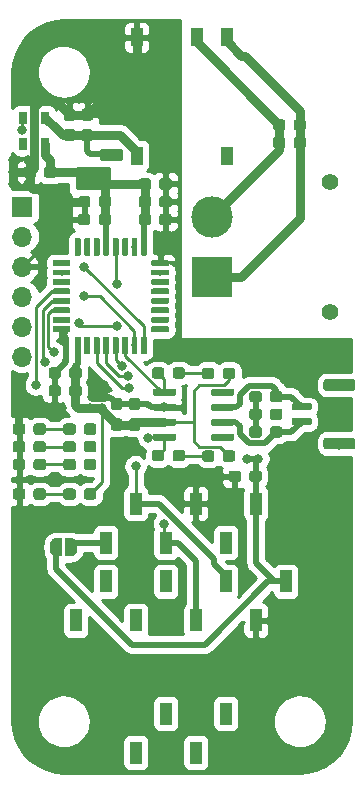
<source format=gtl>
G04 #@! TF.GenerationSoftware,KiCad,Pcbnew,(5.1.2)-1*
G04 #@! TF.CreationDate,2019-12-12T00:14:11+09:00*
G04 #@! TF.ProjectId,CAN_IMU,43414e5f-494d-4552-9e6b-696361645f70,rev?*
G04 #@! TF.SameCoordinates,PXcd0a3c0PY7e5ca20*
G04 #@! TF.FileFunction,Copper,L1,Top*
G04 #@! TF.FilePolarity,Positive*
%FSLAX46Y46*%
G04 Gerber Fmt 4.6, Leading zero omitted, Abs format (unit mm)*
G04 Created by KiCad (PCBNEW (5.1.2)-1) date 2019-12-12 00:14:11*
%MOMM*%
%LPD*%
G04 APERTURE LIST*
%ADD10C,0.100000*%
%ADD11C,0.950000*%
%ADD12C,0.500000*%
%ADD13R,1.000000X1.600000*%
%ADD14R,0.650000X1.060000*%
%ADD15C,0.600000*%
%ADD16O,1.700000X1.700000*%
%ADD17R,1.700000X1.700000*%
%ADD18C,1.000000*%
%ADD19C,3.500000*%
%ADD20R,3.500000X3.500000*%
%ADD21C,1.400000*%
%ADD22R,1.000000X1.900000*%
%ADD23C,0.800000*%
%ADD24C,0.750000*%
%ADD25C,0.250000*%
%ADD26C,0.500000*%
%ADD27C,0.254000*%
G04 APERTURE END LIST*
D10*
G36*
X4810779Y-6276144D02*
G01*
X4833834Y-6279563D01*
X4856443Y-6285227D01*
X4878387Y-6293079D01*
X4899457Y-6303044D01*
X4919448Y-6315026D01*
X4938168Y-6328910D01*
X4955438Y-6344562D01*
X4971090Y-6361832D01*
X4984974Y-6380552D01*
X4996956Y-6400543D01*
X5006921Y-6421613D01*
X5014773Y-6443557D01*
X5020437Y-6466166D01*
X5023856Y-6489221D01*
X5025000Y-6512500D01*
X5025000Y-6987500D01*
X5023856Y-7010779D01*
X5020437Y-7033834D01*
X5014773Y-7056443D01*
X5006921Y-7078387D01*
X4996956Y-7099457D01*
X4984974Y-7119448D01*
X4971090Y-7138168D01*
X4955438Y-7155438D01*
X4938168Y-7171090D01*
X4919448Y-7184974D01*
X4899457Y-7196956D01*
X4878387Y-7206921D01*
X4856443Y-7214773D01*
X4833834Y-7220437D01*
X4810779Y-7223856D01*
X4787500Y-7225000D01*
X4212500Y-7225000D01*
X4189221Y-7223856D01*
X4166166Y-7220437D01*
X4143557Y-7214773D01*
X4121613Y-7206921D01*
X4100543Y-7196956D01*
X4080552Y-7184974D01*
X4061832Y-7171090D01*
X4044562Y-7155438D01*
X4028910Y-7138168D01*
X4015026Y-7119448D01*
X4003044Y-7099457D01*
X3993079Y-7078387D01*
X3985227Y-7056443D01*
X3979563Y-7033834D01*
X3976144Y-7010779D01*
X3975000Y-6987500D01*
X3975000Y-6512500D01*
X3976144Y-6489221D01*
X3979563Y-6466166D01*
X3985227Y-6443557D01*
X3993079Y-6421613D01*
X4003044Y-6400543D01*
X4015026Y-6380552D01*
X4028910Y-6361832D01*
X4044562Y-6344562D01*
X4061832Y-6328910D01*
X4080552Y-6315026D01*
X4100543Y-6303044D01*
X4121613Y-6293079D01*
X4143557Y-6285227D01*
X4166166Y-6279563D01*
X4189221Y-6276144D01*
X4212500Y-6275000D01*
X4787500Y-6275000D01*
X4810779Y-6276144D01*
X4810779Y-6276144D01*
G37*
D11*
X4500000Y-6750000D03*
D10*
G36*
X6560779Y-6276144D02*
G01*
X6583834Y-6279563D01*
X6606443Y-6285227D01*
X6628387Y-6293079D01*
X6649457Y-6303044D01*
X6669448Y-6315026D01*
X6688168Y-6328910D01*
X6705438Y-6344562D01*
X6721090Y-6361832D01*
X6734974Y-6380552D01*
X6746956Y-6400543D01*
X6756921Y-6421613D01*
X6764773Y-6443557D01*
X6770437Y-6466166D01*
X6773856Y-6489221D01*
X6775000Y-6512500D01*
X6775000Y-6987500D01*
X6773856Y-7010779D01*
X6770437Y-7033834D01*
X6764773Y-7056443D01*
X6756921Y-7078387D01*
X6746956Y-7099457D01*
X6734974Y-7119448D01*
X6721090Y-7138168D01*
X6705438Y-7155438D01*
X6688168Y-7171090D01*
X6669448Y-7184974D01*
X6649457Y-7196956D01*
X6628387Y-7206921D01*
X6606443Y-7214773D01*
X6583834Y-7220437D01*
X6560779Y-7223856D01*
X6537500Y-7225000D01*
X5962500Y-7225000D01*
X5939221Y-7223856D01*
X5916166Y-7220437D01*
X5893557Y-7214773D01*
X5871613Y-7206921D01*
X5850543Y-7196956D01*
X5830552Y-7184974D01*
X5811832Y-7171090D01*
X5794562Y-7155438D01*
X5778910Y-7138168D01*
X5765026Y-7119448D01*
X5753044Y-7099457D01*
X5743079Y-7078387D01*
X5735227Y-7056443D01*
X5729563Y-7033834D01*
X5726144Y-7010779D01*
X5725000Y-6987500D01*
X5725000Y-6512500D01*
X5726144Y-6489221D01*
X5729563Y-6466166D01*
X5735227Y-6443557D01*
X5743079Y-6421613D01*
X5753044Y-6400543D01*
X5765026Y-6380552D01*
X5778910Y-6361832D01*
X5794562Y-6344562D01*
X5811832Y-6328910D01*
X5830552Y-6315026D01*
X5850543Y-6303044D01*
X5871613Y-6293079D01*
X5893557Y-6285227D01*
X5916166Y-6279563D01*
X5939221Y-6276144D01*
X5962500Y-6275000D01*
X6537500Y-6275000D01*
X6560779Y-6276144D01*
X6560779Y-6276144D01*
G37*
D11*
X6250000Y-6750000D03*
D10*
G36*
X8310779Y-2526144D02*
G01*
X8333834Y-2529563D01*
X8356443Y-2535227D01*
X8378387Y-2543079D01*
X8399457Y-2553044D01*
X8419448Y-2565026D01*
X8438168Y-2578910D01*
X8455438Y-2594562D01*
X8471090Y-2611832D01*
X8484974Y-2630552D01*
X8496956Y-2650543D01*
X8506921Y-2671613D01*
X8514773Y-2693557D01*
X8520437Y-2716166D01*
X8523856Y-2739221D01*
X8525000Y-2762500D01*
X8525000Y-3237500D01*
X8523856Y-3260779D01*
X8520437Y-3283834D01*
X8514773Y-3306443D01*
X8506921Y-3328387D01*
X8496956Y-3349457D01*
X8484974Y-3369448D01*
X8471090Y-3388168D01*
X8455438Y-3405438D01*
X8438168Y-3421090D01*
X8419448Y-3434974D01*
X8399457Y-3446956D01*
X8378387Y-3456921D01*
X8356443Y-3464773D01*
X8333834Y-3470437D01*
X8310779Y-3473856D01*
X8287500Y-3475000D01*
X7712500Y-3475000D01*
X7689221Y-3473856D01*
X7666166Y-3470437D01*
X7643557Y-3464773D01*
X7621613Y-3456921D01*
X7600543Y-3446956D01*
X7580552Y-3434974D01*
X7561832Y-3421090D01*
X7544562Y-3405438D01*
X7528910Y-3388168D01*
X7515026Y-3369448D01*
X7503044Y-3349457D01*
X7493079Y-3328387D01*
X7485227Y-3306443D01*
X7479563Y-3283834D01*
X7476144Y-3260779D01*
X7475000Y-3237500D01*
X7475000Y-2762500D01*
X7476144Y-2739221D01*
X7479563Y-2716166D01*
X7485227Y-2693557D01*
X7493079Y-2671613D01*
X7503044Y-2650543D01*
X7515026Y-2630552D01*
X7528910Y-2611832D01*
X7544562Y-2594562D01*
X7561832Y-2578910D01*
X7580552Y-2565026D01*
X7600543Y-2553044D01*
X7621613Y-2543079D01*
X7643557Y-2535227D01*
X7666166Y-2529563D01*
X7689221Y-2526144D01*
X7712500Y-2525000D01*
X8287500Y-2525000D01*
X8310779Y-2526144D01*
X8310779Y-2526144D01*
G37*
D11*
X8000000Y-3000000D03*
D10*
G36*
X6560779Y-2526144D02*
G01*
X6583834Y-2529563D01*
X6606443Y-2535227D01*
X6628387Y-2543079D01*
X6649457Y-2553044D01*
X6669448Y-2565026D01*
X6688168Y-2578910D01*
X6705438Y-2594562D01*
X6721090Y-2611832D01*
X6734974Y-2630552D01*
X6746956Y-2650543D01*
X6756921Y-2671613D01*
X6764773Y-2693557D01*
X6770437Y-2716166D01*
X6773856Y-2739221D01*
X6775000Y-2762500D01*
X6775000Y-3237500D01*
X6773856Y-3260779D01*
X6770437Y-3283834D01*
X6764773Y-3306443D01*
X6756921Y-3328387D01*
X6746956Y-3349457D01*
X6734974Y-3369448D01*
X6721090Y-3388168D01*
X6705438Y-3405438D01*
X6688168Y-3421090D01*
X6669448Y-3434974D01*
X6649457Y-3446956D01*
X6628387Y-3456921D01*
X6606443Y-3464773D01*
X6583834Y-3470437D01*
X6560779Y-3473856D01*
X6537500Y-3475000D01*
X5962500Y-3475000D01*
X5939221Y-3473856D01*
X5916166Y-3470437D01*
X5893557Y-3464773D01*
X5871613Y-3456921D01*
X5850543Y-3446956D01*
X5830552Y-3434974D01*
X5811832Y-3421090D01*
X5794562Y-3405438D01*
X5778910Y-3388168D01*
X5765026Y-3369448D01*
X5753044Y-3349457D01*
X5743079Y-3328387D01*
X5735227Y-3306443D01*
X5729563Y-3283834D01*
X5726144Y-3260779D01*
X5725000Y-3237500D01*
X5725000Y-2762500D01*
X5726144Y-2739221D01*
X5729563Y-2716166D01*
X5735227Y-2693557D01*
X5743079Y-2671613D01*
X5753044Y-2650543D01*
X5765026Y-2630552D01*
X5778910Y-2611832D01*
X5794562Y-2594562D01*
X5811832Y-2578910D01*
X5830552Y-2565026D01*
X5850543Y-2553044D01*
X5871613Y-2543079D01*
X5893557Y-2535227D01*
X5916166Y-2529563D01*
X5939221Y-2526144D01*
X5962500Y-2525000D01*
X6537500Y-2525000D01*
X6560779Y-2526144D01*
X6560779Y-2526144D01*
G37*
D11*
X6250000Y-3000000D03*
D10*
G36*
X6560779Y473856D02*
G01*
X6583834Y470437D01*
X6606443Y464773D01*
X6628387Y456921D01*
X6649457Y446956D01*
X6669448Y434974D01*
X6688168Y421090D01*
X6705438Y405438D01*
X6721090Y388168D01*
X6734974Y369448D01*
X6746956Y349457D01*
X6756921Y328387D01*
X6764773Y306443D01*
X6770437Y283834D01*
X6773856Y260779D01*
X6775000Y237500D01*
X6775000Y-237500D01*
X6773856Y-260779D01*
X6770437Y-283834D01*
X6764773Y-306443D01*
X6756921Y-328387D01*
X6746956Y-349457D01*
X6734974Y-369448D01*
X6721090Y-388168D01*
X6705438Y-405438D01*
X6688168Y-421090D01*
X6669448Y-434974D01*
X6649457Y-446956D01*
X6628387Y-456921D01*
X6606443Y-464773D01*
X6583834Y-470437D01*
X6560779Y-473856D01*
X6537500Y-475000D01*
X5962500Y-475000D01*
X5939221Y-473856D01*
X5916166Y-470437D01*
X5893557Y-464773D01*
X5871613Y-456921D01*
X5850543Y-446956D01*
X5830552Y-434974D01*
X5811832Y-421090D01*
X5794562Y-405438D01*
X5778910Y-388168D01*
X5765026Y-369448D01*
X5753044Y-349457D01*
X5743079Y-328387D01*
X5735227Y-306443D01*
X5729563Y-283834D01*
X5726144Y-260779D01*
X5725000Y-237500D01*
X5725000Y237500D01*
X5726144Y260779D01*
X5729563Y283834D01*
X5735227Y306443D01*
X5743079Y328387D01*
X5753044Y349457D01*
X5765026Y369448D01*
X5778910Y388168D01*
X5794562Y405438D01*
X5811832Y421090D01*
X5830552Y434974D01*
X5850543Y446956D01*
X5871613Y456921D01*
X5893557Y464773D01*
X5916166Y470437D01*
X5939221Y473856D01*
X5962500Y475000D01*
X6537500Y475000D01*
X6560779Y473856D01*
X6560779Y473856D01*
G37*
D11*
X6250000Y0D03*
D10*
G36*
X8310779Y473856D02*
G01*
X8333834Y470437D01*
X8356443Y464773D01*
X8378387Y456921D01*
X8399457Y446956D01*
X8419448Y434974D01*
X8438168Y421090D01*
X8455438Y405438D01*
X8471090Y388168D01*
X8484974Y369448D01*
X8496956Y349457D01*
X8506921Y328387D01*
X8514773Y306443D01*
X8520437Y283834D01*
X8523856Y260779D01*
X8525000Y237500D01*
X8525000Y-237500D01*
X8523856Y-260779D01*
X8520437Y-283834D01*
X8514773Y-306443D01*
X8506921Y-328387D01*
X8496956Y-349457D01*
X8484974Y-369448D01*
X8471090Y-388168D01*
X8455438Y-405438D01*
X8438168Y-421090D01*
X8419448Y-434974D01*
X8399457Y-446956D01*
X8378387Y-456921D01*
X8356443Y-464773D01*
X8333834Y-470437D01*
X8310779Y-473856D01*
X8287500Y-475000D01*
X7712500Y-475000D01*
X7689221Y-473856D01*
X7666166Y-470437D01*
X7643557Y-464773D01*
X7621613Y-456921D01*
X7600543Y-446956D01*
X7580552Y-434974D01*
X7561832Y-421090D01*
X7544562Y-405438D01*
X7528910Y-388168D01*
X7515026Y-369448D01*
X7503044Y-349457D01*
X7493079Y-328387D01*
X7485227Y-306443D01*
X7479563Y-283834D01*
X7476144Y-260779D01*
X7475000Y-237500D01*
X7475000Y237500D01*
X7476144Y260779D01*
X7479563Y283834D01*
X7485227Y306443D01*
X7493079Y328387D01*
X7503044Y349457D01*
X7515026Y369448D01*
X7528910Y388168D01*
X7544562Y405438D01*
X7561832Y421090D01*
X7580552Y434974D01*
X7600543Y446956D01*
X7621613Y456921D01*
X7643557Y464773D01*
X7666166Y470437D01*
X7689221Y473856D01*
X7712500Y475000D01*
X8287500Y475000D01*
X8310779Y473856D01*
X8310779Y473856D01*
G37*
D11*
X8000000Y0D03*
D10*
G36*
X2560779Y2433856D02*
G01*
X2583834Y2430437D01*
X2606443Y2424773D01*
X2628387Y2416921D01*
X2649457Y2406956D01*
X2669448Y2394974D01*
X2688168Y2381090D01*
X2705438Y2365438D01*
X2721090Y2348168D01*
X2734974Y2329448D01*
X2746956Y2309457D01*
X2756921Y2288387D01*
X2764773Y2266443D01*
X2770437Y2243834D01*
X2773856Y2220779D01*
X2775000Y2197500D01*
X2775000Y1722500D01*
X2773856Y1699221D01*
X2770437Y1676166D01*
X2764773Y1653557D01*
X2756921Y1631613D01*
X2746956Y1610543D01*
X2734974Y1590552D01*
X2721090Y1571832D01*
X2705438Y1554562D01*
X2688168Y1538910D01*
X2669448Y1525026D01*
X2649457Y1513044D01*
X2628387Y1503079D01*
X2606443Y1495227D01*
X2583834Y1489563D01*
X2560779Y1486144D01*
X2537500Y1485000D01*
X1962500Y1485000D01*
X1939221Y1486144D01*
X1916166Y1489563D01*
X1893557Y1495227D01*
X1871613Y1503079D01*
X1850543Y1513044D01*
X1830552Y1525026D01*
X1811832Y1538910D01*
X1794562Y1554562D01*
X1778910Y1571832D01*
X1765026Y1590552D01*
X1753044Y1610543D01*
X1743079Y1631613D01*
X1735227Y1653557D01*
X1729563Y1676166D01*
X1726144Y1699221D01*
X1725000Y1722500D01*
X1725000Y2197500D01*
X1726144Y2220779D01*
X1729563Y2243834D01*
X1735227Y2266443D01*
X1743079Y2288387D01*
X1753044Y2309457D01*
X1765026Y2329448D01*
X1778910Y2348168D01*
X1794562Y2365438D01*
X1811832Y2381090D01*
X1830552Y2394974D01*
X1850543Y2406956D01*
X1871613Y2416921D01*
X1893557Y2424773D01*
X1916166Y2430437D01*
X1939221Y2433856D01*
X1962500Y2435000D01*
X2537500Y2435000D01*
X2560779Y2433856D01*
X2560779Y2433856D01*
G37*
D11*
X2250000Y1960000D03*
D10*
G36*
X4310779Y2433856D02*
G01*
X4333834Y2430437D01*
X4356443Y2424773D01*
X4378387Y2416921D01*
X4399457Y2406956D01*
X4419448Y2394974D01*
X4438168Y2381090D01*
X4455438Y2365438D01*
X4471090Y2348168D01*
X4484974Y2329448D01*
X4496956Y2309457D01*
X4506921Y2288387D01*
X4514773Y2266443D01*
X4520437Y2243834D01*
X4523856Y2220779D01*
X4525000Y2197500D01*
X4525000Y1722500D01*
X4523856Y1699221D01*
X4520437Y1676166D01*
X4514773Y1653557D01*
X4506921Y1631613D01*
X4496956Y1610543D01*
X4484974Y1590552D01*
X4471090Y1571832D01*
X4455438Y1554562D01*
X4438168Y1538910D01*
X4419448Y1525026D01*
X4399457Y1513044D01*
X4378387Y1503079D01*
X4356443Y1495227D01*
X4333834Y1489563D01*
X4310779Y1486144D01*
X4287500Y1485000D01*
X3712500Y1485000D01*
X3689221Y1486144D01*
X3666166Y1489563D01*
X3643557Y1495227D01*
X3621613Y1503079D01*
X3600543Y1513044D01*
X3580552Y1525026D01*
X3561832Y1538910D01*
X3544562Y1554562D01*
X3528910Y1571832D01*
X3515026Y1590552D01*
X3503044Y1610543D01*
X3493079Y1631613D01*
X3485227Y1653557D01*
X3479563Y1676166D01*
X3476144Y1699221D01*
X3475000Y1722500D01*
X3475000Y2197500D01*
X3476144Y2220779D01*
X3479563Y2243834D01*
X3485227Y2266443D01*
X3493079Y2288387D01*
X3503044Y2309457D01*
X3515026Y2329448D01*
X3528910Y2348168D01*
X3544562Y2365438D01*
X3561832Y2381090D01*
X3580552Y2394974D01*
X3600543Y2406956D01*
X3621613Y2416921D01*
X3643557Y2424773D01*
X3666166Y2430437D01*
X3689221Y2433856D01*
X3712500Y2435000D01*
X4287500Y2435000D01*
X4310779Y2433856D01*
X4310779Y2433856D01*
G37*
D11*
X4000000Y1960000D03*
D10*
G36*
X2560779Y-4566144D02*
G01*
X2583834Y-4569563D01*
X2606443Y-4575227D01*
X2628387Y-4583079D01*
X2649457Y-4593044D01*
X2669448Y-4605026D01*
X2688168Y-4618910D01*
X2705438Y-4634562D01*
X2721090Y-4651832D01*
X2734974Y-4670552D01*
X2746956Y-4690543D01*
X2756921Y-4711613D01*
X2764773Y-4733557D01*
X2770437Y-4756166D01*
X2773856Y-4779221D01*
X2775000Y-4802500D01*
X2775000Y-5277500D01*
X2773856Y-5300779D01*
X2770437Y-5323834D01*
X2764773Y-5346443D01*
X2756921Y-5368387D01*
X2746956Y-5389457D01*
X2734974Y-5409448D01*
X2721090Y-5428168D01*
X2705438Y-5445438D01*
X2688168Y-5461090D01*
X2669448Y-5474974D01*
X2649457Y-5486956D01*
X2628387Y-5496921D01*
X2606443Y-5504773D01*
X2583834Y-5510437D01*
X2560779Y-5513856D01*
X2537500Y-5515000D01*
X1962500Y-5515000D01*
X1939221Y-5513856D01*
X1916166Y-5510437D01*
X1893557Y-5504773D01*
X1871613Y-5496921D01*
X1850543Y-5486956D01*
X1830552Y-5474974D01*
X1811832Y-5461090D01*
X1794562Y-5445438D01*
X1778910Y-5428168D01*
X1765026Y-5409448D01*
X1753044Y-5389457D01*
X1743079Y-5368387D01*
X1735227Y-5346443D01*
X1729563Y-5323834D01*
X1726144Y-5300779D01*
X1725000Y-5277500D01*
X1725000Y-4802500D01*
X1726144Y-4779221D01*
X1729563Y-4756166D01*
X1735227Y-4733557D01*
X1743079Y-4711613D01*
X1753044Y-4690543D01*
X1765026Y-4670552D01*
X1778910Y-4651832D01*
X1794562Y-4634562D01*
X1811832Y-4618910D01*
X1830552Y-4605026D01*
X1850543Y-4593044D01*
X1871613Y-4583079D01*
X1893557Y-4575227D01*
X1916166Y-4569563D01*
X1939221Y-4566144D01*
X1962500Y-4565000D01*
X2537500Y-4565000D01*
X2560779Y-4566144D01*
X2560779Y-4566144D01*
G37*
D11*
X2250000Y-5040000D03*
D10*
G36*
X4310779Y-4566144D02*
G01*
X4333834Y-4569563D01*
X4356443Y-4575227D01*
X4378387Y-4583079D01*
X4399457Y-4593044D01*
X4419448Y-4605026D01*
X4438168Y-4618910D01*
X4455438Y-4634562D01*
X4471090Y-4651832D01*
X4484974Y-4670552D01*
X4496956Y-4690543D01*
X4506921Y-4711613D01*
X4514773Y-4733557D01*
X4520437Y-4756166D01*
X4523856Y-4779221D01*
X4525000Y-4802500D01*
X4525000Y-5277500D01*
X4523856Y-5300779D01*
X4520437Y-5323834D01*
X4514773Y-5346443D01*
X4506921Y-5368387D01*
X4496956Y-5389457D01*
X4484974Y-5409448D01*
X4471090Y-5428168D01*
X4455438Y-5445438D01*
X4438168Y-5461090D01*
X4419448Y-5474974D01*
X4399457Y-5486956D01*
X4378387Y-5496921D01*
X4356443Y-5504773D01*
X4333834Y-5510437D01*
X4310779Y-5513856D01*
X4287500Y-5515000D01*
X3712500Y-5515000D01*
X3689221Y-5513856D01*
X3666166Y-5510437D01*
X3643557Y-5504773D01*
X3621613Y-5496921D01*
X3600543Y-5486956D01*
X3580552Y-5474974D01*
X3561832Y-5461090D01*
X3544562Y-5445438D01*
X3528910Y-5428168D01*
X3515026Y-5409448D01*
X3503044Y-5389457D01*
X3493079Y-5368387D01*
X3485227Y-5346443D01*
X3479563Y-5323834D01*
X3476144Y-5300779D01*
X3475000Y-5277500D01*
X3475000Y-4802500D01*
X3476144Y-4779221D01*
X3479563Y-4756166D01*
X3485227Y-4733557D01*
X3493079Y-4711613D01*
X3503044Y-4690543D01*
X3515026Y-4670552D01*
X3528910Y-4651832D01*
X3544562Y-4634562D01*
X3561832Y-4618910D01*
X3580552Y-4605026D01*
X3600543Y-4593044D01*
X3621613Y-4583079D01*
X3643557Y-4575227D01*
X3666166Y-4569563D01*
X3689221Y-4566144D01*
X3712500Y-4565000D01*
X4287500Y-4565000D01*
X4310779Y-4566144D01*
X4310779Y-4566144D01*
G37*
D11*
X4000000Y-5040000D03*
D10*
G36*
X-9189221Y-7776144D02*
G01*
X-9166166Y-7779563D01*
X-9143557Y-7785227D01*
X-9121613Y-7793079D01*
X-9100543Y-7803044D01*
X-9080552Y-7815026D01*
X-9061832Y-7828910D01*
X-9044562Y-7844562D01*
X-9028910Y-7861832D01*
X-9015026Y-7880552D01*
X-9003044Y-7900543D01*
X-8993079Y-7921613D01*
X-8985227Y-7943557D01*
X-8979563Y-7966166D01*
X-8976144Y-7989221D01*
X-8975000Y-8012500D01*
X-8975000Y-8487500D01*
X-8976144Y-8510779D01*
X-8979563Y-8533834D01*
X-8985227Y-8556443D01*
X-8993079Y-8578387D01*
X-9003044Y-8599457D01*
X-9015026Y-8619448D01*
X-9028910Y-8638168D01*
X-9044562Y-8655438D01*
X-9061832Y-8671090D01*
X-9080552Y-8684974D01*
X-9100543Y-8696956D01*
X-9121613Y-8706921D01*
X-9143557Y-8714773D01*
X-9166166Y-8720437D01*
X-9189221Y-8723856D01*
X-9212500Y-8725000D01*
X-9787500Y-8725000D01*
X-9810779Y-8723856D01*
X-9833834Y-8720437D01*
X-9856443Y-8714773D01*
X-9878387Y-8706921D01*
X-9899457Y-8696956D01*
X-9919448Y-8684974D01*
X-9938168Y-8671090D01*
X-9955438Y-8655438D01*
X-9971090Y-8638168D01*
X-9984974Y-8619448D01*
X-9996956Y-8599457D01*
X-10006921Y-8578387D01*
X-10014773Y-8556443D01*
X-10020437Y-8533834D01*
X-10023856Y-8510779D01*
X-10025000Y-8487500D01*
X-10025000Y-8012500D01*
X-10023856Y-7989221D01*
X-10020437Y-7966166D01*
X-10014773Y-7943557D01*
X-10006921Y-7921613D01*
X-9996956Y-7900543D01*
X-9984974Y-7880552D01*
X-9971090Y-7861832D01*
X-9955438Y-7844562D01*
X-9938168Y-7828910D01*
X-9919448Y-7815026D01*
X-9899457Y-7803044D01*
X-9878387Y-7793079D01*
X-9856443Y-7785227D01*
X-9833834Y-7779563D01*
X-9810779Y-7776144D01*
X-9787500Y-7775000D01*
X-9212500Y-7775000D01*
X-9189221Y-7776144D01*
X-9189221Y-7776144D01*
G37*
D11*
X-9500000Y-8250000D03*
D10*
G36*
X-7439221Y-7776144D02*
G01*
X-7416166Y-7779563D01*
X-7393557Y-7785227D01*
X-7371613Y-7793079D01*
X-7350543Y-7803044D01*
X-7330552Y-7815026D01*
X-7311832Y-7828910D01*
X-7294562Y-7844562D01*
X-7278910Y-7861832D01*
X-7265026Y-7880552D01*
X-7253044Y-7900543D01*
X-7243079Y-7921613D01*
X-7235227Y-7943557D01*
X-7229563Y-7966166D01*
X-7226144Y-7989221D01*
X-7225000Y-8012500D01*
X-7225000Y-8487500D01*
X-7226144Y-8510779D01*
X-7229563Y-8533834D01*
X-7235227Y-8556443D01*
X-7243079Y-8578387D01*
X-7253044Y-8599457D01*
X-7265026Y-8619448D01*
X-7278910Y-8638168D01*
X-7294562Y-8655438D01*
X-7311832Y-8671090D01*
X-7330552Y-8684974D01*
X-7350543Y-8696956D01*
X-7371613Y-8706921D01*
X-7393557Y-8714773D01*
X-7416166Y-8720437D01*
X-7439221Y-8723856D01*
X-7462500Y-8725000D01*
X-8037500Y-8725000D01*
X-8060779Y-8723856D01*
X-8083834Y-8720437D01*
X-8106443Y-8714773D01*
X-8128387Y-8706921D01*
X-8149457Y-8696956D01*
X-8169448Y-8684974D01*
X-8188168Y-8671090D01*
X-8205438Y-8655438D01*
X-8221090Y-8638168D01*
X-8234974Y-8619448D01*
X-8246956Y-8599457D01*
X-8256921Y-8578387D01*
X-8264773Y-8556443D01*
X-8270437Y-8533834D01*
X-8273856Y-8510779D01*
X-8275000Y-8487500D01*
X-8275000Y-8012500D01*
X-8273856Y-7989221D01*
X-8270437Y-7966166D01*
X-8264773Y-7943557D01*
X-8256921Y-7921613D01*
X-8246956Y-7900543D01*
X-8234974Y-7880552D01*
X-8221090Y-7861832D01*
X-8205438Y-7844562D01*
X-8188168Y-7828910D01*
X-8169448Y-7815026D01*
X-8149457Y-7803044D01*
X-8128387Y-7793079D01*
X-8106443Y-7785227D01*
X-8083834Y-7779563D01*
X-8060779Y-7776144D01*
X-8037500Y-7775000D01*
X-7462500Y-7775000D01*
X-7439221Y-7776144D01*
X-7439221Y-7776144D01*
G37*
D11*
X-7750000Y-8250000D03*
D10*
G36*
X-9189221Y-5276144D02*
G01*
X-9166166Y-5279563D01*
X-9143557Y-5285227D01*
X-9121613Y-5293079D01*
X-9100543Y-5303044D01*
X-9080552Y-5315026D01*
X-9061832Y-5328910D01*
X-9044562Y-5344562D01*
X-9028910Y-5361832D01*
X-9015026Y-5380552D01*
X-9003044Y-5400543D01*
X-8993079Y-5421613D01*
X-8985227Y-5443557D01*
X-8979563Y-5466166D01*
X-8976144Y-5489221D01*
X-8975000Y-5512500D01*
X-8975000Y-5987500D01*
X-8976144Y-6010779D01*
X-8979563Y-6033834D01*
X-8985227Y-6056443D01*
X-8993079Y-6078387D01*
X-9003044Y-6099457D01*
X-9015026Y-6119448D01*
X-9028910Y-6138168D01*
X-9044562Y-6155438D01*
X-9061832Y-6171090D01*
X-9080552Y-6184974D01*
X-9100543Y-6196956D01*
X-9121613Y-6206921D01*
X-9143557Y-6214773D01*
X-9166166Y-6220437D01*
X-9189221Y-6223856D01*
X-9212500Y-6225000D01*
X-9787500Y-6225000D01*
X-9810779Y-6223856D01*
X-9833834Y-6220437D01*
X-9856443Y-6214773D01*
X-9878387Y-6206921D01*
X-9899457Y-6196956D01*
X-9919448Y-6184974D01*
X-9938168Y-6171090D01*
X-9955438Y-6155438D01*
X-9971090Y-6138168D01*
X-9984974Y-6119448D01*
X-9996956Y-6099457D01*
X-10006921Y-6078387D01*
X-10014773Y-6056443D01*
X-10020437Y-6033834D01*
X-10023856Y-6010779D01*
X-10025000Y-5987500D01*
X-10025000Y-5512500D01*
X-10023856Y-5489221D01*
X-10020437Y-5466166D01*
X-10014773Y-5443557D01*
X-10006921Y-5421613D01*
X-9996956Y-5400543D01*
X-9984974Y-5380552D01*
X-9971090Y-5361832D01*
X-9955438Y-5344562D01*
X-9938168Y-5328910D01*
X-9919448Y-5315026D01*
X-9899457Y-5303044D01*
X-9878387Y-5293079D01*
X-9856443Y-5285227D01*
X-9833834Y-5279563D01*
X-9810779Y-5276144D01*
X-9787500Y-5275000D01*
X-9212500Y-5275000D01*
X-9189221Y-5276144D01*
X-9189221Y-5276144D01*
G37*
D11*
X-9500000Y-5750000D03*
D10*
G36*
X-7439221Y-5276144D02*
G01*
X-7416166Y-5279563D01*
X-7393557Y-5285227D01*
X-7371613Y-5293079D01*
X-7350543Y-5303044D01*
X-7330552Y-5315026D01*
X-7311832Y-5328910D01*
X-7294562Y-5344562D01*
X-7278910Y-5361832D01*
X-7265026Y-5380552D01*
X-7253044Y-5400543D01*
X-7243079Y-5421613D01*
X-7235227Y-5443557D01*
X-7229563Y-5466166D01*
X-7226144Y-5489221D01*
X-7225000Y-5512500D01*
X-7225000Y-5987500D01*
X-7226144Y-6010779D01*
X-7229563Y-6033834D01*
X-7235227Y-6056443D01*
X-7243079Y-6078387D01*
X-7253044Y-6099457D01*
X-7265026Y-6119448D01*
X-7278910Y-6138168D01*
X-7294562Y-6155438D01*
X-7311832Y-6171090D01*
X-7330552Y-6184974D01*
X-7350543Y-6196956D01*
X-7371613Y-6206921D01*
X-7393557Y-6214773D01*
X-7416166Y-6220437D01*
X-7439221Y-6223856D01*
X-7462500Y-6225000D01*
X-8037500Y-6225000D01*
X-8060779Y-6223856D01*
X-8083834Y-6220437D01*
X-8106443Y-6214773D01*
X-8128387Y-6206921D01*
X-8149457Y-6196956D01*
X-8169448Y-6184974D01*
X-8188168Y-6171090D01*
X-8205438Y-6155438D01*
X-8221090Y-6138168D01*
X-8234974Y-6119448D01*
X-8246956Y-6099457D01*
X-8256921Y-6078387D01*
X-8264773Y-6056443D01*
X-8270437Y-6033834D01*
X-8273856Y-6010779D01*
X-8275000Y-5987500D01*
X-8275000Y-5512500D01*
X-8273856Y-5489221D01*
X-8270437Y-5466166D01*
X-8264773Y-5443557D01*
X-8256921Y-5421613D01*
X-8246956Y-5400543D01*
X-8234974Y-5380552D01*
X-8221090Y-5361832D01*
X-8205438Y-5344562D01*
X-8188168Y-5328910D01*
X-8169448Y-5315026D01*
X-8149457Y-5303044D01*
X-8128387Y-5293079D01*
X-8106443Y-5285227D01*
X-8083834Y-5279563D01*
X-8060779Y-5276144D01*
X-8037500Y-5275000D01*
X-7462500Y-5275000D01*
X-7439221Y-5276144D01*
X-7439221Y-5276144D01*
G37*
D11*
X-7750000Y-5750000D03*
D10*
G36*
X-9189221Y-3776144D02*
G01*
X-9166166Y-3779563D01*
X-9143557Y-3785227D01*
X-9121613Y-3793079D01*
X-9100543Y-3803044D01*
X-9080552Y-3815026D01*
X-9061832Y-3828910D01*
X-9044562Y-3844562D01*
X-9028910Y-3861832D01*
X-9015026Y-3880552D01*
X-9003044Y-3900543D01*
X-8993079Y-3921613D01*
X-8985227Y-3943557D01*
X-8979563Y-3966166D01*
X-8976144Y-3989221D01*
X-8975000Y-4012500D01*
X-8975000Y-4487500D01*
X-8976144Y-4510779D01*
X-8979563Y-4533834D01*
X-8985227Y-4556443D01*
X-8993079Y-4578387D01*
X-9003044Y-4599457D01*
X-9015026Y-4619448D01*
X-9028910Y-4638168D01*
X-9044562Y-4655438D01*
X-9061832Y-4671090D01*
X-9080552Y-4684974D01*
X-9100543Y-4696956D01*
X-9121613Y-4706921D01*
X-9143557Y-4714773D01*
X-9166166Y-4720437D01*
X-9189221Y-4723856D01*
X-9212500Y-4725000D01*
X-9787500Y-4725000D01*
X-9810779Y-4723856D01*
X-9833834Y-4720437D01*
X-9856443Y-4714773D01*
X-9878387Y-4706921D01*
X-9899457Y-4696956D01*
X-9919448Y-4684974D01*
X-9938168Y-4671090D01*
X-9955438Y-4655438D01*
X-9971090Y-4638168D01*
X-9984974Y-4619448D01*
X-9996956Y-4599457D01*
X-10006921Y-4578387D01*
X-10014773Y-4556443D01*
X-10020437Y-4533834D01*
X-10023856Y-4510779D01*
X-10025000Y-4487500D01*
X-10025000Y-4012500D01*
X-10023856Y-3989221D01*
X-10020437Y-3966166D01*
X-10014773Y-3943557D01*
X-10006921Y-3921613D01*
X-9996956Y-3900543D01*
X-9984974Y-3880552D01*
X-9971090Y-3861832D01*
X-9955438Y-3844562D01*
X-9938168Y-3828910D01*
X-9919448Y-3815026D01*
X-9899457Y-3803044D01*
X-9878387Y-3793079D01*
X-9856443Y-3785227D01*
X-9833834Y-3779563D01*
X-9810779Y-3776144D01*
X-9787500Y-3775000D01*
X-9212500Y-3775000D01*
X-9189221Y-3776144D01*
X-9189221Y-3776144D01*
G37*
D11*
X-9500000Y-4250000D03*
D10*
G36*
X-7439221Y-3776144D02*
G01*
X-7416166Y-3779563D01*
X-7393557Y-3785227D01*
X-7371613Y-3793079D01*
X-7350543Y-3803044D01*
X-7330552Y-3815026D01*
X-7311832Y-3828910D01*
X-7294562Y-3844562D01*
X-7278910Y-3861832D01*
X-7265026Y-3880552D01*
X-7253044Y-3900543D01*
X-7243079Y-3921613D01*
X-7235227Y-3943557D01*
X-7229563Y-3966166D01*
X-7226144Y-3989221D01*
X-7225000Y-4012500D01*
X-7225000Y-4487500D01*
X-7226144Y-4510779D01*
X-7229563Y-4533834D01*
X-7235227Y-4556443D01*
X-7243079Y-4578387D01*
X-7253044Y-4599457D01*
X-7265026Y-4619448D01*
X-7278910Y-4638168D01*
X-7294562Y-4655438D01*
X-7311832Y-4671090D01*
X-7330552Y-4684974D01*
X-7350543Y-4696956D01*
X-7371613Y-4706921D01*
X-7393557Y-4714773D01*
X-7416166Y-4720437D01*
X-7439221Y-4723856D01*
X-7462500Y-4725000D01*
X-8037500Y-4725000D01*
X-8060779Y-4723856D01*
X-8083834Y-4720437D01*
X-8106443Y-4714773D01*
X-8128387Y-4706921D01*
X-8149457Y-4696956D01*
X-8169448Y-4684974D01*
X-8188168Y-4671090D01*
X-8205438Y-4655438D01*
X-8221090Y-4638168D01*
X-8234974Y-4619448D01*
X-8246956Y-4599457D01*
X-8256921Y-4578387D01*
X-8264773Y-4556443D01*
X-8270437Y-4533834D01*
X-8273856Y-4510779D01*
X-8275000Y-4487500D01*
X-8275000Y-4012500D01*
X-8273856Y-3989221D01*
X-8270437Y-3966166D01*
X-8264773Y-3943557D01*
X-8256921Y-3921613D01*
X-8246956Y-3900543D01*
X-8234974Y-3880552D01*
X-8221090Y-3861832D01*
X-8205438Y-3844562D01*
X-8188168Y-3828910D01*
X-8169448Y-3815026D01*
X-8149457Y-3803044D01*
X-8128387Y-3793079D01*
X-8106443Y-3785227D01*
X-8083834Y-3779563D01*
X-8060779Y-3776144D01*
X-8037500Y-3775000D01*
X-7462500Y-3775000D01*
X-7439221Y-3776144D01*
X-7439221Y-3776144D01*
G37*
D11*
X-7750000Y-4250000D03*
D10*
G36*
X-9189222Y-2276144D02*
G01*
X-9166167Y-2279563D01*
X-9143558Y-2285227D01*
X-9121614Y-2293079D01*
X-9100544Y-2303044D01*
X-9080553Y-2315026D01*
X-9061833Y-2328910D01*
X-9044563Y-2344562D01*
X-9028911Y-2361832D01*
X-9015027Y-2380552D01*
X-9003045Y-2400543D01*
X-8993080Y-2421613D01*
X-8985228Y-2443557D01*
X-8979564Y-2466166D01*
X-8976145Y-2489221D01*
X-8975001Y-2512500D01*
X-8975001Y-2987500D01*
X-8976145Y-3010779D01*
X-8979564Y-3033834D01*
X-8985228Y-3056443D01*
X-8993080Y-3078387D01*
X-9003045Y-3099457D01*
X-9015027Y-3119448D01*
X-9028911Y-3138168D01*
X-9044563Y-3155438D01*
X-9061833Y-3171090D01*
X-9080553Y-3184974D01*
X-9100544Y-3196956D01*
X-9121614Y-3206921D01*
X-9143558Y-3214773D01*
X-9166167Y-3220437D01*
X-9189222Y-3223856D01*
X-9212501Y-3225000D01*
X-9787501Y-3225000D01*
X-9810780Y-3223856D01*
X-9833835Y-3220437D01*
X-9856444Y-3214773D01*
X-9878388Y-3206921D01*
X-9899458Y-3196956D01*
X-9919449Y-3184974D01*
X-9938169Y-3171090D01*
X-9955439Y-3155438D01*
X-9971091Y-3138168D01*
X-9984975Y-3119448D01*
X-9996957Y-3099457D01*
X-10006922Y-3078387D01*
X-10014774Y-3056443D01*
X-10020438Y-3033834D01*
X-10023857Y-3010779D01*
X-10025001Y-2987500D01*
X-10025001Y-2512500D01*
X-10023857Y-2489221D01*
X-10020438Y-2466166D01*
X-10014774Y-2443557D01*
X-10006922Y-2421613D01*
X-9996957Y-2400543D01*
X-9984975Y-2380552D01*
X-9971091Y-2361832D01*
X-9955439Y-2344562D01*
X-9938169Y-2328910D01*
X-9919449Y-2315026D01*
X-9899458Y-2303044D01*
X-9878388Y-2293079D01*
X-9856444Y-2285227D01*
X-9833835Y-2279563D01*
X-9810780Y-2276144D01*
X-9787501Y-2275000D01*
X-9212501Y-2275000D01*
X-9189222Y-2276144D01*
X-9189222Y-2276144D01*
G37*
D11*
X-9500001Y-2750000D03*
D10*
G36*
X-7439222Y-2276144D02*
G01*
X-7416167Y-2279563D01*
X-7393558Y-2285227D01*
X-7371614Y-2293079D01*
X-7350544Y-2303044D01*
X-7330553Y-2315026D01*
X-7311833Y-2328910D01*
X-7294563Y-2344562D01*
X-7278911Y-2361832D01*
X-7265027Y-2380552D01*
X-7253045Y-2400543D01*
X-7243080Y-2421613D01*
X-7235228Y-2443557D01*
X-7229564Y-2466166D01*
X-7226145Y-2489221D01*
X-7225001Y-2512500D01*
X-7225001Y-2987500D01*
X-7226145Y-3010779D01*
X-7229564Y-3033834D01*
X-7235228Y-3056443D01*
X-7243080Y-3078387D01*
X-7253045Y-3099457D01*
X-7265027Y-3119448D01*
X-7278911Y-3138168D01*
X-7294563Y-3155438D01*
X-7311833Y-3171090D01*
X-7330553Y-3184974D01*
X-7350544Y-3196956D01*
X-7371614Y-3206921D01*
X-7393558Y-3214773D01*
X-7416167Y-3220437D01*
X-7439222Y-3223856D01*
X-7462501Y-3225000D01*
X-8037501Y-3225000D01*
X-8060780Y-3223856D01*
X-8083835Y-3220437D01*
X-8106444Y-3214773D01*
X-8128388Y-3206921D01*
X-8149458Y-3196956D01*
X-8169449Y-3184974D01*
X-8188169Y-3171090D01*
X-8205439Y-3155438D01*
X-8221091Y-3138168D01*
X-8234975Y-3119448D01*
X-8246957Y-3099457D01*
X-8256922Y-3078387D01*
X-8264774Y-3056443D01*
X-8270438Y-3033834D01*
X-8273857Y-3010779D01*
X-8275001Y-2987500D01*
X-8275001Y-2512500D01*
X-8273857Y-2489221D01*
X-8270438Y-2466166D01*
X-8264774Y-2443557D01*
X-8256922Y-2421613D01*
X-8246957Y-2400543D01*
X-8234975Y-2380552D01*
X-8221091Y-2361832D01*
X-8205439Y-2344562D01*
X-8188169Y-2328910D01*
X-8169449Y-2315026D01*
X-8149458Y-2303044D01*
X-8128388Y-2293079D01*
X-8106444Y-2285227D01*
X-8083835Y-2279563D01*
X-8060780Y-2276144D01*
X-8037501Y-2275000D01*
X-7462501Y-2275000D01*
X-7439222Y-2276144D01*
X-7439222Y-2276144D01*
G37*
D11*
X-7750001Y-2750000D03*
D12*
X-9350000Y-12750000D03*
D10*
G36*
X-9350000Y-12000602D02*
G01*
X-9325466Y-12000602D01*
X-9276635Y-12005412D01*
X-9228510Y-12014984D01*
X-9181555Y-12029228D01*
X-9136222Y-12048005D01*
X-9092949Y-12071136D01*
X-9052150Y-12098396D01*
X-9014221Y-12129524D01*
X-8979524Y-12164221D01*
X-8948396Y-12202150D01*
X-8921136Y-12242949D01*
X-8898005Y-12286222D01*
X-8879228Y-12331555D01*
X-8864984Y-12378510D01*
X-8855412Y-12426635D01*
X-8850602Y-12475466D01*
X-8850602Y-12500000D01*
X-8850000Y-12500000D01*
X-8850000Y-13000000D01*
X-8850602Y-13000000D01*
X-8850602Y-13024534D01*
X-8855412Y-13073365D01*
X-8864984Y-13121490D01*
X-8879228Y-13168445D01*
X-8898005Y-13213778D01*
X-8921136Y-13257051D01*
X-8948396Y-13297850D01*
X-8979524Y-13335779D01*
X-9014221Y-13370476D01*
X-9052150Y-13401604D01*
X-9092949Y-13428864D01*
X-9136222Y-13451995D01*
X-9181555Y-13470772D01*
X-9228510Y-13485016D01*
X-9276635Y-13494588D01*
X-9325466Y-13499398D01*
X-9350000Y-13499398D01*
X-9350000Y-13500000D01*
X-9850000Y-13500000D01*
X-9850000Y-12000000D01*
X-9350000Y-12000000D01*
X-9350000Y-12000602D01*
X-9350000Y-12000602D01*
G37*
D12*
X-10650000Y-12750000D03*
D10*
G36*
X-10150000Y-13500000D02*
G01*
X-10650000Y-13500000D01*
X-10650000Y-13499398D01*
X-10674534Y-13499398D01*
X-10723365Y-13494588D01*
X-10771490Y-13485016D01*
X-10818445Y-13470772D01*
X-10863778Y-13451995D01*
X-10907051Y-13428864D01*
X-10947850Y-13401604D01*
X-10985779Y-13370476D01*
X-11020476Y-13335779D01*
X-11051604Y-13297850D01*
X-11078864Y-13257051D01*
X-11101995Y-13213778D01*
X-11120772Y-13168445D01*
X-11135016Y-13121490D01*
X-11144588Y-13073365D01*
X-11149398Y-13024534D01*
X-11149398Y-13000000D01*
X-11150000Y-13000000D01*
X-11150000Y-12500000D01*
X-11149398Y-12500000D01*
X-11149398Y-12475466D01*
X-11144588Y-12426635D01*
X-11135016Y-12378510D01*
X-11120772Y-12331555D01*
X-11101995Y-12286222D01*
X-11078864Y-12242949D01*
X-11051604Y-12202150D01*
X-11020476Y-12164221D01*
X-10985779Y-12129524D01*
X-10947850Y-12098396D01*
X-10907051Y-12071136D01*
X-10863778Y-12048005D01*
X-10818445Y-12029228D01*
X-10771490Y-12014984D01*
X-10723365Y-12005412D01*
X-10674534Y-12000602D01*
X-10650000Y-12000602D01*
X-10650000Y-12000000D01*
X-10150000Y-12000000D01*
X-10150000Y-13500000D01*
X-10150000Y-13500000D01*
G37*
G36*
X60779Y2473856D02*
G01*
X83834Y2470437D01*
X106443Y2464773D01*
X128387Y2456921D01*
X149457Y2446956D01*
X169448Y2434974D01*
X188168Y2421090D01*
X205438Y2405438D01*
X221090Y2388168D01*
X234974Y2369448D01*
X246956Y2349457D01*
X256921Y2328387D01*
X264773Y2306443D01*
X270437Y2283834D01*
X273856Y2260779D01*
X275000Y2237500D01*
X275000Y1762500D01*
X273856Y1739221D01*
X270437Y1716166D01*
X264773Y1693557D01*
X256921Y1671613D01*
X246956Y1650543D01*
X234974Y1630552D01*
X221090Y1611832D01*
X205438Y1594562D01*
X188168Y1578910D01*
X169448Y1565026D01*
X149457Y1553044D01*
X128387Y1543079D01*
X106443Y1535227D01*
X83834Y1529563D01*
X60779Y1526144D01*
X37500Y1525000D01*
X-537500Y1525000D01*
X-560779Y1526144D01*
X-583834Y1529563D01*
X-606443Y1535227D01*
X-628387Y1543079D01*
X-649457Y1553044D01*
X-669448Y1565026D01*
X-688168Y1578910D01*
X-705438Y1594562D01*
X-721090Y1611832D01*
X-734974Y1630552D01*
X-746956Y1650543D01*
X-756921Y1671613D01*
X-764773Y1693557D01*
X-770437Y1716166D01*
X-773856Y1739221D01*
X-775000Y1762500D01*
X-775000Y2237500D01*
X-773856Y2260779D01*
X-770437Y2283834D01*
X-764773Y2306443D01*
X-756921Y2328387D01*
X-746956Y2349457D01*
X-734974Y2369448D01*
X-721090Y2388168D01*
X-705438Y2405438D01*
X-688168Y2421090D01*
X-669448Y2434974D01*
X-649457Y2446956D01*
X-628387Y2456921D01*
X-606443Y2464773D01*
X-583834Y2470437D01*
X-560779Y2473856D01*
X-537500Y2475000D01*
X37500Y2475000D01*
X60779Y2473856D01*
X60779Y2473856D01*
G37*
D11*
X-250000Y2000000D03*
D10*
G36*
X-1689221Y2473856D02*
G01*
X-1666166Y2470437D01*
X-1643557Y2464773D01*
X-1621613Y2456921D01*
X-1600543Y2446956D01*
X-1580552Y2434974D01*
X-1561832Y2421090D01*
X-1544562Y2405438D01*
X-1528910Y2388168D01*
X-1515026Y2369448D01*
X-1503044Y2349457D01*
X-1493079Y2328387D01*
X-1485227Y2306443D01*
X-1479563Y2283834D01*
X-1476144Y2260779D01*
X-1475000Y2237500D01*
X-1475000Y1762500D01*
X-1476144Y1739221D01*
X-1479563Y1716166D01*
X-1485227Y1693557D01*
X-1493079Y1671613D01*
X-1503044Y1650543D01*
X-1515026Y1630552D01*
X-1528910Y1611832D01*
X-1544562Y1594562D01*
X-1561832Y1578910D01*
X-1580552Y1565026D01*
X-1600543Y1553044D01*
X-1621613Y1543079D01*
X-1643557Y1535227D01*
X-1666166Y1529563D01*
X-1689221Y1526144D01*
X-1712500Y1525000D01*
X-2287500Y1525000D01*
X-2310779Y1526144D01*
X-2333834Y1529563D01*
X-2356443Y1535227D01*
X-2378387Y1543079D01*
X-2399457Y1553044D01*
X-2419448Y1565026D01*
X-2438168Y1578910D01*
X-2455438Y1594562D01*
X-2471090Y1611832D01*
X-2484974Y1630552D01*
X-2496956Y1650543D01*
X-2506921Y1671613D01*
X-2514773Y1693557D01*
X-2520437Y1716166D01*
X-2523856Y1739221D01*
X-2525000Y1762500D01*
X-2525000Y2237500D01*
X-2523856Y2260779D01*
X-2520437Y2283834D01*
X-2514773Y2306443D01*
X-2506921Y2328387D01*
X-2496956Y2349457D01*
X-2484974Y2369448D01*
X-2471090Y2388168D01*
X-2455438Y2405438D01*
X-2438168Y2421090D01*
X-2419448Y2434974D01*
X-2399457Y2446956D01*
X-2378387Y2456921D01*
X-2356443Y2464773D01*
X-2333834Y2470437D01*
X-2310779Y2473856D01*
X-2287500Y2475000D01*
X-1712500Y2475000D01*
X-1689221Y2473856D01*
X-1689221Y2473856D01*
G37*
D11*
X-2000000Y2000000D03*
D10*
G36*
X60779Y-4526144D02*
G01*
X83834Y-4529563D01*
X106443Y-4535227D01*
X128387Y-4543079D01*
X149457Y-4553044D01*
X169448Y-4565026D01*
X188168Y-4578910D01*
X205438Y-4594562D01*
X221090Y-4611832D01*
X234974Y-4630552D01*
X246956Y-4650543D01*
X256921Y-4671613D01*
X264773Y-4693557D01*
X270437Y-4716166D01*
X273856Y-4739221D01*
X275000Y-4762500D01*
X275000Y-5237500D01*
X273856Y-5260779D01*
X270437Y-5283834D01*
X264773Y-5306443D01*
X256921Y-5328387D01*
X246956Y-5349457D01*
X234974Y-5369448D01*
X221090Y-5388168D01*
X205438Y-5405438D01*
X188168Y-5421090D01*
X169448Y-5434974D01*
X149457Y-5446956D01*
X128387Y-5456921D01*
X106443Y-5464773D01*
X83834Y-5470437D01*
X60779Y-5473856D01*
X37500Y-5475000D01*
X-537500Y-5475000D01*
X-560779Y-5473856D01*
X-583834Y-5470437D01*
X-606443Y-5464773D01*
X-628387Y-5456921D01*
X-649457Y-5446956D01*
X-669448Y-5434974D01*
X-688168Y-5421090D01*
X-705438Y-5405438D01*
X-721090Y-5388168D01*
X-734974Y-5369448D01*
X-746956Y-5349457D01*
X-756921Y-5328387D01*
X-764773Y-5306443D01*
X-770437Y-5283834D01*
X-773856Y-5260779D01*
X-775000Y-5237500D01*
X-775000Y-4762500D01*
X-773856Y-4739221D01*
X-770437Y-4716166D01*
X-764773Y-4693557D01*
X-756921Y-4671613D01*
X-746956Y-4650543D01*
X-734974Y-4630552D01*
X-721090Y-4611832D01*
X-705438Y-4594562D01*
X-688168Y-4578910D01*
X-669448Y-4565026D01*
X-649457Y-4553044D01*
X-628387Y-4543079D01*
X-606443Y-4535227D01*
X-583834Y-4529563D01*
X-560779Y-4526144D01*
X-537500Y-4525000D01*
X37500Y-4525000D01*
X60779Y-4526144D01*
X60779Y-4526144D01*
G37*
D11*
X-250000Y-5000000D03*
D10*
G36*
X-1689221Y-4526144D02*
G01*
X-1666166Y-4529563D01*
X-1643557Y-4535227D01*
X-1621613Y-4543079D01*
X-1600543Y-4553044D01*
X-1580552Y-4565026D01*
X-1561832Y-4578910D01*
X-1544562Y-4594562D01*
X-1528910Y-4611832D01*
X-1515026Y-4630552D01*
X-1503044Y-4650543D01*
X-1493079Y-4671613D01*
X-1485227Y-4693557D01*
X-1479563Y-4716166D01*
X-1476144Y-4739221D01*
X-1475000Y-4762500D01*
X-1475000Y-5237500D01*
X-1476144Y-5260779D01*
X-1479563Y-5283834D01*
X-1485227Y-5306443D01*
X-1493079Y-5328387D01*
X-1503044Y-5349457D01*
X-1515026Y-5369448D01*
X-1528910Y-5388168D01*
X-1544562Y-5405438D01*
X-1561832Y-5421090D01*
X-1580552Y-5434974D01*
X-1600543Y-5446956D01*
X-1621613Y-5456921D01*
X-1643557Y-5464773D01*
X-1666166Y-5470437D01*
X-1689221Y-5473856D01*
X-1712500Y-5475000D01*
X-2287500Y-5475000D01*
X-2310779Y-5473856D01*
X-2333834Y-5470437D01*
X-2356443Y-5464773D01*
X-2378387Y-5456921D01*
X-2399457Y-5446956D01*
X-2419448Y-5434974D01*
X-2438168Y-5421090D01*
X-2455438Y-5405438D01*
X-2471090Y-5388168D01*
X-2484974Y-5369448D01*
X-2496956Y-5349457D01*
X-2506921Y-5328387D01*
X-2514773Y-5306443D01*
X-2520437Y-5283834D01*
X-2523856Y-5260779D01*
X-2525000Y-5237500D01*
X-2525000Y-4762500D01*
X-2523856Y-4739221D01*
X-2520437Y-4716166D01*
X-2514773Y-4693557D01*
X-2506921Y-4671613D01*
X-2496956Y-4650543D01*
X-2484974Y-4630552D01*
X-2471090Y-4611832D01*
X-2455438Y-4594562D01*
X-2438168Y-4578910D01*
X-2419448Y-4565026D01*
X-2399457Y-4553044D01*
X-2378387Y-4543079D01*
X-2356443Y-4535227D01*
X-2333834Y-4529563D01*
X-2310779Y-4526144D01*
X-2287500Y-4525000D01*
X-1712500Y-4525000D01*
X-1689221Y-4526144D01*
X-1689221Y-4526144D01*
G37*
D11*
X-2000000Y-5000000D03*
D10*
G36*
X-11714221Y-7776144D02*
G01*
X-11691166Y-7779563D01*
X-11668557Y-7785227D01*
X-11646613Y-7793079D01*
X-11625543Y-7803044D01*
X-11605552Y-7815026D01*
X-11586832Y-7828910D01*
X-11569562Y-7844562D01*
X-11553910Y-7861832D01*
X-11540026Y-7880552D01*
X-11528044Y-7900543D01*
X-11518079Y-7921613D01*
X-11510227Y-7943557D01*
X-11504563Y-7966166D01*
X-11501144Y-7989221D01*
X-11500000Y-8012500D01*
X-11500000Y-8487500D01*
X-11501144Y-8510779D01*
X-11504563Y-8533834D01*
X-11510227Y-8556443D01*
X-11518079Y-8578387D01*
X-11528044Y-8599457D01*
X-11540026Y-8619448D01*
X-11553910Y-8638168D01*
X-11569562Y-8655438D01*
X-11586832Y-8671090D01*
X-11605552Y-8684974D01*
X-11625543Y-8696956D01*
X-11646613Y-8706921D01*
X-11668557Y-8714773D01*
X-11691166Y-8720437D01*
X-11714221Y-8723856D01*
X-11737500Y-8725000D01*
X-12312500Y-8725000D01*
X-12335779Y-8723856D01*
X-12358834Y-8720437D01*
X-12381443Y-8714773D01*
X-12403387Y-8706921D01*
X-12424457Y-8696956D01*
X-12444448Y-8684974D01*
X-12463168Y-8671090D01*
X-12480438Y-8655438D01*
X-12496090Y-8638168D01*
X-12509974Y-8619448D01*
X-12521956Y-8599457D01*
X-12531921Y-8578387D01*
X-12539773Y-8556443D01*
X-12545437Y-8533834D01*
X-12548856Y-8510779D01*
X-12550000Y-8487500D01*
X-12550000Y-8012500D01*
X-12548856Y-7989221D01*
X-12545437Y-7966166D01*
X-12539773Y-7943557D01*
X-12531921Y-7921613D01*
X-12521956Y-7900543D01*
X-12509974Y-7880552D01*
X-12496090Y-7861832D01*
X-12480438Y-7844562D01*
X-12463168Y-7828910D01*
X-12444448Y-7815026D01*
X-12424457Y-7803044D01*
X-12403387Y-7793079D01*
X-12381443Y-7785227D01*
X-12358834Y-7779563D01*
X-12335779Y-7776144D01*
X-12312500Y-7775000D01*
X-11737500Y-7775000D01*
X-11714221Y-7776144D01*
X-11714221Y-7776144D01*
G37*
D11*
X-12025000Y-8250000D03*
D10*
G36*
X-13464221Y-7776144D02*
G01*
X-13441166Y-7779563D01*
X-13418557Y-7785227D01*
X-13396613Y-7793079D01*
X-13375543Y-7803044D01*
X-13355552Y-7815026D01*
X-13336832Y-7828910D01*
X-13319562Y-7844562D01*
X-13303910Y-7861832D01*
X-13290026Y-7880552D01*
X-13278044Y-7900543D01*
X-13268079Y-7921613D01*
X-13260227Y-7943557D01*
X-13254563Y-7966166D01*
X-13251144Y-7989221D01*
X-13250000Y-8012500D01*
X-13250000Y-8487500D01*
X-13251144Y-8510779D01*
X-13254563Y-8533834D01*
X-13260227Y-8556443D01*
X-13268079Y-8578387D01*
X-13278044Y-8599457D01*
X-13290026Y-8619448D01*
X-13303910Y-8638168D01*
X-13319562Y-8655438D01*
X-13336832Y-8671090D01*
X-13355552Y-8684974D01*
X-13375543Y-8696956D01*
X-13396613Y-8706921D01*
X-13418557Y-8714773D01*
X-13441166Y-8720437D01*
X-13464221Y-8723856D01*
X-13487500Y-8725000D01*
X-14062500Y-8725000D01*
X-14085779Y-8723856D01*
X-14108834Y-8720437D01*
X-14131443Y-8714773D01*
X-14153387Y-8706921D01*
X-14174457Y-8696956D01*
X-14194448Y-8684974D01*
X-14213168Y-8671090D01*
X-14230438Y-8655438D01*
X-14246090Y-8638168D01*
X-14259974Y-8619448D01*
X-14271956Y-8599457D01*
X-14281921Y-8578387D01*
X-14289773Y-8556443D01*
X-14295437Y-8533834D01*
X-14298856Y-8510779D01*
X-14300000Y-8487500D01*
X-14300000Y-8012500D01*
X-14298856Y-7989221D01*
X-14295437Y-7966166D01*
X-14289773Y-7943557D01*
X-14281921Y-7921613D01*
X-14271956Y-7900543D01*
X-14259974Y-7880552D01*
X-14246090Y-7861832D01*
X-14230438Y-7844562D01*
X-14213168Y-7828910D01*
X-14194448Y-7815026D01*
X-14174457Y-7803044D01*
X-14153387Y-7793079D01*
X-14131443Y-7785227D01*
X-14108834Y-7779563D01*
X-14085779Y-7776144D01*
X-14062500Y-7775000D01*
X-13487500Y-7775000D01*
X-13464221Y-7776144D01*
X-13464221Y-7776144D01*
G37*
D11*
X-13775000Y-8250000D03*
D10*
G36*
X-11714221Y-5276144D02*
G01*
X-11691166Y-5279563D01*
X-11668557Y-5285227D01*
X-11646613Y-5293079D01*
X-11625543Y-5303044D01*
X-11605552Y-5315026D01*
X-11586832Y-5328910D01*
X-11569562Y-5344562D01*
X-11553910Y-5361832D01*
X-11540026Y-5380552D01*
X-11528044Y-5400543D01*
X-11518079Y-5421613D01*
X-11510227Y-5443557D01*
X-11504563Y-5466166D01*
X-11501144Y-5489221D01*
X-11500000Y-5512500D01*
X-11500000Y-5987500D01*
X-11501144Y-6010779D01*
X-11504563Y-6033834D01*
X-11510227Y-6056443D01*
X-11518079Y-6078387D01*
X-11528044Y-6099457D01*
X-11540026Y-6119448D01*
X-11553910Y-6138168D01*
X-11569562Y-6155438D01*
X-11586832Y-6171090D01*
X-11605552Y-6184974D01*
X-11625543Y-6196956D01*
X-11646613Y-6206921D01*
X-11668557Y-6214773D01*
X-11691166Y-6220437D01*
X-11714221Y-6223856D01*
X-11737500Y-6225000D01*
X-12312500Y-6225000D01*
X-12335779Y-6223856D01*
X-12358834Y-6220437D01*
X-12381443Y-6214773D01*
X-12403387Y-6206921D01*
X-12424457Y-6196956D01*
X-12444448Y-6184974D01*
X-12463168Y-6171090D01*
X-12480438Y-6155438D01*
X-12496090Y-6138168D01*
X-12509974Y-6119448D01*
X-12521956Y-6099457D01*
X-12531921Y-6078387D01*
X-12539773Y-6056443D01*
X-12545437Y-6033834D01*
X-12548856Y-6010779D01*
X-12550000Y-5987500D01*
X-12550000Y-5512500D01*
X-12548856Y-5489221D01*
X-12545437Y-5466166D01*
X-12539773Y-5443557D01*
X-12531921Y-5421613D01*
X-12521956Y-5400543D01*
X-12509974Y-5380552D01*
X-12496090Y-5361832D01*
X-12480438Y-5344562D01*
X-12463168Y-5328910D01*
X-12444448Y-5315026D01*
X-12424457Y-5303044D01*
X-12403387Y-5293079D01*
X-12381443Y-5285227D01*
X-12358834Y-5279563D01*
X-12335779Y-5276144D01*
X-12312500Y-5275000D01*
X-11737500Y-5275000D01*
X-11714221Y-5276144D01*
X-11714221Y-5276144D01*
G37*
D11*
X-12025000Y-5750000D03*
D10*
G36*
X-13464221Y-5276144D02*
G01*
X-13441166Y-5279563D01*
X-13418557Y-5285227D01*
X-13396613Y-5293079D01*
X-13375543Y-5303044D01*
X-13355552Y-5315026D01*
X-13336832Y-5328910D01*
X-13319562Y-5344562D01*
X-13303910Y-5361832D01*
X-13290026Y-5380552D01*
X-13278044Y-5400543D01*
X-13268079Y-5421613D01*
X-13260227Y-5443557D01*
X-13254563Y-5466166D01*
X-13251144Y-5489221D01*
X-13250000Y-5512500D01*
X-13250000Y-5987500D01*
X-13251144Y-6010779D01*
X-13254563Y-6033834D01*
X-13260227Y-6056443D01*
X-13268079Y-6078387D01*
X-13278044Y-6099457D01*
X-13290026Y-6119448D01*
X-13303910Y-6138168D01*
X-13319562Y-6155438D01*
X-13336832Y-6171090D01*
X-13355552Y-6184974D01*
X-13375543Y-6196956D01*
X-13396613Y-6206921D01*
X-13418557Y-6214773D01*
X-13441166Y-6220437D01*
X-13464221Y-6223856D01*
X-13487500Y-6225000D01*
X-14062500Y-6225000D01*
X-14085779Y-6223856D01*
X-14108834Y-6220437D01*
X-14131443Y-6214773D01*
X-14153387Y-6206921D01*
X-14174457Y-6196956D01*
X-14194448Y-6184974D01*
X-14213168Y-6171090D01*
X-14230438Y-6155438D01*
X-14246090Y-6138168D01*
X-14259974Y-6119448D01*
X-14271956Y-6099457D01*
X-14281921Y-6078387D01*
X-14289773Y-6056443D01*
X-14295437Y-6033834D01*
X-14298856Y-6010779D01*
X-14300000Y-5987500D01*
X-14300000Y-5512500D01*
X-14298856Y-5489221D01*
X-14295437Y-5466166D01*
X-14289773Y-5443557D01*
X-14281921Y-5421613D01*
X-14271956Y-5400543D01*
X-14259974Y-5380552D01*
X-14246090Y-5361832D01*
X-14230438Y-5344562D01*
X-14213168Y-5328910D01*
X-14194448Y-5315026D01*
X-14174457Y-5303044D01*
X-14153387Y-5293079D01*
X-14131443Y-5285227D01*
X-14108834Y-5279563D01*
X-14085779Y-5276144D01*
X-14062500Y-5275000D01*
X-13487500Y-5275000D01*
X-13464221Y-5276144D01*
X-13464221Y-5276144D01*
G37*
D11*
X-13775000Y-5750000D03*
D10*
G36*
X-11714221Y-3776144D02*
G01*
X-11691166Y-3779563D01*
X-11668557Y-3785227D01*
X-11646613Y-3793079D01*
X-11625543Y-3803044D01*
X-11605552Y-3815026D01*
X-11586832Y-3828910D01*
X-11569562Y-3844562D01*
X-11553910Y-3861832D01*
X-11540026Y-3880552D01*
X-11528044Y-3900543D01*
X-11518079Y-3921613D01*
X-11510227Y-3943557D01*
X-11504563Y-3966166D01*
X-11501144Y-3989221D01*
X-11500000Y-4012500D01*
X-11500000Y-4487500D01*
X-11501144Y-4510779D01*
X-11504563Y-4533834D01*
X-11510227Y-4556443D01*
X-11518079Y-4578387D01*
X-11528044Y-4599457D01*
X-11540026Y-4619448D01*
X-11553910Y-4638168D01*
X-11569562Y-4655438D01*
X-11586832Y-4671090D01*
X-11605552Y-4684974D01*
X-11625543Y-4696956D01*
X-11646613Y-4706921D01*
X-11668557Y-4714773D01*
X-11691166Y-4720437D01*
X-11714221Y-4723856D01*
X-11737500Y-4725000D01*
X-12312500Y-4725000D01*
X-12335779Y-4723856D01*
X-12358834Y-4720437D01*
X-12381443Y-4714773D01*
X-12403387Y-4706921D01*
X-12424457Y-4696956D01*
X-12444448Y-4684974D01*
X-12463168Y-4671090D01*
X-12480438Y-4655438D01*
X-12496090Y-4638168D01*
X-12509974Y-4619448D01*
X-12521956Y-4599457D01*
X-12531921Y-4578387D01*
X-12539773Y-4556443D01*
X-12545437Y-4533834D01*
X-12548856Y-4510779D01*
X-12550000Y-4487500D01*
X-12550000Y-4012500D01*
X-12548856Y-3989221D01*
X-12545437Y-3966166D01*
X-12539773Y-3943557D01*
X-12531921Y-3921613D01*
X-12521956Y-3900543D01*
X-12509974Y-3880552D01*
X-12496090Y-3861832D01*
X-12480438Y-3844562D01*
X-12463168Y-3828910D01*
X-12444448Y-3815026D01*
X-12424457Y-3803044D01*
X-12403387Y-3793079D01*
X-12381443Y-3785227D01*
X-12358834Y-3779563D01*
X-12335779Y-3776144D01*
X-12312500Y-3775000D01*
X-11737500Y-3775000D01*
X-11714221Y-3776144D01*
X-11714221Y-3776144D01*
G37*
D11*
X-12025000Y-4250000D03*
D10*
G36*
X-13464221Y-3776144D02*
G01*
X-13441166Y-3779563D01*
X-13418557Y-3785227D01*
X-13396613Y-3793079D01*
X-13375543Y-3803044D01*
X-13355552Y-3815026D01*
X-13336832Y-3828910D01*
X-13319562Y-3844562D01*
X-13303910Y-3861832D01*
X-13290026Y-3880552D01*
X-13278044Y-3900543D01*
X-13268079Y-3921613D01*
X-13260227Y-3943557D01*
X-13254563Y-3966166D01*
X-13251144Y-3989221D01*
X-13250000Y-4012500D01*
X-13250000Y-4487500D01*
X-13251144Y-4510779D01*
X-13254563Y-4533834D01*
X-13260227Y-4556443D01*
X-13268079Y-4578387D01*
X-13278044Y-4599457D01*
X-13290026Y-4619448D01*
X-13303910Y-4638168D01*
X-13319562Y-4655438D01*
X-13336832Y-4671090D01*
X-13355552Y-4684974D01*
X-13375543Y-4696956D01*
X-13396613Y-4706921D01*
X-13418557Y-4714773D01*
X-13441166Y-4720437D01*
X-13464221Y-4723856D01*
X-13487500Y-4725000D01*
X-14062500Y-4725000D01*
X-14085779Y-4723856D01*
X-14108834Y-4720437D01*
X-14131443Y-4714773D01*
X-14153387Y-4706921D01*
X-14174457Y-4696956D01*
X-14194448Y-4684974D01*
X-14213168Y-4671090D01*
X-14230438Y-4655438D01*
X-14246090Y-4638168D01*
X-14259974Y-4619448D01*
X-14271956Y-4599457D01*
X-14281921Y-4578387D01*
X-14289773Y-4556443D01*
X-14295437Y-4533834D01*
X-14298856Y-4510779D01*
X-14300000Y-4487500D01*
X-14300000Y-4012500D01*
X-14298856Y-3989221D01*
X-14295437Y-3966166D01*
X-14289773Y-3943557D01*
X-14281921Y-3921613D01*
X-14271956Y-3900543D01*
X-14259974Y-3880552D01*
X-14246090Y-3861832D01*
X-14230438Y-3844562D01*
X-14213168Y-3828910D01*
X-14194448Y-3815026D01*
X-14174457Y-3803044D01*
X-14153387Y-3793079D01*
X-14131443Y-3785227D01*
X-14108834Y-3779563D01*
X-14085779Y-3776144D01*
X-14062500Y-3775000D01*
X-13487500Y-3775000D01*
X-13464221Y-3776144D01*
X-13464221Y-3776144D01*
G37*
D11*
X-13775000Y-4250000D03*
D10*
G36*
X-11714221Y-2276144D02*
G01*
X-11691166Y-2279563D01*
X-11668557Y-2285227D01*
X-11646613Y-2293079D01*
X-11625543Y-2303044D01*
X-11605552Y-2315026D01*
X-11586832Y-2328910D01*
X-11569562Y-2344562D01*
X-11553910Y-2361832D01*
X-11540026Y-2380552D01*
X-11528044Y-2400543D01*
X-11518079Y-2421613D01*
X-11510227Y-2443557D01*
X-11504563Y-2466166D01*
X-11501144Y-2489221D01*
X-11500000Y-2512500D01*
X-11500000Y-2987500D01*
X-11501144Y-3010779D01*
X-11504563Y-3033834D01*
X-11510227Y-3056443D01*
X-11518079Y-3078387D01*
X-11528044Y-3099457D01*
X-11540026Y-3119448D01*
X-11553910Y-3138168D01*
X-11569562Y-3155438D01*
X-11586832Y-3171090D01*
X-11605552Y-3184974D01*
X-11625543Y-3196956D01*
X-11646613Y-3206921D01*
X-11668557Y-3214773D01*
X-11691166Y-3220437D01*
X-11714221Y-3223856D01*
X-11737500Y-3225000D01*
X-12312500Y-3225000D01*
X-12335779Y-3223856D01*
X-12358834Y-3220437D01*
X-12381443Y-3214773D01*
X-12403387Y-3206921D01*
X-12424457Y-3196956D01*
X-12444448Y-3184974D01*
X-12463168Y-3171090D01*
X-12480438Y-3155438D01*
X-12496090Y-3138168D01*
X-12509974Y-3119448D01*
X-12521956Y-3099457D01*
X-12531921Y-3078387D01*
X-12539773Y-3056443D01*
X-12545437Y-3033834D01*
X-12548856Y-3010779D01*
X-12550000Y-2987500D01*
X-12550000Y-2512500D01*
X-12548856Y-2489221D01*
X-12545437Y-2466166D01*
X-12539773Y-2443557D01*
X-12531921Y-2421613D01*
X-12521956Y-2400543D01*
X-12509974Y-2380552D01*
X-12496090Y-2361832D01*
X-12480438Y-2344562D01*
X-12463168Y-2328910D01*
X-12444448Y-2315026D01*
X-12424457Y-2303044D01*
X-12403387Y-2293079D01*
X-12381443Y-2285227D01*
X-12358834Y-2279563D01*
X-12335779Y-2276144D01*
X-12312500Y-2275000D01*
X-11737500Y-2275000D01*
X-11714221Y-2276144D01*
X-11714221Y-2276144D01*
G37*
D11*
X-12025000Y-2750000D03*
D10*
G36*
X-13464221Y-2276144D02*
G01*
X-13441166Y-2279563D01*
X-13418557Y-2285227D01*
X-13396613Y-2293079D01*
X-13375543Y-2303044D01*
X-13355552Y-2315026D01*
X-13336832Y-2328910D01*
X-13319562Y-2344562D01*
X-13303910Y-2361832D01*
X-13290026Y-2380552D01*
X-13278044Y-2400543D01*
X-13268079Y-2421613D01*
X-13260227Y-2443557D01*
X-13254563Y-2466166D01*
X-13251144Y-2489221D01*
X-13250000Y-2512500D01*
X-13250000Y-2987500D01*
X-13251144Y-3010779D01*
X-13254563Y-3033834D01*
X-13260227Y-3056443D01*
X-13268079Y-3078387D01*
X-13278044Y-3099457D01*
X-13290026Y-3119448D01*
X-13303910Y-3138168D01*
X-13319562Y-3155438D01*
X-13336832Y-3171090D01*
X-13355552Y-3184974D01*
X-13375543Y-3196956D01*
X-13396613Y-3206921D01*
X-13418557Y-3214773D01*
X-13441166Y-3220437D01*
X-13464221Y-3223856D01*
X-13487500Y-3225000D01*
X-14062500Y-3225000D01*
X-14085779Y-3223856D01*
X-14108834Y-3220437D01*
X-14131443Y-3214773D01*
X-14153387Y-3206921D01*
X-14174457Y-3196956D01*
X-14194448Y-3184974D01*
X-14213168Y-3171090D01*
X-14230438Y-3155438D01*
X-14246090Y-3138168D01*
X-14259974Y-3119448D01*
X-14271956Y-3099457D01*
X-14281921Y-3078387D01*
X-14289773Y-3056443D01*
X-14295437Y-3033834D01*
X-14298856Y-3010779D01*
X-14300000Y-2987500D01*
X-14300000Y-2512500D01*
X-14298856Y-2489221D01*
X-14295437Y-2466166D01*
X-14289773Y-2443557D01*
X-14281921Y-2421613D01*
X-14271956Y-2400543D01*
X-14259974Y-2380552D01*
X-14246090Y-2361832D01*
X-14230438Y-2344562D01*
X-14213168Y-2328910D01*
X-14194448Y-2315026D01*
X-14174457Y-2303044D01*
X-14153387Y-2293079D01*
X-14131443Y-2285227D01*
X-14108834Y-2279563D01*
X-14085779Y-2276144D01*
X-14062500Y-2275000D01*
X-13487500Y-2275000D01*
X-13464221Y-2276144D01*
X-13464221Y-2276144D01*
G37*
D11*
X-13775000Y-2750000D03*
D10*
G36*
X8310779Y-1026144D02*
G01*
X8333834Y-1029563D01*
X8356443Y-1035227D01*
X8378387Y-1043079D01*
X8399457Y-1053044D01*
X8419448Y-1065026D01*
X8438168Y-1078910D01*
X8455438Y-1094562D01*
X8471090Y-1111832D01*
X8484974Y-1130552D01*
X8496956Y-1150543D01*
X8506921Y-1171613D01*
X8514773Y-1193557D01*
X8520437Y-1216166D01*
X8523856Y-1239221D01*
X8525000Y-1262500D01*
X8525000Y-1737500D01*
X8523856Y-1760779D01*
X8520437Y-1783834D01*
X8514773Y-1806443D01*
X8506921Y-1828387D01*
X8496956Y-1849457D01*
X8484974Y-1869448D01*
X8471090Y-1888168D01*
X8455438Y-1905438D01*
X8438168Y-1921090D01*
X8419448Y-1934974D01*
X8399457Y-1946956D01*
X8378387Y-1956921D01*
X8356443Y-1964773D01*
X8333834Y-1970437D01*
X8310779Y-1973856D01*
X8287500Y-1975000D01*
X7712500Y-1975000D01*
X7689221Y-1973856D01*
X7666166Y-1970437D01*
X7643557Y-1964773D01*
X7621613Y-1956921D01*
X7600543Y-1946956D01*
X7580552Y-1934974D01*
X7561832Y-1921090D01*
X7544562Y-1905438D01*
X7528910Y-1888168D01*
X7515026Y-1869448D01*
X7503044Y-1849457D01*
X7493079Y-1828387D01*
X7485227Y-1806443D01*
X7479563Y-1783834D01*
X7476144Y-1760779D01*
X7475000Y-1737500D01*
X7475000Y-1262500D01*
X7476144Y-1239221D01*
X7479563Y-1216166D01*
X7485227Y-1193557D01*
X7493079Y-1171613D01*
X7503044Y-1150543D01*
X7515026Y-1130552D01*
X7528910Y-1111832D01*
X7544562Y-1094562D01*
X7561832Y-1078910D01*
X7580552Y-1065026D01*
X7600543Y-1053044D01*
X7621613Y-1043079D01*
X7643557Y-1035227D01*
X7666166Y-1029563D01*
X7689221Y-1026144D01*
X7712500Y-1025000D01*
X8287500Y-1025000D01*
X8310779Y-1026144D01*
X8310779Y-1026144D01*
G37*
D11*
X8000000Y-1500000D03*
D10*
G36*
X6560779Y-1026144D02*
G01*
X6583834Y-1029563D01*
X6606443Y-1035227D01*
X6628387Y-1043079D01*
X6649457Y-1053044D01*
X6669448Y-1065026D01*
X6688168Y-1078910D01*
X6705438Y-1094562D01*
X6721090Y-1111832D01*
X6734974Y-1130552D01*
X6746956Y-1150543D01*
X6756921Y-1171613D01*
X6764773Y-1193557D01*
X6770437Y-1216166D01*
X6773856Y-1239221D01*
X6775000Y-1262500D01*
X6775000Y-1737500D01*
X6773856Y-1760779D01*
X6770437Y-1783834D01*
X6764773Y-1806443D01*
X6756921Y-1828387D01*
X6746956Y-1849457D01*
X6734974Y-1869448D01*
X6721090Y-1888168D01*
X6705438Y-1905438D01*
X6688168Y-1921090D01*
X6669448Y-1934974D01*
X6649457Y-1946956D01*
X6628387Y-1956921D01*
X6606443Y-1964773D01*
X6583834Y-1970437D01*
X6560779Y-1973856D01*
X6537500Y-1975000D01*
X5962500Y-1975000D01*
X5939221Y-1973856D01*
X5916166Y-1970437D01*
X5893557Y-1964773D01*
X5871613Y-1956921D01*
X5850543Y-1946956D01*
X5830552Y-1934974D01*
X5811832Y-1921090D01*
X5794562Y-1905438D01*
X5778910Y-1888168D01*
X5765026Y-1869448D01*
X5753044Y-1849457D01*
X5743079Y-1828387D01*
X5735227Y-1806443D01*
X5729563Y-1783834D01*
X5726144Y-1760779D01*
X5725000Y-1737500D01*
X5725000Y-1262500D01*
X5726144Y-1239221D01*
X5729563Y-1216166D01*
X5735227Y-1193557D01*
X5743079Y-1171613D01*
X5753044Y-1150543D01*
X5765026Y-1130552D01*
X5778910Y-1111832D01*
X5794562Y-1094562D01*
X5811832Y-1078910D01*
X5830552Y-1065026D01*
X5850543Y-1053044D01*
X5871613Y-1043079D01*
X5893557Y-1035227D01*
X5916166Y-1029563D01*
X5939221Y-1026144D01*
X5962500Y-1025000D01*
X6537500Y-1025000D01*
X6560779Y-1026144D01*
X6560779Y-1026144D01*
G37*
D11*
X6250000Y-1500000D03*
D10*
G36*
X-12564221Y19473856D02*
G01*
X-12541166Y19470437D01*
X-12518557Y19464773D01*
X-12496613Y19456921D01*
X-12475543Y19446956D01*
X-12455552Y19434974D01*
X-12436832Y19421090D01*
X-12419562Y19405438D01*
X-12403910Y19388168D01*
X-12390026Y19369448D01*
X-12378044Y19349457D01*
X-12368079Y19328387D01*
X-12360227Y19306443D01*
X-12354563Y19283834D01*
X-12351144Y19260779D01*
X-12350000Y19237500D01*
X-12350000Y18762500D01*
X-12351144Y18739221D01*
X-12354563Y18716166D01*
X-12360227Y18693557D01*
X-12368079Y18671613D01*
X-12378044Y18650543D01*
X-12390026Y18630552D01*
X-12403910Y18611832D01*
X-12419562Y18594562D01*
X-12436832Y18578910D01*
X-12455552Y18565026D01*
X-12475543Y18553044D01*
X-12496613Y18543079D01*
X-12518557Y18535227D01*
X-12541166Y18529563D01*
X-12564221Y18526144D01*
X-12587500Y18525000D01*
X-13162500Y18525000D01*
X-13185779Y18526144D01*
X-13208834Y18529563D01*
X-13231443Y18535227D01*
X-13253387Y18543079D01*
X-13274457Y18553044D01*
X-13294448Y18565026D01*
X-13313168Y18578910D01*
X-13330438Y18594562D01*
X-13346090Y18611832D01*
X-13359974Y18630552D01*
X-13371956Y18650543D01*
X-13381921Y18671613D01*
X-13389773Y18693557D01*
X-13395437Y18716166D01*
X-13398856Y18739221D01*
X-13400000Y18762500D01*
X-13400000Y19237500D01*
X-13398856Y19260779D01*
X-13395437Y19283834D01*
X-13389773Y19306443D01*
X-13381921Y19328387D01*
X-13371956Y19349457D01*
X-13359974Y19369448D01*
X-13346090Y19388168D01*
X-13330438Y19405438D01*
X-13313168Y19421090D01*
X-13294448Y19434974D01*
X-13274457Y19446956D01*
X-13253387Y19456921D01*
X-13231443Y19464773D01*
X-13208834Y19470437D01*
X-13185779Y19473856D01*
X-13162500Y19475000D01*
X-12587500Y19475000D01*
X-12564221Y19473856D01*
X-12564221Y19473856D01*
G37*
D11*
X-12875000Y19000000D03*
D10*
G36*
X-10814221Y19473856D02*
G01*
X-10791166Y19470437D01*
X-10768557Y19464773D01*
X-10746613Y19456921D01*
X-10725543Y19446956D01*
X-10705552Y19434974D01*
X-10686832Y19421090D01*
X-10669562Y19405438D01*
X-10653910Y19388168D01*
X-10640026Y19369448D01*
X-10628044Y19349457D01*
X-10618079Y19328387D01*
X-10610227Y19306443D01*
X-10604563Y19283834D01*
X-10601144Y19260779D01*
X-10600000Y19237500D01*
X-10600000Y18762500D01*
X-10601144Y18739221D01*
X-10604563Y18716166D01*
X-10610227Y18693557D01*
X-10618079Y18671613D01*
X-10628044Y18650543D01*
X-10640026Y18630552D01*
X-10653910Y18611832D01*
X-10669562Y18594562D01*
X-10686832Y18578910D01*
X-10705552Y18565026D01*
X-10725543Y18553044D01*
X-10746613Y18543079D01*
X-10768557Y18535227D01*
X-10791166Y18529563D01*
X-10814221Y18526144D01*
X-10837500Y18525000D01*
X-11412500Y18525000D01*
X-11435779Y18526144D01*
X-11458834Y18529563D01*
X-11481443Y18535227D01*
X-11503387Y18543079D01*
X-11524457Y18553044D01*
X-11544448Y18565026D01*
X-11563168Y18578910D01*
X-11580438Y18594562D01*
X-11596090Y18611832D01*
X-11609974Y18630552D01*
X-11621956Y18650543D01*
X-11631921Y18671613D01*
X-11639773Y18693557D01*
X-11645437Y18716166D01*
X-11648856Y18739221D01*
X-11650000Y18762500D01*
X-11650000Y19237500D01*
X-11648856Y19260779D01*
X-11645437Y19283834D01*
X-11639773Y19306443D01*
X-11631921Y19328387D01*
X-11621956Y19349457D01*
X-11609974Y19369448D01*
X-11596090Y19388168D01*
X-11580438Y19405438D01*
X-11563168Y19421090D01*
X-11544448Y19434974D01*
X-11524457Y19446956D01*
X-11503387Y19456921D01*
X-11481443Y19464773D01*
X-11458834Y19470437D01*
X-11435779Y19473856D01*
X-11412500Y19475000D01*
X-10837500Y19475000D01*
X-10814221Y19473856D01*
X-10814221Y19473856D01*
G37*
D11*
X-11125000Y19000000D03*
D10*
G36*
X-9239221Y24398856D02*
G01*
X-9216166Y24395437D01*
X-9193557Y24389773D01*
X-9171613Y24381921D01*
X-9150543Y24371956D01*
X-9130552Y24359974D01*
X-9111832Y24346090D01*
X-9094562Y24330438D01*
X-9078910Y24313168D01*
X-9065026Y24294448D01*
X-9053044Y24274457D01*
X-9043079Y24253387D01*
X-9035227Y24231443D01*
X-9029563Y24208834D01*
X-9026144Y24185779D01*
X-9025000Y24162500D01*
X-9025000Y23587500D01*
X-9026144Y23564221D01*
X-9029563Y23541166D01*
X-9035227Y23518557D01*
X-9043079Y23496613D01*
X-9053044Y23475543D01*
X-9065026Y23455552D01*
X-9078910Y23436832D01*
X-9094562Y23419562D01*
X-9111832Y23403910D01*
X-9130552Y23390026D01*
X-9150543Y23378044D01*
X-9171613Y23368079D01*
X-9193557Y23360227D01*
X-9216166Y23354563D01*
X-9239221Y23351144D01*
X-9262500Y23350000D01*
X-9737500Y23350000D01*
X-9760779Y23351144D01*
X-9783834Y23354563D01*
X-9806443Y23360227D01*
X-9828387Y23368079D01*
X-9849457Y23378044D01*
X-9869448Y23390026D01*
X-9888168Y23403910D01*
X-9905438Y23419562D01*
X-9921090Y23436832D01*
X-9934974Y23455552D01*
X-9946956Y23475543D01*
X-9956921Y23496613D01*
X-9964773Y23518557D01*
X-9970437Y23541166D01*
X-9973856Y23564221D01*
X-9975000Y23587500D01*
X-9975000Y24162500D01*
X-9973856Y24185779D01*
X-9970437Y24208834D01*
X-9964773Y24231443D01*
X-9956921Y24253387D01*
X-9946956Y24274457D01*
X-9934974Y24294448D01*
X-9921090Y24313168D01*
X-9905438Y24330438D01*
X-9888168Y24346090D01*
X-9869448Y24359974D01*
X-9849457Y24371956D01*
X-9828387Y24381921D01*
X-9806443Y24389773D01*
X-9783834Y24395437D01*
X-9760779Y24398856D01*
X-9737500Y24400000D01*
X-9262500Y24400000D01*
X-9239221Y24398856D01*
X-9239221Y24398856D01*
G37*
D11*
X-9500000Y23875000D03*
D10*
G36*
X-9239221Y22648856D02*
G01*
X-9216166Y22645437D01*
X-9193557Y22639773D01*
X-9171613Y22631921D01*
X-9150543Y22621956D01*
X-9130552Y22609974D01*
X-9111832Y22596090D01*
X-9094562Y22580438D01*
X-9078910Y22563168D01*
X-9065026Y22544448D01*
X-9053044Y22524457D01*
X-9043079Y22503387D01*
X-9035227Y22481443D01*
X-9029563Y22458834D01*
X-9026144Y22435779D01*
X-9025000Y22412500D01*
X-9025000Y21837500D01*
X-9026144Y21814221D01*
X-9029563Y21791166D01*
X-9035227Y21768557D01*
X-9043079Y21746613D01*
X-9053044Y21725543D01*
X-9065026Y21705552D01*
X-9078910Y21686832D01*
X-9094562Y21669562D01*
X-9111832Y21653910D01*
X-9130552Y21640026D01*
X-9150543Y21628044D01*
X-9171613Y21618079D01*
X-9193557Y21610227D01*
X-9216166Y21604563D01*
X-9239221Y21601144D01*
X-9262500Y21600000D01*
X-9737500Y21600000D01*
X-9760779Y21601144D01*
X-9783834Y21604563D01*
X-9806443Y21610227D01*
X-9828387Y21618079D01*
X-9849457Y21628044D01*
X-9869448Y21640026D01*
X-9888168Y21653910D01*
X-9905438Y21669562D01*
X-9921090Y21686832D01*
X-9934974Y21705552D01*
X-9946956Y21725543D01*
X-9956921Y21746613D01*
X-9964773Y21768557D01*
X-9970437Y21791166D01*
X-9973856Y21814221D01*
X-9975000Y21837500D01*
X-9975000Y22412500D01*
X-9973856Y22435779D01*
X-9970437Y22458834D01*
X-9964773Y22481443D01*
X-9956921Y22503387D01*
X-9946956Y22524457D01*
X-9934974Y22544448D01*
X-9921090Y22563168D01*
X-9905438Y22580438D01*
X-9888168Y22596090D01*
X-9869448Y22609974D01*
X-9849457Y22621956D01*
X-9828387Y22631921D01*
X-9806443Y22639773D01*
X-9783834Y22645437D01*
X-9760779Y22648856D01*
X-9737500Y22650000D01*
X-9262500Y22650000D01*
X-9239221Y22648856D01*
X-9239221Y22648856D01*
G37*
D11*
X-9500000Y22125000D03*
D10*
G36*
X-1064221Y15473856D02*
G01*
X-1041166Y15470437D01*
X-1018557Y15464773D01*
X-996613Y15456921D01*
X-975543Y15446956D01*
X-955552Y15434974D01*
X-936832Y15421090D01*
X-919562Y15405438D01*
X-903910Y15388168D01*
X-890026Y15369448D01*
X-878044Y15349457D01*
X-868079Y15328387D01*
X-860227Y15306443D01*
X-854563Y15283834D01*
X-851144Y15260779D01*
X-850000Y15237500D01*
X-850000Y14762500D01*
X-851144Y14739221D01*
X-854563Y14716166D01*
X-860227Y14693557D01*
X-868079Y14671613D01*
X-878044Y14650543D01*
X-890026Y14630552D01*
X-903910Y14611832D01*
X-919562Y14594562D01*
X-936832Y14578910D01*
X-955552Y14565026D01*
X-975543Y14553044D01*
X-996613Y14543079D01*
X-1018557Y14535227D01*
X-1041166Y14529563D01*
X-1064221Y14526144D01*
X-1087500Y14525000D01*
X-1662500Y14525000D01*
X-1685779Y14526144D01*
X-1708834Y14529563D01*
X-1731443Y14535227D01*
X-1753387Y14543079D01*
X-1774457Y14553044D01*
X-1794448Y14565026D01*
X-1813168Y14578910D01*
X-1830438Y14594562D01*
X-1846090Y14611832D01*
X-1859974Y14630552D01*
X-1871956Y14650543D01*
X-1881921Y14671613D01*
X-1889773Y14693557D01*
X-1895437Y14716166D01*
X-1898856Y14739221D01*
X-1900000Y14762500D01*
X-1900000Y15237500D01*
X-1898856Y15260779D01*
X-1895437Y15283834D01*
X-1889773Y15306443D01*
X-1881921Y15328387D01*
X-1871956Y15349457D01*
X-1859974Y15369448D01*
X-1846090Y15388168D01*
X-1830438Y15405438D01*
X-1813168Y15421090D01*
X-1794448Y15434974D01*
X-1774457Y15446956D01*
X-1753387Y15456921D01*
X-1731443Y15464773D01*
X-1708834Y15470437D01*
X-1685779Y15473856D01*
X-1662500Y15475000D01*
X-1087500Y15475000D01*
X-1064221Y15473856D01*
X-1064221Y15473856D01*
G37*
D11*
X-1375000Y15000000D03*
D10*
G36*
X-2814221Y15473856D02*
G01*
X-2791166Y15470437D01*
X-2768557Y15464773D01*
X-2746613Y15456921D01*
X-2725543Y15446956D01*
X-2705552Y15434974D01*
X-2686832Y15421090D01*
X-2669562Y15405438D01*
X-2653910Y15388168D01*
X-2640026Y15369448D01*
X-2628044Y15349457D01*
X-2618079Y15328387D01*
X-2610227Y15306443D01*
X-2604563Y15283834D01*
X-2601144Y15260779D01*
X-2600000Y15237500D01*
X-2600000Y14762500D01*
X-2601144Y14739221D01*
X-2604563Y14716166D01*
X-2610227Y14693557D01*
X-2618079Y14671613D01*
X-2628044Y14650543D01*
X-2640026Y14630552D01*
X-2653910Y14611832D01*
X-2669562Y14594562D01*
X-2686832Y14578910D01*
X-2705552Y14565026D01*
X-2725543Y14553044D01*
X-2746613Y14543079D01*
X-2768557Y14535227D01*
X-2791166Y14529563D01*
X-2814221Y14526144D01*
X-2837500Y14525000D01*
X-3412500Y14525000D01*
X-3435779Y14526144D01*
X-3458834Y14529563D01*
X-3481443Y14535227D01*
X-3503387Y14543079D01*
X-3524457Y14553044D01*
X-3544448Y14565026D01*
X-3563168Y14578910D01*
X-3580438Y14594562D01*
X-3596090Y14611832D01*
X-3609974Y14630552D01*
X-3621956Y14650543D01*
X-3631921Y14671613D01*
X-3639773Y14693557D01*
X-3645437Y14716166D01*
X-3648856Y14739221D01*
X-3650000Y14762500D01*
X-3650000Y15237500D01*
X-3648856Y15260779D01*
X-3645437Y15283834D01*
X-3639773Y15306443D01*
X-3631921Y15328387D01*
X-3621956Y15349457D01*
X-3609974Y15369448D01*
X-3596090Y15388168D01*
X-3580438Y15405438D01*
X-3563168Y15421090D01*
X-3544448Y15434974D01*
X-3524457Y15446956D01*
X-3503387Y15456921D01*
X-3481443Y15464773D01*
X-3458834Y15470437D01*
X-3435779Y15473856D01*
X-3412500Y15475000D01*
X-2837500Y15475000D01*
X-2814221Y15473856D01*
X-2814221Y15473856D01*
G37*
D11*
X-3125000Y15000000D03*
D10*
G36*
X-1064221Y16973856D02*
G01*
X-1041166Y16970437D01*
X-1018557Y16964773D01*
X-996613Y16956921D01*
X-975543Y16946956D01*
X-955552Y16934974D01*
X-936832Y16921090D01*
X-919562Y16905438D01*
X-903910Y16888168D01*
X-890026Y16869448D01*
X-878044Y16849457D01*
X-868079Y16828387D01*
X-860227Y16806443D01*
X-854563Y16783834D01*
X-851144Y16760779D01*
X-850000Y16737500D01*
X-850000Y16262500D01*
X-851144Y16239221D01*
X-854563Y16216166D01*
X-860227Y16193557D01*
X-868079Y16171613D01*
X-878044Y16150543D01*
X-890026Y16130552D01*
X-903910Y16111832D01*
X-919562Y16094562D01*
X-936832Y16078910D01*
X-955552Y16065026D01*
X-975543Y16053044D01*
X-996613Y16043079D01*
X-1018557Y16035227D01*
X-1041166Y16029563D01*
X-1064221Y16026144D01*
X-1087500Y16025000D01*
X-1662500Y16025000D01*
X-1685779Y16026144D01*
X-1708834Y16029563D01*
X-1731443Y16035227D01*
X-1753387Y16043079D01*
X-1774457Y16053044D01*
X-1794448Y16065026D01*
X-1813168Y16078910D01*
X-1830438Y16094562D01*
X-1846090Y16111832D01*
X-1859974Y16130552D01*
X-1871956Y16150543D01*
X-1881921Y16171613D01*
X-1889773Y16193557D01*
X-1895437Y16216166D01*
X-1898856Y16239221D01*
X-1900000Y16262500D01*
X-1900000Y16737500D01*
X-1898856Y16760779D01*
X-1895437Y16783834D01*
X-1889773Y16806443D01*
X-1881921Y16828387D01*
X-1871956Y16849457D01*
X-1859974Y16869448D01*
X-1846090Y16888168D01*
X-1830438Y16905438D01*
X-1813168Y16921090D01*
X-1794448Y16934974D01*
X-1774457Y16946956D01*
X-1753387Y16956921D01*
X-1731443Y16964773D01*
X-1708834Y16970437D01*
X-1685779Y16973856D01*
X-1662500Y16975000D01*
X-1087500Y16975000D01*
X-1064221Y16973856D01*
X-1064221Y16973856D01*
G37*
D11*
X-1375000Y16500000D03*
D10*
G36*
X-2814221Y16973856D02*
G01*
X-2791166Y16970437D01*
X-2768557Y16964773D01*
X-2746613Y16956921D01*
X-2725543Y16946956D01*
X-2705552Y16934974D01*
X-2686832Y16921090D01*
X-2669562Y16905438D01*
X-2653910Y16888168D01*
X-2640026Y16869448D01*
X-2628044Y16849457D01*
X-2618079Y16828387D01*
X-2610227Y16806443D01*
X-2604563Y16783834D01*
X-2601144Y16760779D01*
X-2600000Y16737500D01*
X-2600000Y16262500D01*
X-2601144Y16239221D01*
X-2604563Y16216166D01*
X-2610227Y16193557D01*
X-2618079Y16171613D01*
X-2628044Y16150543D01*
X-2640026Y16130552D01*
X-2653910Y16111832D01*
X-2669562Y16094562D01*
X-2686832Y16078910D01*
X-2705552Y16065026D01*
X-2725543Y16053044D01*
X-2746613Y16043079D01*
X-2768557Y16035227D01*
X-2791166Y16029563D01*
X-2814221Y16026144D01*
X-2837500Y16025000D01*
X-3412500Y16025000D01*
X-3435779Y16026144D01*
X-3458834Y16029563D01*
X-3481443Y16035227D01*
X-3503387Y16043079D01*
X-3524457Y16053044D01*
X-3544448Y16065026D01*
X-3563168Y16078910D01*
X-3580438Y16094562D01*
X-3596090Y16111832D01*
X-3609974Y16130552D01*
X-3621956Y16150543D01*
X-3631921Y16171613D01*
X-3639773Y16193557D01*
X-3645437Y16216166D01*
X-3648856Y16239221D01*
X-3650000Y16262500D01*
X-3650000Y16737500D01*
X-3648856Y16760779D01*
X-3645437Y16783834D01*
X-3639773Y16806443D01*
X-3631921Y16828387D01*
X-3621956Y16849457D01*
X-3609974Y16869448D01*
X-3596090Y16888168D01*
X-3580438Y16905438D01*
X-3563168Y16921090D01*
X-3544448Y16934974D01*
X-3524457Y16946956D01*
X-3503387Y16956921D01*
X-3481443Y16964773D01*
X-3458834Y16970437D01*
X-3435779Y16973856D01*
X-3412500Y16975000D01*
X-2837500Y16975000D01*
X-2814221Y16973856D01*
X-2814221Y16973856D01*
G37*
D11*
X-3125000Y16500000D03*
D10*
G36*
X-1064221Y18473856D02*
G01*
X-1041166Y18470437D01*
X-1018557Y18464773D01*
X-996613Y18456921D01*
X-975543Y18446956D01*
X-955552Y18434974D01*
X-936832Y18421090D01*
X-919562Y18405438D01*
X-903910Y18388168D01*
X-890026Y18369448D01*
X-878044Y18349457D01*
X-868079Y18328387D01*
X-860227Y18306443D01*
X-854563Y18283834D01*
X-851144Y18260779D01*
X-850000Y18237500D01*
X-850000Y17762500D01*
X-851144Y17739221D01*
X-854563Y17716166D01*
X-860227Y17693557D01*
X-868079Y17671613D01*
X-878044Y17650543D01*
X-890026Y17630552D01*
X-903910Y17611832D01*
X-919562Y17594562D01*
X-936832Y17578910D01*
X-955552Y17565026D01*
X-975543Y17553044D01*
X-996613Y17543079D01*
X-1018557Y17535227D01*
X-1041166Y17529563D01*
X-1064221Y17526144D01*
X-1087500Y17525000D01*
X-1662500Y17525000D01*
X-1685779Y17526144D01*
X-1708834Y17529563D01*
X-1731443Y17535227D01*
X-1753387Y17543079D01*
X-1774457Y17553044D01*
X-1794448Y17565026D01*
X-1813168Y17578910D01*
X-1830438Y17594562D01*
X-1846090Y17611832D01*
X-1859974Y17630552D01*
X-1871956Y17650543D01*
X-1881921Y17671613D01*
X-1889773Y17693557D01*
X-1895437Y17716166D01*
X-1898856Y17739221D01*
X-1900000Y17762500D01*
X-1900000Y18237500D01*
X-1898856Y18260779D01*
X-1895437Y18283834D01*
X-1889773Y18306443D01*
X-1881921Y18328387D01*
X-1871956Y18349457D01*
X-1859974Y18369448D01*
X-1846090Y18388168D01*
X-1830438Y18405438D01*
X-1813168Y18421090D01*
X-1794448Y18434974D01*
X-1774457Y18446956D01*
X-1753387Y18456921D01*
X-1731443Y18464773D01*
X-1708834Y18470437D01*
X-1685779Y18473856D01*
X-1662500Y18475000D01*
X-1087500Y18475000D01*
X-1064221Y18473856D01*
X-1064221Y18473856D01*
G37*
D11*
X-1375000Y18000000D03*
D10*
G36*
X-2814221Y18473856D02*
G01*
X-2791166Y18470437D01*
X-2768557Y18464773D01*
X-2746613Y18456921D01*
X-2725543Y18446956D01*
X-2705552Y18434974D01*
X-2686832Y18421090D01*
X-2669562Y18405438D01*
X-2653910Y18388168D01*
X-2640026Y18369448D01*
X-2628044Y18349457D01*
X-2618079Y18328387D01*
X-2610227Y18306443D01*
X-2604563Y18283834D01*
X-2601144Y18260779D01*
X-2600000Y18237500D01*
X-2600000Y17762500D01*
X-2601144Y17739221D01*
X-2604563Y17716166D01*
X-2610227Y17693557D01*
X-2618079Y17671613D01*
X-2628044Y17650543D01*
X-2640026Y17630552D01*
X-2653910Y17611832D01*
X-2669562Y17594562D01*
X-2686832Y17578910D01*
X-2705552Y17565026D01*
X-2725543Y17553044D01*
X-2746613Y17543079D01*
X-2768557Y17535227D01*
X-2791166Y17529563D01*
X-2814221Y17526144D01*
X-2837500Y17525000D01*
X-3412500Y17525000D01*
X-3435779Y17526144D01*
X-3458834Y17529563D01*
X-3481443Y17535227D01*
X-3503387Y17543079D01*
X-3524457Y17553044D01*
X-3544448Y17565026D01*
X-3563168Y17578910D01*
X-3580438Y17594562D01*
X-3596090Y17611832D01*
X-3609974Y17630552D01*
X-3621956Y17650543D01*
X-3631921Y17671613D01*
X-3639773Y17693557D01*
X-3645437Y17716166D01*
X-3648856Y17739221D01*
X-3650000Y17762500D01*
X-3650000Y18237500D01*
X-3648856Y18260779D01*
X-3645437Y18283834D01*
X-3639773Y18306443D01*
X-3631921Y18328387D01*
X-3621956Y18349457D01*
X-3609974Y18369448D01*
X-3596090Y18388168D01*
X-3580438Y18405438D01*
X-3563168Y18421090D01*
X-3544448Y18434974D01*
X-3524457Y18446956D01*
X-3503387Y18456921D01*
X-3481443Y18464773D01*
X-3458834Y18470437D01*
X-3435779Y18473856D01*
X-3412500Y18475000D01*
X-2837500Y18475000D01*
X-2814221Y18473856D01*
X-2814221Y18473856D01*
G37*
D11*
X-3125000Y18000000D03*
D10*
G36*
X-10439221Y2473856D02*
G01*
X-10416166Y2470437D01*
X-10393557Y2464773D01*
X-10371613Y2456921D01*
X-10350543Y2446956D01*
X-10330552Y2434974D01*
X-10311832Y2421090D01*
X-10294562Y2405438D01*
X-10278910Y2388168D01*
X-10265026Y2369448D01*
X-10253044Y2349457D01*
X-10243079Y2328387D01*
X-10235227Y2306443D01*
X-10229563Y2283834D01*
X-10226144Y2260779D01*
X-10225000Y2237500D01*
X-10225000Y1762500D01*
X-10226144Y1739221D01*
X-10229563Y1716166D01*
X-10235227Y1693557D01*
X-10243079Y1671613D01*
X-10253044Y1650543D01*
X-10265026Y1630552D01*
X-10278910Y1611832D01*
X-10294562Y1594562D01*
X-10311832Y1578910D01*
X-10330552Y1565026D01*
X-10350543Y1553044D01*
X-10371613Y1543079D01*
X-10393557Y1535227D01*
X-10416166Y1529563D01*
X-10439221Y1526144D01*
X-10462500Y1525000D01*
X-11037500Y1525000D01*
X-11060779Y1526144D01*
X-11083834Y1529563D01*
X-11106443Y1535227D01*
X-11128387Y1543079D01*
X-11149457Y1553044D01*
X-11169448Y1565026D01*
X-11188168Y1578910D01*
X-11205438Y1594562D01*
X-11221090Y1611832D01*
X-11234974Y1630552D01*
X-11246956Y1650543D01*
X-11256921Y1671613D01*
X-11264773Y1693557D01*
X-11270437Y1716166D01*
X-11273856Y1739221D01*
X-11275000Y1762500D01*
X-11275000Y2237500D01*
X-11273856Y2260779D01*
X-11270437Y2283834D01*
X-11264773Y2306443D01*
X-11256921Y2328387D01*
X-11246956Y2349457D01*
X-11234974Y2369448D01*
X-11221090Y2388168D01*
X-11205438Y2405438D01*
X-11188168Y2421090D01*
X-11169448Y2434974D01*
X-11149457Y2446956D01*
X-11128387Y2456921D01*
X-11106443Y2464773D01*
X-11083834Y2470437D01*
X-11060779Y2473856D01*
X-11037500Y2475000D01*
X-10462500Y2475000D01*
X-10439221Y2473856D01*
X-10439221Y2473856D01*
G37*
D11*
X-10750000Y2000000D03*
D10*
G36*
X-8689221Y2473856D02*
G01*
X-8666166Y2470437D01*
X-8643557Y2464773D01*
X-8621613Y2456921D01*
X-8600543Y2446956D01*
X-8580552Y2434974D01*
X-8561832Y2421090D01*
X-8544562Y2405438D01*
X-8528910Y2388168D01*
X-8515026Y2369448D01*
X-8503044Y2349457D01*
X-8493079Y2328387D01*
X-8485227Y2306443D01*
X-8479563Y2283834D01*
X-8476144Y2260779D01*
X-8475000Y2237500D01*
X-8475000Y1762500D01*
X-8476144Y1739221D01*
X-8479563Y1716166D01*
X-8485227Y1693557D01*
X-8493079Y1671613D01*
X-8503044Y1650543D01*
X-8515026Y1630552D01*
X-8528910Y1611832D01*
X-8544562Y1594562D01*
X-8561832Y1578910D01*
X-8580552Y1565026D01*
X-8600543Y1553044D01*
X-8621613Y1543079D01*
X-8643557Y1535227D01*
X-8666166Y1529563D01*
X-8689221Y1526144D01*
X-8712500Y1525000D01*
X-9287500Y1525000D01*
X-9310779Y1526144D01*
X-9333834Y1529563D01*
X-9356443Y1535227D01*
X-9378387Y1543079D01*
X-9399457Y1553044D01*
X-9419448Y1565026D01*
X-9438168Y1578910D01*
X-9455438Y1594562D01*
X-9471090Y1611832D01*
X-9484974Y1630552D01*
X-9496956Y1650543D01*
X-9506921Y1671613D01*
X-9514773Y1693557D01*
X-9520437Y1716166D01*
X-9523856Y1739221D01*
X-9525000Y1762500D01*
X-9525000Y2237500D01*
X-9523856Y2260779D01*
X-9520437Y2283834D01*
X-9514773Y2306443D01*
X-9506921Y2328387D01*
X-9496956Y2349457D01*
X-9484974Y2369448D01*
X-9471090Y2388168D01*
X-9455438Y2405438D01*
X-9438168Y2421090D01*
X-9419448Y2434974D01*
X-9399457Y2446956D01*
X-9378387Y2456921D01*
X-9356443Y2464773D01*
X-9333834Y2470437D01*
X-9310779Y2473856D01*
X-9287500Y2475000D01*
X-8712500Y2475000D01*
X-8689221Y2473856D01*
X-8689221Y2473856D01*
G37*
D11*
X-9000000Y2000000D03*
D10*
G36*
X-10439221Y973856D02*
G01*
X-10416166Y970437D01*
X-10393557Y964773D01*
X-10371613Y956921D01*
X-10350543Y946956D01*
X-10330552Y934974D01*
X-10311832Y921090D01*
X-10294562Y905438D01*
X-10278910Y888168D01*
X-10265026Y869448D01*
X-10253044Y849457D01*
X-10243079Y828387D01*
X-10235227Y806443D01*
X-10229563Y783834D01*
X-10226144Y760779D01*
X-10225000Y737500D01*
X-10225000Y262500D01*
X-10226144Y239221D01*
X-10229563Y216166D01*
X-10235227Y193557D01*
X-10243079Y171613D01*
X-10253044Y150543D01*
X-10265026Y130552D01*
X-10278910Y111832D01*
X-10294562Y94562D01*
X-10311832Y78910D01*
X-10330552Y65026D01*
X-10350543Y53044D01*
X-10371613Y43079D01*
X-10393557Y35227D01*
X-10416166Y29563D01*
X-10439221Y26144D01*
X-10462500Y25000D01*
X-11037500Y25000D01*
X-11060779Y26144D01*
X-11083834Y29563D01*
X-11106443Y35227D01*
X-11128387Y43079D01*
X-11149457Y53044D01*
X-11169448Y65026D01*
X-11188168Y78910D01*
X-11205438Y94562D01*
X-11221090Y111832D01*
X-11234974Y130552D01*
X-11246956Y150543D01*
X-11256921Y171613D01*
X-11264773Y193557D01*
X-11270437Y216166D01*
X-11273856Y239221D01*
X-11275000Y262500D01*
X-11275000Y737500D01*
X-11273856Y760779D01*
X-11270437Y783834D01*
X-11264773Y806443D01*
X-11256921Y828387D01*
X-11246956Y849457D01*
X-11234974Y869448D01*
X-11221090Y888168D01*
X-11205438Y905438D01*
X-11188168Y921090D01*
X-11169448Y934974D01*
X-11149457Y946956D01*
X-11128387Y956921D01*
X-11106443Y964773D01*
X-11083834Y970437D01*
X-11060779Y973856D01*
X-11037500Y975000D01*
X-10462500Y975000D01*
X-10439221Y973856D01*
X-10439221Y973856D01*
G37*
D11*
X-10750000Y500000D03*
D10*
G36*
X-8689221Y973856D02*
G01*
X-8666166Y970437D01*
X-8643557Y964773D01*
X-8621613Y956921D01*
X-8600543Y946956D01*
X-8580552Y934974D01*
X-8561832Y921090D01*
X-8544562Y905438D01*
X-8528910Y888168D01*
X-8515026Y869448D01*
X-8503044Y849457D01*
X-8493079Y828387D01*
X-8485227Y806443D01*
X-8479563Y783834D01*
X-8476144Y760779D01*
X-8475000Y737500D01*
X-8475000Y262500D01*
X-8476144Y239221D01*
X-8479563Y216166D01*
X-8485227Y193557D01*
X-8493079Y171613D01*
X-8503044Y150543D01*
X-8515026Y130552D01*
X-8528910Y111832D01*
X-8544562Y94562D01*
X-8561832Y78910D01*
X-8580552Y65026D01*
X-8600543Y53044D01*
X-8621613Y43079D01*
X-8643557Y35227D01*
X-8666166Y29563D01*
X-8689221Y26144D01*
X-8712500Y25000D01*
X-9287500Y25000D01*
X-9310779Y26144D01*
X-9333834Y29563D01*
X-9356443Y35227D01*
X-9378387Y43079D01*
X-9399457Y53044D01*
X-9419448Y65026D01*
X-9438168Y78910D01*
X-9455438Y94562D01*
X-9471090Y111832D01*
X-9484974Y130552D01*
X-9496956Y150543D01*
X-9506921Y171613D01*
X-9514773Y193557D01*
X-9520437Y216166D01*
X-9523856Y239221D01*
X-9525000Y262500D01*
X-9525000Y737500D01*
X-9523856Y760779D01*
X-9520437Y783834D01*
X-9514773Y806443D01*
X-9506921Y828387D01*
X-9496956Y849457D01*
X-9484974Y869448D01*
X-9471090Y888168D01*
X-9455438Y905438D01*
X-9438168Y921090D01*
X-9419448Y934974D01*
X-9399457Y946956D01*
X-9378387Y956921D01*
X-9356443Y964773D01*
X-9333834Y970437D01*
X-9310779Y973856D01*
X-9287500Y975000D01*
X-8712500Y975000D01*
X-8689221Y973856D01*
X-8689221Y973856D01*
G37*
D11*
X-9000000Y500000D03*
D10*
G36*
X-7939221Y16973856D02*
G01*
X-7916166Y16970437D01*
X-7893557Y16964773D01*
X-7871613Y16956921D01*
X-7850543Y16946956D01*
X-7830552Y16934974D01*
X-7811832Y16921090D01*
X-7794562Y16905438D01*
X-7778910Y16888168D01*
X-7765026Y16869448D01*
X-7753044Y16849457D01*
X-7743079Y16828387D01*
X-7735227Y16806443D01*
X-7729563Y16783834D01*
X-7726144Y16760779D01*
X-7725000Y16737500D01*
X-7725000Y16262500D01*
X-7726144Y16239221D01*
X-7729563Y16216166D01*
X-7735227Y16193557D01*
X-7743079Y16171613D01*
X-7753044Y16150543D01*
X-7765026Y16130552D01*
X-7778910Y16111832D01*
X-7794562Y16094562D01*
X-7811832Y16078910D01*
X-7830552Y16065026D01*
X-7850543Y16053044D01*
X-7871613Y16043079D01*
X-7893557Y16035227D01*
X-7916166Y16029563D01*
X-7939221Y16026144D01*
X-7962500Y16025000D01*
X-8537500Y16025000D01*
X-8560779Y16026144D01*
X-8583834Y16029563D01*
X-8606443Y16035227D01*
X-8628387Y16043079D01*
X-8649457Y16053044D01*
X-8669448Y16065026D01*
X-8688168Y16078910D01*
X-8705438Y16094562D01*
X-8721090Y16111832D01*
X-8734974Y16130552D01*
X-8746956Y16150543D01*
X-8756921Y16171613D01*
X-8764773Y16193557D01*
X-8770437Y16216166D01*
X-8773856Y16239221D01*
X-8775000Y16262500D01*
X-8775000Y16737500D01*
X-8773856Y16760779D01*
X-8770437Y16783834D01*
X-8764773Y16806443D01*
X-8756921Y16828387D01*
X-8746956Y16849457D01*
X-8734974Y16869448D01*
X-8721090Y16888168D01*
X-8705438Y16905438D01*
X-8688168Y16921090D01*
X-8669448Y16934974D01*
X-8649457Y16946956D01*
X-8628387Y16956921D01*
X-8606443Y16964773D01*
X-8583834Y16970437D01*
X-8560779Y16973856D01*
X-8537500Y16975000D01*
X-7962500Y16975000D01*
X-7939221Y16973856D01*
X-7939221Y16973856D01*
G37*
D11*
X-8250000Y16500000D03*
D10*
G36*
X-6189221Y16973856D02*
G01*
X-6166166Y16970437D01*
X-6143557Y16964773D01*
X-6121613Y16956921D01*
X-6100543Y16946956D01*
X-6080552Y16934974D01*
X-6061832Y16921090D01*
X-6044562Y16905438D01*
X-6028910Y16888168D01*
X-6015026Y16869448D01*
X-6003044Y16849457D01*
X-5993079Y16828387D01*
X-5985227Y16806443D01*
X-5979563Y16783834D01*
X-5976144Y16760779D01*
X-5975000Y16737500D01*
X-5975000Y16262500D01*
X-5976144Y16239221D01*
X-5979563Y16216166D01*
X-5985227Y16193557D01*
X-5993079Y16171613D01*
X-6003044Y16150543D01*
X-6015026Y16130552D01*
X-6028910Y16111832D01*
X-6044562Y16094562D01*
X-6061832Y16078910D01*
X-6080552Y16065026D01*
X-6100543Y16053044D01*
X-6121613Y16043079D01*
X-6143557Y16035227D01*
X-6166166Y16029563D01*
X-6189221Y16026144D01*
X-6212500Y16025000D01*
X-6787500Y16025000D01*
X-6810779Y16026144D01*
X-6833834Y16029563D01*
X-6856443Y16035227D01*
X-6878387Y16043079D01*
X-6899457Y16053044D01*
X-6919448Y16065026D01*
X-6938168Y16078910D01*
X-6955438Y16094562D01*
X-6971090Y16111832D01*
X-6984974Y16130552D01*
X-6996956Y16150543D01*
X-7006921Y16171613D01*
X-7014773Y16193557D01*
X-7020437Y16216166D01*
X-7023856Y16239221D01*
X-7025000Y16262500D01*
X-7025000Y16737500D01*
X-7023856Y16760779D01*
X-7020437Y16783834D01*
X-7014773Y16806443D01*
X-7006921Y16828387D01*
X-6996956Y16849457D01*
X-6984974Y16869448D01*
X-6971090Y16888168D01*
X-6955438Y16905438D01*
X-6938168Y16921090D01*
X-6919448Y16934974D01*
X-6899457Y16946956D01*
X-6878387Y16956921D01*
X-6856443Y16964773D01*
X-6833834Y16970437D01*
X-6810779Y16973856D01*
X-6787500Y16975000D01*
X-6212500Y16975000D01*
X-6189221Y16973856D01*
X-6189221Y16973856D01*
G37*
D11*
X-6500000Y16500000D03*
D10*
G36*
X-7939221Y15473856D02*
G01*
X-7916166Y15470437D01*
X-7893557Y15464773D01*
X-7871613Y15456921D01*
X-7850543Y15446956D01*
X-7830552Y15434974D01*
X-7811832Y15421090D01*
X-7794562Y15405438D01*
X-7778910Y15388168D01*
X-7765026Y15369448D01*
X-7753044Y15349457D01*
X-7743079Y15328387D01*
X-7735227Y15306443D01*
X-7729563Y15283834D01*
X-7726144Y15260779D01*
X-7725000Y15237500D01*
X-7725000Y14762500D01*
X-7726144Y14739221D01*
X-7729563Y14716166D01*
X-7735227Y14693557D01*
X-7743079Y14671613D01*
X-7753044Y14650543D01*
X-7765026Y14630552D01*
X-7778910Y14611832D01*
X-7794562Y14594562D01*
X-7811832Y14578910D01*
X-7830552Y14565026D01*
X-7850543Y14553044D01*
X-7871613Y14543079D01*
X-7893557Y14535227D01*
X-7916166Y14529563D01*
X-7939221Y14526144D01*
X-7962500Y14525000D01*
X-8537500Y14525000D01*
X-8560779Y14526144D01*
X-8583834Y14529563D01*
X-8606443Y14535227D01*
X-8628387Y14543079D01*
X-8649457Y14553044D01*
X-8669448Y14565026D01*
X-8688168Y14578910D01*
X-8705438Y14594562D01*
X-8721090Y14611832D01*
X-8734974Y14630552D01*
X-8746956Y14650543D01*
X-8756921Y14671613D01*
X-8764773Y14693557D01*
X-8770437Y14716166D01*
X-8773856Y14739221D01*
X-8775000Y14762500D01*
X-8775000Y15237500D01*
X-8773856Y15260779D01*
X-8770437Y15283834D01*
X-8764773Y15306443D01*
X-8756921Y15328387D01*
X-8746956Y15349457D01*
X-8734974Y15369448D01*
X-8721090Y15388168D01*
X-8705438Y15405438D01*
X-8688168Y15421090D01*
X-8669448Y15434974D01*
X-8649457Y15446956D01*
X-8628387Y15456921D01*
X-8606443Y15464773D01*
X-8583834Y15470437D01*
X-8560779Y15473856D01*
X-8537500Y15475000D01*
X-7962500Y15475000D01*
X-7939221Y15473856D01*
X-7939221Y15473856D01*
G37*
D11*
X-8250000Y15000000D03*
D10*
G36*
X-6189221Y15473856D02*
G01*
X-6166166Y15470437D01*
X-6143557Y15464773D01*
X-6121613Y15456921D01*
X-6100543Y15446956D01*
X-6080552Y15434974D01*
X-6061832Y15421090D01*
X-6044562Y15405438D01*
X-6028910Y15388168D01*
X-6015026Y15369448D01*
X-6003044Y15349457D01*
X-5993079Y15328387D01*
X-5985227Y15306443D01*
X-5979563Y15283834D01*
X-5976144Y15260779D01*
X-5975000Y15237500D01*
X-5975000Y14762500D01*
X-5976144Y14739221D01*
X-5979563Y14716166D01*
X-5985227Y14693557D01*
X-5993079Y14671613D01*
X-6003044Y14650543D01*
X-6015026Y14630552D01*
X-6028910Y14611832D01*
X-6044562Y14594562D01*
X-6061832Y14578910D01*
X-6080552Y14565026D01*
X-6100543Y14553044D01*
X-6121613Y14543079D01*
X-6143557Y14535227D01*
X-6166166Y14529563D01*
X-6189221Y14526144D01*
X-6212500Y14525000D01*
X-6787500Y14525000D01*
X-6810779Y14526144D01*
X-6833834Y14529563D01*
X-6856443Y14535227D01*
X-6878387Y14543079D01*
X-6899457Y14553044D01*
X-6919448Y14565026D01*
X-6938168Y14578910D01*
X-6955438Y14594562D01*
X-6971090Y14611832D01*
X-6984974Y14630552D01*
X-6996956Y14650543D01*
X-7006921Y14671613D01*
X-7014773Y14693557D01*
X-7020437Y14716166D01*
X-7023856Y14739221D01*
X-7025000Y14762500D01*
X-7025000Y15237500D01*
X-7023856Y15260779D01*
X-7020437Y15283834D01*
X-7014773Y15306443D01*
X-7006921Y15328387D01*
X-6996956Y15349457D01*
X-6984974Y15369448D01*
X-6971090Y15388168D01*
X-6955438Y15405438D01*
X-6938168Y15421090D01*
X-6919448Y15434974D01*
X-6899457Y15446956D01*
X-6878387Y15456921D01*
X-6856443Y15464773D01*
X-6833834Y15470437D01*
X-6810779Y15473856D01*
X-6787500Y15475000D01*
X-6212500Y15475000D01*
X-6189221Y15473856D01*
X-6189221Y15473856D01*
G37*
D11*
X-6500000Y15000000D03*
D10*
G36*
X-5239221Y-101144D02*
G01*
X-5216166Y-104563D01*
X-5193557Y-110227D01*
X-5171613Y-118079D01*
X-5150543Y-128044D01*
X-5130552Y-140026D01*
X-5111832Y-153910D01*
X-5094562Y-169562D01*
X-5078910Y-186832D01*
X-5065026Y-205552D01*
X-5053044Y-225543D01*
X-5043079Y-246613D01*
X-5035227Y-268557D01*
X-5029563Y-291166D01*
X-5026144Y-314221D01*
X-5025000Y-337500D01*
X-5025000Y-912500D01*
X-5026144Y-935779D01*
X-5029563Y-958834D01*
X-5035227Y-981443D01*
X-5043079Y-1003387D01*
X-5053044Y-1024457D01*
X-5065026Y-1044448D01*
X-5078910Y-1063168D01*
X-5094562Y-1080438D01*
X-5111832Y-1096090D01*
X-5130552Y-1109974D01*
X-5150543Y-1121956D01*
X-5171613Y-1131921D01*
X-5193557Y-1139773D01*
X-5216166Y-1145437D01*
X-5239221Y-1148856D01*
X-5262500Y-1150000D01*
X-5737500Y-1150000D01*
X-5760779Y-1148856D01*
X-5783834Y-1145437D01*
X-5806443Y-1139773D01*
X-5828387Y-1131921D01*
X-5849457Y-1121956D01*
X-5869448Y-1109974D01*
X-5888168Y-1096090D01*
X-5905438Y-1080438D01*
X-5921090Y-1063168D01*
X-5934974Y-1044448D01*
X-5946956Y-1024457D01*
X-5956921Y-1003387D01*
X-5964773Y-981443D01*
X-5970437Y-958834D01*
X-5973856Y-935779D01*
X-5975000Y-912500D01*
X-5975000Y-337500D01*
X-5973856Y-314221D01*
X-5970437Y-291166D01*
X-5964773Y-268557D01*
X-5956921Y-246613D01*
X-5946956Y-225543D01*
X-5934974Y-205552D01*
X-5921090Y-186832D01*
X-5905438Y-169562D01*
X-5888168Y-153910D01*
X-5869448Y-140026D01*
X-5849457Y-128044D01*
X-5828387Y-118079D01*
X-5806443Y-110227D01*
X-5783834Y-104563D01*
X-5760779Y-101144D01*
X-5737500Y-100000D01*
X-5262500Y-100000D01*
X-5239221Y-101144D01*
X-5239221Y-101144D01*
G37*
D11*
X-5500000Y-625000D03*
D10*
G36*
X-5239221Y-1851144D02*
G01*
X-5216166Y-1854563D01*
X-5193557Y-1860227D01*
X-5171613Y-1868079D01*
X-5150543Y-1878044D01*
X-5130552Y-1890026D01*
X-5111832Y-1903910D01*
X-5094562Y-1919562D01*
X-5078910Y-1936832D01*
X-5065026Y-1955552D01*
X-5053044Y-1975543D01*
X-5043079Y-1996613D01*
X-5035227Y-2018557D01*
X-5029563Y-2041166D01*
X-5026144Y-2064221D01*
X-5025000Y-2087500D01*
X-5025000Y-2662500D01*
X-5026144Y-2685779D01*
X-5029563Y-2708834D01*
X-5035227Y-2731443D01*
X-5043079Y-2753387D01*
X-5053044Y-2774457D01*
X-5065026Y-2794448D01*
X-5078910Y-2813168D01*
X-5094562Y-2830438D01*
X-5111832Y-2846090D01*
X-5130552Y-2859974D01*
X-5150543Y-2871956D01*
X-5171613Y-2881921D01*
X-5193557Y-2889773D01*
X-5216166Y-2895437D01*
X-5239221Y-2898856D01*
X-5262500Y-2900000D01*
X-5737500Y-2900000D01*
X-5760779Y-2898856D01*
X-5783834Y-2895437D01*
X-5806443Y-2889773D01*
X-5828387Y-2881921D01*
X-5849457Y-2871956D01*
X-5869448Y-2859974D01*
X-5888168Y-2846090D01*
X-5905438Y-2830438D01*
X-5921090Y-2813168D01*
X-5934974Y-2794448D01*
X-5946956Y-2774457D01*
X-5956921Y-2753387D01*
X-5964773Y-2731443D01*
X-5970437Y-2708834D01*
X-5973856Y-2685779D01*
X-5975000Y-2662500D01*
X-5975000Y-2087500D01*
X-5973856Y-2064221D01*
X-5970437Y-2041166D01*
X-5964773Y-2018557D01*
X-5956921Y-1996613D01*
X-5946956Y-1975543D01*
X-5934974Y-1955552D01*
X-5921090Y-1936832D01*
X-5905438Y-1919562D01*
X-5888168Y-1903910D01*
X-5869448Y-1890026D01*
X-5849457Y-1878044D01*
X-5828387Y-1868079D01*
X-5806443Y-1860227D01*
X-5783834Y-1854563D01*
X-5760779Y-1851144D01*
X-5737500Y-1850000D01*
X-5262500Y-1850000D01*
X-5239221Y-1851144D01*
X-5239221Y-1851144D01*
G37*
D11*
X-5500000Y-2375000D03*
D10*
G36*
X-3739221Y-101144D02*
G01*
X-3716166Y-104563D01*
X-3693557Y-110227D01*
X-3671613Y-118079D01*
X-3650543Y-128044D01*
X-3630552Y-140026D01*
X-3611832Y-153910D01*
X-3594562Y-169562D01*
X-3578910Y-186832D01*
X-3565026Y-205552D01*
X-3553044Y-225543D01*
X-3543079Y-246613D01*
X-3535227Y-268557D01*
X-3529563Y-291166D01*
X-3526144Y-314221D01*
X-3525000Y-337500D01*
X-3525000Y-912500D01*
X-3526144Y-935779D01*
X-3529563Y-958834D01*
X-3535227Y-981443D01*
X-3543079Y-1003387D01*
X-3553044Y-1024457D01*
X-3565026Y-1044448D01*
X-3578910Y-1063168D01*
X-3594562Y-1080438D01*
X-3611832Y-1096090D01*
X-3630552Y-1109974D01*
X-3650543Y-1121956D01*
X-3671613Y-1131921D01*
X-3693557Y-1139773D01*
X-3716166Y-1145437D01*
X-3739221Y-1148856D01*
X-3762500Y-1150000D01*
X-4237500Y-1150000D01*
X-4260779Y-1148856D01*
X-4283834Y-1145437D01*
X-4306443Y-1139773D01*
X-4328387Y-1131921D01*
X-4349457Y-1121956D01*
X-4369448Y-1109974D01*
X-4388168Y-1096090D01*
X-4405438Y-1080438D01*
X-4421090Y-1063168D01*
X-4434974Y-1044448D01*
X-4446956Y-1024457D01*
X-4456921Y-1003387D01*
X-4464773Y-981443D01*
X-4470437Y-958834D01*
X-4473856Y-935779D01*
X-4475000Y-912500D01*
X-4475000Y-337500D01*
X-4473856Y-314221D01*
X-4470437Y-291166D01*
X-4464773Y-268557D01*
X-4456921Y-246613D01*
X-4446956Y-225543D01*
X-4434974Y-205552D01*
X-4421090Y-186832D01*
X-4405438Y-169562D01*
X-4388168Y-153910D01*
X-4369448Y-140026D01*
X-4349457Y-128044D01*
X-4328387Y-118079D01*
X-4306443Y-110227D01*
X-4283834Y-104563D01*
X-4260779Y-101144D01*
X-4237500Y-100000D01*
X-3762500Y-100000D01*
X-3739221Y-101144D01*
X-3739221Y-101144D01*
G37*
D11*
X-4000000Y-625000D03*
D10*
G36*
X-3739221Y-1851144D02*
G01*
X-3716166Y-1854563D01*
X-3693557Y-1860227D01*
X-3671613Y-1868079D01*
X-3650543Y-1878044D01*
X-3630552Y-1890026D01*
X-3611832Y-1903910D01*
X-3594562Y-1919562D01*
X-3578910Y-1936832D01*
X-3565026Y-1955552D01*
X-3553044Y-1975543D01*
X-3543079Y-1996613D01*
X-3535227Y-2018557D01*
X-3529563Y-2041166D01*
X-3526144Y-2064221D01*
X-3525000Y-2087500D01*
X-3525000Y-2662500D01*
X-3526144Y-2685779D01*
X-3529563Y-2708834D01*
X-3535227Y-2731443D01*
X-3543079Y-2753387D01*
X-3553044Y-2774457D01*
X-3565026Y-2794448D01*
X-3578910Y-2813168D01*
X-3594562Y-2830438D01*
X-3611832Y-2846090D01*
X-3630552Y-2859974D01*
X-3650543Y-2871956D01*
X-3671613Y-2881921D01*
X-3693557Y-2889773D01*
X-3716166Y-2895437D01*
X-3739221Y-2898856D01*
X-3762500Y-2900000D01*
X-4237500Y-2900000D01*
X-4260779Y-2898856D01*
X-4283834Y-2895437D01*
X-4306443Y-2889773D01*
X-4328387Y-2881921D01*
X-4349457Y-2871956D01*
X-4369448Y-2859974D01*
X-4388168Y-2846090D01*
X-4405438Y-2830438D01*
X-4421090Y-2813168D01*
X-4434974Y-2794448D01*
X-4446956Y-2774457D01*
X-4456921Y-2753387D01*
X-4464773Y-2731443D01*
X-4470437Y-2708834D01*
X-4473856Y-2685779D01*
X-4475000Y-2662500D01*
X-4475000Y-2087500D01*
X-4473856Y-2064221D01*
X-4470437Y-2041166D01*
X-4464773Y-2018557D01*
X-4456921Y-1996613D01*
X-4446956Y-1975543D01*
X-4434974Y-1955552D01*
X-4421090Y-1936832D01*
X-4405438Y-1919562D01*
X-4388168Y-1903910D01*
X-4369448Y-1890026D01*
X-4349457Y-1878044D01*
X-4328387Y-1868079D01*
X-4306443Y-1860227D01*
X-4283834Y-1854563D01*
X-4260779Y-1851144D01*
X-4237500Y-1850000D01*
X-3762500Y-1850000D01*
X-3739221Y-1851144D01*
X-3739221Y-1851144D01*
G37*
D11*
X-4000000Y-2375000D03*
D10*
G36*
X-7739221Y24398856D02*
G01*
X-7716166Y24395437D01*
X-7693557Y24389773D01*
X-7671613Y24381921D01*
X-7650543Y24371956D01*
X-7630552Y24359974D01*
X-7611832Y24346090D01*
X-7594562Y24330438D01*
X-7578910Y24313168D01*
X-7565026Y24294448D01*
X-7553044Y24274457D01*
X-7543079Y24253387D01*
X-7535227Y24231443D01*
X-7529563Y24208834D01*
X-7526144Y24185779D01*
X-7525000Y24162500D01*
X-7525000Y23587500D01*
X-7526144Y23564221D01*
X-7529563Y23541166D01*
X-7535227Y23518557D01*
X-7543079Y23496613D01*
X-7553044Y23475543D01*
X-7565026Y23455552D01*
X-7578910Y23436832D01*
X-7594562Y23419562D01*
X-7611832Y23403910D01*
X-7630552Y23390026D01*
X-7650543Y23378044D01*
X-7671613Y23368079D01*
X-7693557Y23360227D01*
X-7716166Y23354563D01*
X-7739221Y23351144D01*
X-7762500Y23350000D01*
X-8237500Y23350000D01*
X-8260779Y23351144D01*
X-8283834Y23354563D01*
X-8306443Y23360227D01*
X-8328387Y23368079D01*
X-8349457Y23378044D01*
X-8369448Y23390026D01*
X-8388168Y23403910D01*
X-8405438Y23419562D01*
X-8421090Y23436832D01*
X-8434974Y23455552D01*
X-8446956Y23475543D01*
X-8456921Y23496613D01*
X-8464773Y23518557D01*
X-8470437Y23541166D01*
X-8473856Y23564221D01*
X-8475000Y23587500D01*
X-8475000Y24162500D01*
X-8473856Y24185779D01*
X-8470437Y24208834D01*
X-8464773Y24231443D01*
X-8456921Y24253387D01*
X-8446956Y24274457D01*
X-8434974Y24294448D01*
X-8421090Y24313168D01*
X-8405438Y24330438D01*
X-8388168Y24346090D01*
X-8369448Y24359974D01*
X-8349457Y24371956D01*
X-8328387Y24381921D01*
X-8306443Y24389773D01*
X-8283834Y24395437D01*
X-8260779Y24398856D01*
X-8237500Y24400000D01*
X-7762500Y24400000D01*
X-7739221Y24398856D01*
X-7739221Y24398856D01*
G37*
D11*
X-8000000Y23875000D03*
D10*
G36*
X-7739221Y22648856D02*
G01*
X-7716166Y22645437D01*
X-7693557Y22639773D01*
X-7671613Y22631921D01*
X-7650543Y22621956D01*
X-7630552Y22609974D01*
X-7611832Y22596090D01*
X-7594562Y22580438D01*
X-7578910Y22563168D01*
X-7565026Y22544448D01*
X-7553044Y22524457D01*
X-7543079Y22503387D01*
X-7535227Y22481443D01*
X-7529563Y22458834D01*
X-7526144Y22435779D01*
X-7525000Y22412500D01*
X-7525000Y21837500D01*
X-7526144Y21814221D01*
X-7529563Y21791166D01*
X-7535227Y21768557D01*
X-7543079Y21746613D01*
X-7553044Y21725543D01*
X-7565026Y21705552D01*
X-7578910Y21686832D01*
X-7594562Y21669562D01*
X-7611832Y21653910D01*
X-7630552Y21640026D01*
X-7650543Y21628044D01*
X-7671613Y21618079D01*
X-7693557Y21610227D01*
X-7716166Y21604563D01*
X-7739221Y21601144D01*
X-7762500Y21600000D01*
X-8237500Y21600000D01*
X-8260779Y21601144D01*
X-8283834Y21604563D01*
X-8306443Y21610227D01*
X-8328387Y21618079D01*
X-8349457Y21628044D01*
X-8369448Y21640026D01*
X-8388168Y21653910D01*
X-8405438Y21669562D01*
X-8421090Y21686832D01*
X-8434974Y21705552D01*
X-8446956Y21725543D01*
X-8456921Y21746613D01*
X-8464773Y21768557D01*
X-8470437Y21791166D01*
X-8473856Y21814221D01*
X-8475000Y21837500D01*
X-8475000Y22412500D01*
X-8473856Y22435779D01*
X-8470437Y22458834D01*
X-8464773Y22481443D01*
X-8456921Y22503387D01*
X-8446956Y22524457D01*
X-8434974Y22544448D01*
X-8421090Y22563168D01*
X-8405438Y22580438D01*
X-8388168Y22596090D01*
X-8369448Y22609974D01*
X-8349457Y22621956D01*
X-8328387Y22631921D01*
X-8306443Y22639773D01*
X-8283834Y22645437D01*
X-8260779Y22648856D01*
X-8237500Y22650000D01*
X-7762500Y22650000D01*
X-7739221Y22648856D01*
X-7739221Y22648856D01*
G37*
D11*
X-8000000Y22125000D03*
D10*
G36*
X10310779Y23473856D02*
G01*
X10333834Y23470437D01*
X10356443Y23464773D01*
X10378387Y23456921D01*
X10399457Y23446956D01*
X10419448Y23434974D01*
X10438168Y23421090D01*
X10455438Y23405438D01*
X10471090Y23388168D01*
X10484974Y23369448D01*
X10496956Y23349457D01*
X10506921Y23328387D01*
X10514773Y23306443D01*
X10520437Y23283834D01*
X10523856Y23260779D01*
X10525000Y23237500D01*
X10525000Y22762500D01*
X10523856Y22739221D01*
X10520437Y22716166D01*
X10514773Y22693557D01*
X10506921Y22671613D01*
X10496956Y22650543D01*
X10484974Y22630552D01*
X10471090Y22611832D01*
X10455438Y22594562D01*
X10438168Y22578910D01*
X10419448Y22565026D01*
X10399457Y22553044D01*
X10378387Y22543079D01*
X10356443Y22535227D01*
X10333834Y22529563D01*
X10310779Y22526144D01*
X10287500Y22525000D01*
X9712500Y22525000D01*
X9689221Y22526144D01*
X9666166Y22529563D01*
X9643557Y22535227D01*
X9621613Y22543079D01*
X9600543Y22553044D01*
X9580552Y22565026D01*
X9561832Y22578910D01*
X9544562Y22594562D01*
X9528910Y22611832D01*
X9515026Y22630552D01*
X9503044Y22650543D01*
X9493079Y22671613D01*
X9485227Y22693557D01*
X9479563Y22716166D01*
X9476144Y22739221D01*
X9475000Y22762500D01*
X9475000Y23237500D01*
X9476144Y23260779D01*
X9479563Y23283834D01*
X9485227Y23306443D01*
X9493079Y23328387D01*
X9503044Y23349457D01*
X9515026Y23369448D01*
X9528910Y23388168D01*
X9544562Y23405438D01*
X9561832Y23421090D01*
X9580552Y23434974D01*
X9600543Y23446956D01*
X9621613Y23456921D01*
X9643557Y23464773D01*
X9666166Y23470437D01*
X9689221Y23473856D01*
X9712500Y23475000D01*
X10287500Y23475000D01*
X10310779Y23473856D01*
X10310779Y23473856D01*
G37*
D11*
X10000000Y23000000D03*
D10*
G36*
X8560779Y23473856D02*
G01*
X8583834Y23470437D01*
X8606443Y23464773D01*
X8628387Y23456921D01*
X8649457Y23446956D01*
X8669448Y23434974D01*
X8688168Y23421090D01*
X8705438Y23405438D01*
X8721090Y23388168D01*
X8734974Y23369448D01*
X8746956Y23349457D01*
X8756921Y23328387D01*
X8764773Y23306443D01*
X8770437Y23283834D01*
X8773856Y23260779D01*
X8775000Y23237500D01*
X8775000Y22762500D01*
X8773856Y22739221D01*
X8770437Y22716166D01*
X8764773Y22693557D01*
X8756921Y22671613D01*
X8746956Y22650543D01*
X8734974Y22630552D01*
X8721090Y22611832D01*
X8705438Y22594562D01*
X8688168Y22578910D01*
X8669448Y22565026D01*
X8649457Y22553044D01*
X8628387Y22543079D01*
X8606443Y22535227D01*
X8583834Y22529563D01*
X8560779Y22526144D01*
X8537500Y22525000D01*
X7962500Y22525000D01*
X7939221Y22526144D01*
X7916166Y22529563D01*
X7893557Y22535227D01*
X7871613Y22543079D01*
X7850543Y22553044D01*
X7830552Y22565026D01*
X7811832Y22578910D01*
X7794562Y22594562D01*
X7778910Y22611832D01*
X7765026Y22630552D01*
X7753044Y22650543D01*
X7743079Y22671613D01*
X7735227Y22693557D01*
X7729563Y22716166D01*
X7726144Y22739221D01*
X7725000Y22762500D01*
X7725000Y23237500D01*
X7726144Y23260779D01*
X7729563Y23283834D01*
X7735227Y23306443D01*
X7743079Y23328387D01*
X7753044Y23349457D01*
X7765026Y23369448D01*
X7778910Y23388168D01*
X7794562Y23405438D01*
X7811832Y23421090D01*
X7830552Y23434974D01*
X7850543Y23446956D01*
X7871613Y23456921D01*
X7893557Y23464773D01*
X7916166Y23470437D01*
X7939221Y23473856D01*
X7962500Y23475000D01*
X8537500Y23475000D01*
X8560779Y23473856D01*
X8560779Y23473856D01*
G37*
D11*
X8250000Y23000000D03*
D10*
G36*
X10310779Y21973856D02*
G01*
X10333834Y21970437D01*
X10356443Y21964773D01*
X10378387Y21956921D01*
X10399457Y21946956D01*
X10419448Y21934974D01*
X10438168Y21921090D01*
X10455438Y21905438D01*
X10471090Y21888168D01*
X10484974Y21869448D01*
X10496956Y21849457D01*
X10506921Y21828387D01*
X10514773Y21806443D01*
X10520437Y21783834D01*
X10523856Y21760779D01*
X10525000Y21737500D01*
X10525000Y21262500D01*
X10523856Y21239221D01*
X10520437Y21216166D01*
X10514773Y21193557D01*
X10506921Y21171613D01*
X10496956Y21150543D01*
X10484974Y21130552D01*
X10471090Y21111832D01*
X10455438Y21094562D01*
X10438168Y21078910D01*
X10419448Y21065026D01*
X10399457Y21053044D01*
X10378387Y21043079D01*
X10356443Y21035227D01*
X10333834Y21029563D01*
X10310779Y21026144D01*
X10287500Y21025000D01*
X9712500Y21025000D01*
X9689221Y21026144D01*
X9666166Y21029563D01*
X9643557Y21035227D01*
X9621613Y21043079D01*
X9600543Y21053044D01*
X9580552Y21065026D01*
X9561832Y21078910D01*
X9544562Y21094562D01*
X9528910Y21111832D01*
X9515026Y21130552D01*
X9503044Y21150543D01*
X9493079Y21171613D01*
X9485227Y21193557D01*
X9479563Y21216166D01*
X9476144Y21239221D01*
X9475000Y21262500D01*
X9475000Y21737500D01*
X9476144Y21760779D01*
X9479563Y21783834D01*
X9485227Y21806443D01*
X9493079Y21828387D01*
X9503044Y21849457D01*
X9515026Y21869448D01*
X9528910Y21888168D01*
X9544562Y21905438D01*
X9561832Y21921090D01*
X9580552Y21934974D01*
X9600543Y21946956D01*
X9621613Y21956921D01*
X9643557Y21964773D01*
X9666166Y21970437D01*
X9689221Y21973856D01*
X9712500Y21975000D01*
X10287500Y21975000D01*
X10310779Y21973856D01*
X10310779Y21973856D01*
G37*
D11*
X10000000Y21500000D03*
D10*
G36*
X8560779Y21973856D02*
G01*
X8583834Y21970437D01*
X8606443Y21964773D01*
X8628387Y21956921D01*
X8649457Y21946956D01*
X8669448Y21934974D01*
X8688168Y21921090D01*
X8705438Y21905438D01*
X8721090Y21888168D01*
X8734974Y21869448D01*
X8746956Y21849457D01*
X8756921Y21828387D01*
X8764773Y21806443D01*
X8770437Y21783834D01*
X8773856Y21760779D01*
X8775000Y21737500D01*
X8775000Y21262500D01*
X8773856Y21239221D01*
X8770437Y21216166D01*
X8764773Y21193557D01*
X8756921Y21171613D01*
X8746956Y21150543D01*
X8734974Y21130552D01*
X8721090Y21111832D01*
X8705438Y21094562D01*
X8688168Y21078910D01*
X8669448Y21065026D01*
X8649457Y21053044D01*
X8628387Y21043079D01*
X8606443Y21035227D01*
X8583834Y21029563D01*
X8560779Y21026144D01*
X8537500Y21025000D01*
X7962500Y21025000D01*
X7939221Y21026144D01*
X7916166Y21029563D01*
X7893557Y21035227D01*
X7871613Y21043079D01*
X7850543Y21053044D01*
X7830552Y21065026D01*
X7811832Y21078910D01*
X7794562Y21094562D01*
X7778910Y21111832D01*
X7765026Y21130552D01*
X7753044Y21150543D01*
X7743079Y21171613D01*
X7735227Y21193557D01*
X7729563Y21216166D01*
X7726144Y21239221D01*
X7725000Y21262500D01*
X7725000Y21737500D01*
X7726144Y21760779D01*
X7729563Y21783834D01*
X7735227Y21806443D01*
X7743079Y21828387D01*
X7753044Y21849457D01*
X7765026Y21869448D01*
X7778910Y21888168D01*
X7794562Y21905438D01*
X7811832Y21921090D01*
X7830552Y21934974D01*
X7850543Y21946956D01*
X7871613Y21956921D01*
X7893557Y21964773D01*
X7916166Y21970437D01*
X7939221Y21973856D01*
X7962500Y21975000D01*
X8537500Y21975000D01*
X8560779Y21973856D01*
X8560779Y21973856D01*
G37*
D11*
X8250000Y21500000D03*
D13*
X-3810000Y20400000D03*
X3810000Y20400000D03*
X1270000Y30400000D03*
X-3810000Y30400000D03*
X3810000Y30400000D03*
D10*
G36*
X-1187748Y11549398D02*
G01*
X-1175614Y11547598D01*
X-1163714Y11544618D01*
X-1152165Y11540485D01*
X-1141075Y11535240D01*
X-1130554Y11528934D01*
X-1120701Y11521626D01*
X-1111612Y11513388D01*
X-1103374Y11504299D01*
X-1096066Y11494446D01*
X-1089760Y11483925D01*
X-1084515Y11472835D01*
X-1080382Y11461286D01*
X-1077402Y11449386D01*
X-1075602Y11437252D01*
X-1075000Y11425000D01*
X-1075000Y11175000D01*
X-1075602Y11162748D01*
X-1077402Y11150614D01*
X-1080382Y11138714D01*
X-1084515Y11127165D01*
X-1089760Y11116075D01*
X-1096066Y11105554D01*
X-1103374Y11095701D01*
X-1111612Y11086612D01*
X-1120701Y11078374D01*
X-1130554Y11071066D01*
X-1141075Y11064760D01*
X-1152165Y11059515D01*
X-1163714Y11055382D01*
X-1175614Y11052402D01*
X-1187748Y11050602D01*
X-1200000Y11050000D01*
X-2450000Y11050000D01*
X-2462252Y11050602D01*
X-2474386Y11052402D01*
X-2486286Y11055382D01*
X-2497835Y11059515D01*
X-2508925Y11064760D01*
X-2519446Y11071066D01*
X-2529299Y11078374D01*
X-2538388Y11086612D01*
X-2546626Y11095701D01*
X-2553934Y11105554D01*
X-2560240Y11116075D01*
X-2565485Y11127165D01*
X-2569618Y11138714D01*
X-2572598Y11150614D01*
X-2574398Y11162748D01*
X-2575000Y11175000D01*
X-2575000Y11425000D01*
X-2574398Y11437252D01*
X-2572598Y11449386D01*
X-2569618Y11461286D01*
X-2565485Y11472835D01*
X-2560240Y11483925D01*
X-2553934Y11494446D01*
X-2546626Y11504299D01*
X-2538388Y11513388D01*
X-2529299Y11521626D01*
X-2519446Y11528934D01*
X-2508925Y11535240D01*
X-2497835Y11540485D01*
X-2486286Y11544618D01*
X-2474386Y11547598D01*
X-2462252Y11549398D01*
X-2450000Y11550000D01*
X-1200000Y11550000D01*
X-1187748Y11549398D01*
X-1187748Y11549398D01*
G37*
D12*
X-1825000Y11300000D03*
D10*
G36*
X-1187748Y10749398D02*
G01*
X-1175614Y10747598D01*
X-1163714Y10744618D01*
X-1152165Y10740485D01*
X-1141075Y10735240D01*
X-1130554Y10728934D01*
X-1120701Y10721626D01*
X-1111612Y10713388D01*
X-1103374Y10704299D01*
X-1096066Y10694446D01*
X-1089760Y10683925D01*
X-1084515Y10672835D01*
X-1080382Y10661286D01*
X-1077402Y10649386D01*
X-1075602Y10637252D01*
X-1075000Y10625000D01*
X-1075000Y10375000D01*
X-1075602Y10362748D01*
X-1077402Y10350614D01*
X-1080382Y10338714D01*
X-1084515Y10327165D01*
X-1089760Y10316075D01*
X-1096066Y10305554D01*
X-1103374Y10295701D01*
X-1111612Y10286612D01*
X-1120701Y10278374D01*
X-1130554Y10271066D01*
X-1141075Y10264760D01*
X-1152165Y10259515D01*
X-1163714Y10255382D01*
X-1175614Y10252402D01*
X-1187748Y10250602D01*
X-1200000Y10250000D01*
X-2450000Y10250000D01*
X-2462252Y10250602D01*
X-2474386Y10252402D01*
X-2486286Y10255382D01*
X-2497835Y10259515D01*
X-2508925Y10264760D01*
X-2519446Y10271066D01*
X-2529299Y10278374D01*
X-2538388Y10286612D01*
X-2546626Y10295701D01*
X-2553934Y10305554D01*
X-2560240Y10316075D01*
X-2565485Y10327165D01*
X-2569618Y10338714D01*
X-2572598Y10350614D01*
X-2574398Y10362748D01*
X-2575000Y10375000D01*
X-2575000Y10625000D01*
X-2574398Y10637252D01*
X-2572598Y10649386D01*
X-2569618Y10661286D01*
X-2565485Y10672835D01*
X-2560240Y10683925D01*
X-2553934Y10694446D01*
X-2546626Y10704299D01*
X-2538388Y10713388D01*
X-2529299Y10721626D01*
X-2519446Y10728934D01*
X-2508925Y10735240D01*
X-2497835Y10740485D01*
X-2486286Y10744618D01*
X-2474386Y10747598D01*
X-2462252Y10749398D01*
X-2450000Y10750000D01*
X-1200000Y10750000D01*
X-1187748Y10749398D01*
X-1187748Y10749398D01*
G37*
D12*
X-1825000Y10500000D03*
D10*
G36*
X-1187748Y9949398D02*
G01*
X-1175614Y9947598D01*
X-1163714Y9944618D01*
X-1152165Y9940485D01*
X-1141075Y9935240D01*
X-1130554Y9928934D01*
X-1120701Y9921626D01*
X-1111612Y9913388D01*
X-1103374Y9904299D01*
X-1096066Y9894446D01*
X-1089760Y9883925D01*
X-1084515Y9872835D01*
X-1080382Y9861286D01*
X-1077402Y9849386D01*
X-1075602Y9837252D01*
X-1075000Y9825000D01*
X-1075000Y9575000D01*
X-1075602Y9562748D01*
X-1077402Y9550614D01*
X-1080382Y9538714D01*
X-1084515Y9527165D01*
X-1089760Y9516075D01*
X-1096066Y9505554D01*
X-1103374Y9495701D01*
X-1111612Y9486612D01*
X-1120701Y9478374D01*
X-1130554Y9471066D01*
X-1141075Y9464760D01*
X-1152165Y9459515D01*
X-1163714Y9455382D01*
X-1175614Y9452402D01*
X-1187748Y9450602D01*
X-1200000Y9450000D01*
X-2450000Y9450000D01*
X-2462252Y9450602D01*
X-2474386Y9452402D01*
X-2486286Y9455382D01*
X-2497835Y9459515D01*
X-2508925Y9464760D01*
X-2519446Y9471066D01*
X-2529299Y9478374D01*
X-2538388Y9486612D01*
X-2546626Y9495701D01*
X-2553934Y9505554D01*
X-2560240Y9516075D01*
X-2565485Y9527165D01*
X-2569618Y9538714D01*
X-2572598Y9550614D01*
X-2574398Y9562748D01*
X-2575000Y9575000D01*
X-2575000Y9825000D01*
X-2574398Y9837252D01*
X-2572598Y9849386D01*
X-2569618Y9861286D01*
X-2565485Y9872835D01*
X-2560240Y9883925D01*
X-2553934Y9894446D01*
X-2546626Y9904299D01*
X-2538388Y9913388D01*
X-2529299Y9921626D01*
X-2519446Y9928934D01*
X-2508925Y9935240D01*
X-2497835Y9940485D01*
X-2486286Y9944618D01*
X-2474386Y9947598D01*
X-2462252Y9949398D01*
X-2450000Y9950000D01*
X-1200000Y9950000D01*
X-1187748Y9949398D01*
X-1187748Y9949398D01*
G37*
D12*
X-1825000Y9700000D03*
D10*
G36*
X-1187748Y9149398D02*
G01*
X-1175614Y9147598D01*
X-1163714Y9144618D01*
X-1152165Y9140485D01*
X-1141075Y9135240D01*
X-1130554Y9128934D01*
X-1120701Y9121626D01*
X-1111612Y9113388D01*
X-1103374Y9104299D01*
X-1096066Y9094446D01*
X-1089760Y9083925D01*
X-1084515Y9072835D01*
X-1080382Y9061286D01*
X-1077402Y9049386D01*
X-1075602Y9037252D01*
X-1075000Y9025000D01*
X-1075000Y8775000D01*
X-1075602Y8762748D01*
X-1077402Y8750614D01*
X-1080382Y8738714D01*
X-1084515Y8727165D01*
X-1089760Y8716075D01*
X-1096066Y8705554D01*
X-1103374Y8695701D01*
X-1111612Y8686612D01*
X-1120701Y8678374D01*
X-1130554Y8671066D01*
X-1141075Y8664760D01*
X-1152165Y8659515D01*
X-1163714Y8655382D01*
X-1175614Y8652402D01*
X-1187748Y8650602D01*
X-1200000Y8650000D01*
X-2450000Y8650000D01*
X-2462252Y8650602D01*
X-2474386Y8652402D01*
X-2486286Y8655382D01*
X-2497835Y8659515D01*
X-2508925Y8664760D01*
X-2519446Y8671066D01*
X-2529299Y8678374D01*
X-2538388Y8686612D01*
X-2546626Y8695701D01*
X-2553934Y8705554D01*
X-2560240Y8716075D01*
X-2565485Y8727165D01*
X-2569618Y8738714D01*
X-2572598Y8750614D01*
X-2574398Y8762748D01*
X-2575000Y8775000D01*
X-2575000Y9025000D01*
X-2574398Y9037252D01*
X-2572598Y9049386D01*
X-2569618Y9061286D01*
X-2565485Y9072835D01*
X-2560240Y9083925D01*
X-2553934Y9094446D01*
X-2546626Y9104299D01*
X-2538388Y9113388D01*
X-2529299Y9121626D01*
X-2519446Y9128934D01*
X-2508925Y9135240D01*
X-2497835Y9140485D01*
X-2486286Y9144618D01*
X-2474386Y9147598D01*
X-2462252Y9149398D01*
X-2450000Y9150000D01*
X-1200000Y9150000D01*
X-1187748Y9149398D01*
X-1187748Y9149398D01*
G37*
D12*
X-1825000Y8900000D03*
D10*
G36*
X-1187748Y8349398D02*
G01*
X-1175614Y8347598D01*
X-1163714Y8344618D01*
X-1152165Y8340485D01*
X-1141075Y8335240D01*
X-1130554Y8328934D01*
X-1120701Y8321626D01*
X-1111612Y8313388D01*
X-1103374Y8304299D01*
X-1096066Y8294446D01*
X-1089760Y8283925D01*
X-1084515Y8272835D01*
X-1080382Y8261286D01*
X-1077402Y8249386D01*
X-1075602Y8237252D01*
X-1075000Y8225000D01*
X-1075000Y7975000D01*
X-1075602Y7962748D01*
X-1077402Y7950614D01*
X-1080382Y7938714D01*
X-1084515Y7927165D01*
X-1089760Y7916075D01*
X-1096066Y7905554D01*
X-1103374Y7895701D01*
X-1111612Y7886612D01*
X-1120701Y7878374D01*
X-1130554Y7871066D01*
X-1141075Y7864760D01*
X-1152165Y7859515D01*
X-1163714Y7855382D01*
X-1175614Y7852402D01*
X-1187748Y7850602D01*
X-1200000Y7850000D01*
X-2450000Y7850000D01*
X-2462252Y7850602D01*
X-2474386Y7852402D01*
X-2486286Y7855382D01*
X-2497835Y7859515D01*
X-2508925Y7864760D01*
X-2519446Y7871066D01*
X-2529299Y7878374D01*
X-2538388Y7886612D01*
X-2546626Y7895701D01*
X-2553934Y7905554D01*
X-2560240Y7916075D01*
X-2565485Y7927165D01*
X-2569618Y7938714D01*
X-2572598Y7950614D01*
X-2574398Y7962748D01*
X-2575000Y7975000D01*
X-2575000Y8225000D01*
X-2574398Y8237252D01*
X-2572598Y8249386D01*
X-2569618Y8261286D01*
X-2565485Y8272835D01*
X-2560240Y8283925D01*
X-2553934Y8294446D01*
X-2546626Y8304299D01*
X-2538388Y8313388D01*
X-2529299Y8321626D01*
X-2519446Y8328934D01*
X-2508925Y8335240D01*
X-2497835Y8340485D01*
X-2486286Y8344618D01*
X-2474386Y8347598D01*
X-2462252Y8349398D01*
X-2450000Y8350000D01*
X-1200000Y8350000D01*
X-1187748Y8349398D01*
X-1187748Y8349398D01*
G37*
D12*
X-1825000Y8100000D03*
D10*
G36*
X-1187748Y7549398D02*
G01*
X-1175614Y7547598D01*
X-1163714Y7544618D01*
X-1152165Y7540485D01*
X-1141075Y7535240D01*
X-1130554Y7528934D01*
X-1120701Y7521626D01*
X-1111612Y7513388D01*
X-1103374Y7504299D01*
X-1096066Y7494446D01*
X-1089760Y7483925D01*
X-1084515Y7472835D01*
X-1080382Y7461286D01*
X-1077402Y7449386D01*
X-1075602Y7437252D01*
X-1075000Y7425000D01*
X-1075000Y7175000D01*
X-1075602Y7162748D01*
X-1077402Y7150614D01*
X-1080382Y7138714D01*
X-1084515Y7127165D01*
X-1089760Y7116075D01*
X-1096066Y7105554D01*
X-1103374Y7095701D01*
X-1111612Y7086612D01*
X-1120701Y7078374D01*
X-1130554Y7071066D01*
X-1141075Y7064760D01*
X-1152165Y7059515D01*
X-1163714Y7055382D01*
X-1175614Y7052402D01*
X-1187748Y7050602D01*
X-1200000Y7050000D01*
X-2450000Y7050000D01*
X-2462252Y7050602D01*
X-2474386Y7052402D01*
X-2486286Y7055382D01*
X-2497835Y7059515D01*
X-2508925Y7064760D01*
X-2519446Y7071066D01*
X-2529299Y7078374D01*
X-2538388Y7086612D01*
X-2546626Y7095701D01*
X-2553934Y7105554D01*
X-2560240Y7116075D01*
X-2565485Y7127165D01*
X-2569618Y7138714D01*
X-2572598Y7150614D01*
X-2574398Y7162748D01*
X-2575000Y7175000D01*
X-2575000Y7425000D01*
X-2574398Y7437252D01*
X-2572598Y7449386D01*
X-2569618Y7461286D01*
X-2565485Y7472835D01*
X-2560240Y7483925D01*
X-2553934Y7494446D01*
X-2546626Y7504299D01*
X-2538388Y7513388D01*
X-2529299Y7521626D01*
X-2519446Y7528934D01*
X-2508925Y7535240D01*
X-2497835Y7540485D01*
X-2486286Y7544618D01*
X-2474386Y7547598D01*
X-2462252Y7549398D01*
X-2450000Y7550000D01*
X-1200000Y7550000D01*
X-1187748Y7549398D01*
X-1187748Y7549398D01*
G37*
D12*
X-1825000Y7300000D03*
D10*
G36*
X-1187748Y6749398D02*
G01*
X-1175614Y6747598D01*
X-1163714Y6744618D01*
X-1152165Y6740485D01*
X-1141075Y6735240D01*
X-1130554Y6728934D01*
X-1120701Y6721626D01*
X-1111612Y6713388D01*
X-1103374Y6704299D01*
X-1096066Y6694446D01*
X-1089760Y6683925D01*
X-1084515Y6672835D01*
X-1080382Y6661286D01*
X-1077402Y6649386D01*
X-1075602Y6637252D01*
X-1075000Y6625000D01*
X-1075000Y6375000D01*
X-1075602Y6362748D01*
X-1077402Y6350614D01*
X-1080382Y6338714D01*
X-1084515Y6327165D01*
X-1089760Y6316075D01*
X-1096066Y6305554D01*
X-1103374Y6295701D01*
X-1111612Y6286612D01*
X-1120701Y6278374D01*
X-1130554Y6271066D01*
X-1141075Y6264760D01*
X-1152165Y6259515D01*
X-1163714Y6255382D01*
X-1175614Y6252402D01*
X-1187748Y6250602D01*
X-1200000Y6250000D01*
X-2450000Y6250000D01*
X-2462252Y6250602D01*
X-2474386Y6252402D01*
X-2486286Y6255382D01*
X-2497835Y6259515D01*
X-2508925Y6264760D01*
X-2519446Y6271066D01*
X-2529299Y6278374D01*
X-2538388Y6286612D01*
X-2546626Y6295701D01*
X-2553934Y6305554D01*
X-2560240Y6316075D01*
X-2565485Y6327165D01*
X-2569618Y6338714D01*
X-2572598Y6350614D01*
X-2574398Y6362748D01*
X-2575000Y6375000D01*
X-2575000Y6625000D01*
X-2574398Y6637252D01*
X-2572598Y6649386D01*
X-2569618Y6661286D01*
X-2565485Y6672835D01*
X-2560240Y6683925D01*
X-2553934Y6694446D01*
X-2546626Y6704299D01*
X-2538388Y6713388D01*
X-2529299Y6721626D01*
X-2519446Y6728934D01*
X-2508925Y6735240D01*
X-2497835Y6740485D01*
X-2486286Y6744618D01*
X-2474386Y6747598D01*
X-2462252Y6749398D01*
X-2450000Y6750000D01*
X-1200000Y6750000D01*
X-1187748Y6749398D01*
X-1187748Y6749398D01*
G37*
D12*
X-1825000Y6500000D03*
D10*
G36*
X-1187748Y5949398D02*
G01*
X-1175614Y5947598D01*
X-1163714Y5944618D01*
X-1152165Y5940485D01*
X-1141075Y5935240D01*
X-1130554Y5928934D01*
X-1120701Y5921626D01*
X-1111612Y5913388D01*
X-1103374Y5904299D01*
X-1096066Y5894446D01*
X-1089760Y5883925D01*
X-1084515Y5872835D01*
X-1080382Y5861286D01*
X-1077402Y5849386D01*
X-1075602Y5837252D01*
X-1075000Y5825000D01*
X-1075000Y5575000D01*
X-1075602Y5562748D01*
X-1077402Y5550614D01*
X-1080382Y5538714D01*
X-1084515Y5527165D01*
X-1089760Y5516075D01*
X-1096066Y5505554D01*
X-1103374Y5495701D01*
X-1111612Y5486612D01*
X-1120701Y5478374D01*
X-1130554Y5471066D01*
X-1141075Y5464760D01*
X-1152165Y5459515D01*
X-1163714Y5455382D01*
X-1175614Y5452402D01*
X-1187748Y5450602D01*
X-1200000Y5450000D01*
X-2450000Y5450000D01*
X-2462252Y5450602D01*
X-2474386Y5452402D01*
X-2486286Y5455382D01*
X-2497835Y5459515D01*
X-2508925Y5464760D01*
X-2519446Y5471066D01*
X-2529299Y5478374D01*
X-2538388Y5486612D01*
X-2546626Y5495701D01*
X-2553934Y5505554D01*
X-2560240Y5516075D01*
X-2565485Y5527165D01*
X-2569618Y5538714D01*
X-2572598Y5550614D01*
X-2574398Y5562748D01*
X-2575000Y5575000D01*
X-2575000Y5825000D01*
X-2574398Y5837252D01*
X-2572598Y5849386D01*
X-2569618Y5861286D01*
X-2565485Y5872835D01*
X-2560240Y5883925D01*
X-2553934Y5894446D01*
X-2546626Y5904299D01*
X-2538388Y5913388D01*
X-2529299Y5921626D01*
X-2519446Y5928934D01*
X-2508925Y5935240D01*
X-2497835Y5940485D01*
X-2486286Y5944618D01*
X-2474386Y5947598D01*
X-2462252Y5949398D01*
X-2450000Y5950000D01*
X-1200000Y5950000D01*
X-1187748Y5949398D01*
X-1187748Y5949398D01*
G37*
D12*
X-1825000Y5700000D03*
D10*
G36*
X-3062748Y5074398D02*
G01*
X-3050614Y5072598D01*
X-3038714Y5069618D01*
X-3027165Y5065485D01*
X-3016075Y5060240D01*
X-3005554Y5053934D01*
X-2995701Y5046626D01*
X-2986612Y5038388D01*
X-2978374Y5029299D01*
X-2971066Y5019446D01*
X-2964760Y5008925D01*
X-2959515Y4997835D01*
X-2955382Y4986286D01*
X-2952402Y4974386D01*
X-2950602Y4962252D01*
X-2950000Y4950000D01*
X-2950000Y3700000D01*
X-2950602Y3687748D01*
X-2952402Y3675614D01*
X-2955382Y3663714D01*
X-2959515Y3652165D01*
X-2964760Y3641075D01*
X-2971066Y3630554D01*
X-2978374Y3620701D01*
X-2986612Y3611612D01*
X-2995701Y3603374D01*
X-3005554Y3596066D01*
X-3016075Y3589760D01*
X-3027165Y3584515D01*
X-3038714Y3580382D01*
X-3050614Y3577402D01*
X-3062748Y3575602D01*
X-3075000Y3575000D01*
X-3325000Y3575000D01*
X-3337252Y3575602D01*
X-3349386Y3577402D01*
X-3361286Y3580382D01*
X-3372835Y3584515D01*
X-3383925Y3589760D01*
X-3394446Y3596066D01*
X-3404299Y3603374D01*
X-3413388Y3611612D01*
X-3421626Y3620701D01*
X-3428934Y3630554D01*
X-3435240Y3641075D01*
X-3440485Y3652165D01*
X-3444618Y3663714D01*
X-3447598Y3675614D01*
X-3449398Y3687748D01*
X-3450000Y3700000D01*
X-3450000Y4950000D01*
X-3449398Y4962252D01*
X-3447598Y4974386D01*
X-3444618Y4986286D01*
X-3440485Y4997835D01*
X-3435240Y5008925D01*
X-3428934Y5019446D01*
X-3421626Y5029299D01*
X-3413388Y5038388D01*
X-3404299Y5046626D01*
X-3394446Y5053934D01*
X-3383925Y5060240D01*
X-3372835Y5065485D01*
X-3361286Y5069618D01*
X-3349386Y5072598D01*
X-3337252Y5074398D01*
X-3325000Y5075000D01*
X-3075000Y5075000D01*
X-3062748Y5074398D01*
X-3062748Y5074398D01*
G37*
D12*
X-3200000Y4325000D03*
D10*
G36*
X-3862748Y5074398D02*
G01*
X-3850614Y5072598D01*
X-3838714Y5069618D01*
X-3827165Y5065485D01*
X-3816075Y5060240D01*
X-3805554Y5053934D01*
X-3795701Y5046626D01*
X-3786612Y5038388D01*
X-3778374Y5029299D01*
X-3771066Y5019446D01*
X-3764760Y5008925D01*
X-3759515Y4997835D01*
X-3755382Y4986286D01*
X-3752402Y4974386D01*
X-3750602Y4962252D01*
X-3750000Y4950000D01*
X-3750000Y3700000D01*
X-3750602Y3687748D01*
X-3752402Y3675614D01*
X-3755382Y3663714D01*
X-3759515Y3652165D01*
X-3764760Y3641075D01*
X-3771066Y3630554D01*
X-3778374Y3620701D01*
X-3786612Y3611612D01*
X-3795701Y3603374D01*
X-3805554Y3596066D01*
X-3816075Y3589760D01*
X-3827165Y3584515D01*
X-3838714Y3580382D01*
X-3850614Y3577402D01*
X-3862748Y3575602D01*
X-3875000Y3575000D01*
X-4125000Y3575000D01*
X-4137252Y3575602D01*
X-4149386Y3577402D01*
X-4161286Y3580382D01*
X-4172835Y3584515D01*
X-4183925Y3589760D01*
X-4194446Y3596066D01*
X-4204299Y3603374D01*
X-4213388Y3611612D01*
X-4221626Y3620701D01*
X-4228934Y3630554D01*
X-4235240Y3641075D01*
X-4240485Y3652165D01*
X-4244618Y3663714D01*
X-4247598Y3675614D01*
X-4249398Y3687748D01*
X-4250000Y3700000D01*
X-4250000Y4950000D01*
X-4249398Y4962252D01*
X-4247598Y4974386D01*
X-4244618Y4986286D01*
X-4240485Y4997835D01*
X-4235240Y5008925D01*
X-4228934Y5019446D01*
X-4221626Y5029299D01*
X-4213388Y5038388D01*
X-4204299Y5046626D01*
X-4194446Y5053934D01*
X-4183925Y5060240D01*
X-4172835Y5065485D01*
X-4161286Y5069618D01*
X-4149386Y5072598D01*
X-4137252Y5074398D01*
X-4125000Y5075000D01*
X-3875000Y5075000D01*
X-3862748Y5074398D01*
X-3862748Y5074398D01*
G37*
D12*
X-4000000Y4325000D03*
D10*
G36*
X-4662748Y5074398D02*
G01*
X-4650614Y5072598D01*
X-4638714Y5069618D01*
X-4627165Y5065485D01*
X-4616075Y5060240D01*
X-4605554Y5053934D01*
X-4595701Y5046626D01*
X-4586612Y5038388D01*
X-4578374Y5029299D01*
X-4571066Y5019446D01*
X-4564760Y5008925D01*
X-4559515Y4997835D01*
X-4555382Y4986286D01*
X-4552402Y4974386D01*
X-4550602Y4962252D01*
X-4550000Y4950000D01*
X-4550000Y3700000D01*
X-4550602Y3687748D01*
X-4552402Y3675614D01*
X-4555382Y3663714D01*
X-4559515Y3652165D01*
X-4564760Y3641075D01*
X-4571066Y3630554D01*
X-4578374Y3620701D01*
X-4586612Y3611612D01*
X-4595701Y3603374D01*
X-4605554Y3596066D01*
X-4616075Y3589760D01*
X-4627165Y3584515D01*
X-4638714Y3580382D01*
X-4650614Y3577402D01*
X-4662748Y3575602D01*
X-4675000Y3575000D01*
X-4925000Y3575000D01*
X-4937252Y3575602D01*
X-4949386Y3577402D01*
X-4961286Y3580382D01*
X-4972835Y3584515D01*
X-4983925Y3589760D01*
X-4994446Y3596066D01*
X-5004299Y3603374D01*
X-5013388Y3611612D01*
X-5021626Y3620701D01*
X-5028934Y3630554D01*
X-5035240Y3641075D01*
X-5040485Y3652165D01*
X-5044618Y3663714D01*
X-5047598Y3675614D01*
X-5049398Y3687748D01*
X-5050000Y3700000D01*
X-5050000Y4950000D01*
X-5049398Y4962252D01*
X-5047598Y4974386D01*
X-5044618Y4986286D01*
X-5040485Y4997835D01*
X-5035240Y5008925D01*
X-5028934Y5019446D01*
X-5021626Y5029299D01*
X-5013388Y5038388D01*
X-5004299Y5046626D01*
X-4994446Y5053934D01*
X-4983925Y5060240D01*
X-4972835Y5065485D01*
X-4961286Y5069618D01*
X-4949386Y5072598D01*
X-4937252Y5074398D01*
X-4925000Y5075000D01*
X-4675000Y5075000D01*
X-4662748Y5074398D01*
X-4662748Y5074398D01*
G37*
D12*
X-4800000Y4325000D03*
D10*
G36*
X-5462748Y5074398D02*
G01*
X-5450614Y5072598D01*
X-5438714Y5069618D01*
X-5427165Y5065485D01*
X-5416075Y5060240D01*
X-5405554Y5053934D01*
X-5395701Y5046626D01*
X-5386612Y5038388D01*
X-5378374Y5029299D01*
X-5371066Y5019446D01*
X-5364760Y5008925D01*
X-5359515Y4997835D01*
X-5355382Y4986286D01*
X-5352402Y4974386D01*
X-5350602Y4962252D01*
X-5350000Y4950000D01*
X-5350000Y3700000D01*
X-5350602Y3687748D01*
X-5352402Y3675614D01*
X-5355382Y3663714D01*
X-5359515Y3652165D01*
X-5364760Y3641075D01*
X-5371066Y3630554D01*
X-5378374Y3620701D01*
X-5386612Y3611612D01*
X-5395701Y3603374D01*
X-5405554Y3596066D01*
X-5416075Y3589760D01*
X-5427165Y3584515D01*
X-5438714Y3580382D01*
X-5450614Y3577402D01*
X-5462748Y3575602D01*
X-5475000Y3575000D01*
X-5725000Y3575000D01*
X-5737252Y3575602D01*
X-5749386Y3577402D01*
X-5761286Y3580382D01*
X-5772835Y3584515D01*
X-5783925Y3589760D01*
X-5794446Y3596066D01*
X-5804299Y3603374D01*
X-5813388Y3611612D01*
X-5821626Y3620701D01*
X-5828934Y3630554D01*
X-5835240Y3641075D01*
X-5840485Y3652165D01*
X-5844618Y3663714D01*
X-5847598Y3675614D01*
X-5849398Y3687748D01*
X-5850000Y3700000D01*
X-5850000Y4950000D01*
X-5849398Y4962252D01*
X-5847598Y4974386D01*
X-5844618Y4986286D01*
X-5840485Y4997835D01*
X-5835240Y5008925D01*
X-5828934Y5019446D01*
X-5821626Y5029299D01*
X-5813388Y5038388D01*
X-5804299Y5046626D01*
X-5794446Y5053934D01*
X-5783925Y5060240D01*
X-5772835Y5065485D01*
X-5761286Y5069618D01*
X-5749386Y5072598D01*
X-5737252Y5074398D01*
X-5725000Y5075000D01*
X-5475000Y5075000D01*
X-5462748Y5074398D01*
X-5462748Y5074398D01*
G37*
D12*
X-5600000Y4325000D03*
D10*
G36*
X-6262748Y5074398D02*
G01*
X-6250614Y5072598D01*
X-6238714Y5069618D01*
X-6227165Y5065485D01*
X-6216075Y5060240D01*
X-6205554Y5053934D01*
X-6195701Y5046626D01*
X-6186612Y5038388D01*
X-6178374Y5029299D01*
X-6171066Y5019446D01*
X-6164760Y5008925D01*
X-6159515Y4997835D01*
X-6155382Y4986286D01*
X-6152402Y4974386D01*
X-6150602Y4962252D01*
X-6150000Y4950000D01*
X-6150000Y3700000D01*
X-6150602Y3687748D01*
X-6152402Y3675614D01*
X-6155382Y3663714D01*
X-6159515Y3652165D01*
X-6164760Y3641075D01*
X-6171066Y3630554D01*
X-6178374Y3620701D01*
X-6186612Y3611612D01*
X-6195701Y3603374D01*
X-6205554Y3596066D01*
X-6216075Y3589760D01*
X-6227165Y3584515D01*
X-6238714Y3580382D01*
X-6250614Y3577402D01*
X-6262748Y3575602D01*
X-6275000Y3575000D01*
X-6525000Y3575000D01*
X-6537252Y3575602D01*
X-6549386Y3577402D01*
X-6561286Y3580382D01*
X-6572835Y3584515D01*
X-6583925Y3589760D01*
X-6594446Y3596066D01*
X-6604299Y3603374D01*
X-6613388Y3611612D01*
X-6621626Y3620701D01*
X-6628934Y3630554D01*
X-6635240Y3641075D01*
X-6640485Y3652165D01*
X-6644618Y3663714D01*
X-6647598Y3675614D01*
X-6649398Y3687748D01*
X-6650000Y3700000D01*
X-6650000Y4950000D01*
X-6649398Y4962252D01*
X-6647598Y4974386D01*
X-6644618Y4986286D01*
X-6640485Y4997835D01*
X-6635240Y5008925D01*
X-6628934Y5019446D01*
X-6621626Y5029299D01*
X-6613388Y5038388D01*
X-6604299Y5046626D01*
X-6594446Y5053934D01*
X-6583925Y5060240D01*
X-6572835Y5065485D01*
X-6561286Y5069618D01*
X-6549386Y5072598D01*
X-6537252Y5074398D01*
X-6525000Y5075000D01*
X-6275000Y5075000D01*
X-6262748Y5074398D01*
X-6262748Y5074398D01*
G37*
D12*
X-6400000Y4325000D03*
D10*
G36*
X-7062748Y5074398D02*
G01*
X-7050614Y5072598D01*
X-7038714Y5069618D01*
X-7027165Y5065485D01*
X-7016075Y5060240D01*
X-7005554Y5053934D01*
X-6995701Y5046626D01*
X-6986612Y5038388D01*
X-6978374Y5029299D01*
X-6971066Y5019446D01*
X-6964760Y5008925D01*
X-6959515Y4997835D01*
X-6955382Y4986286D01*
X-6952402Y4974386D01*
X-6950602Y4962252D01*
X-6950000Y4950000D01*
X-6950000Y3700000D01*
X-6950602Y3687748D01*
X-6952402Y3675614D01*
X-6955382Y3663714D01*
X-6959515Y3652165D01*
X-6964760Y3641075D01*
X-6971066Y3630554D01*
X-6978374Y3620701D01*
X-6986612Y3611612D01*
X-6995701Y3603374D01*
X-7005554Y3596066D01*
X-7016075Y3589760D01*
X-7027165Y3584515D01*
X-7038714Y3580382D01*
X-7050614Y3577402D01*
X-7062748Y3575602D01*
X-7075000Y3575000D01*
X-7325000Y3575000D01*
X-7337252Y3575602D01*
X-7349386Y3577402D01*
X-7361286Y3580382D01*
X-7372835Y3584515D01*
X-7383925Y3589760D01*
X-7394446Y3596066D01*
X-7404299Y3603374D01*
X-7413388Y3611612D01*
X-7421626Y3620701D01*
X-7428934Y3630554D01*
X-7435240Y3641075D01*
X-7440485Y3652165D01*
X-7444618Y3663714D01*
X-7447598Y3675614D01*
X-7449398Y3687748D01*
X-7450000Y3700000D01*
X-7450000Y4950000D01*
X-7449398Y4962252D01*
X-7447598Y4974386D01*
X-7444618Y4986286D01*
X-7440485Y4997835D01*
X-7435240Y5008925D01*
X-7428934Y5019446D01*
X-7421626Y5029299D01*
X-7413388Y5038388D01*
X-7404299Y5046626D01*
X-7394446Y5053934D01*
X-7383925Y5060240D01*
X-7372835Y5065485D01*
X-7361286Y5069618D01*
X-7349386Y5072598D01*
X-7337252Y5074398D01*
X-7325000Y5075000D01*
X-7075000Y5075000D01*
X-7062748Y5074398D01*
X-7062748Y5074398D01*
G37*
D12*
X-7200000Y4325000D03*
D10*
G36*
X-7862748Y5074398D02*
G01*
X-7850614Y5072598D01*
X-7838714Y5069618D01*
X-7827165Y5065485D01*
X-7816075Y5060240D01*
X-7805554Y5053934D01*
X-7795701Y5046626D01*
X-7786612Y5038388D01*
X-7778374Y5029299D01*
X-7771066Y5019446D01*
X-7764760Y5008925D01*
X-7759515Y4997835D01*
X-7755382Y4986286D01*
X-7752402Y4974386D01*
X-7750602Y4962252D01*
X-7750000Y4950000D01*
X-7750000Y3700000D01*
X-7750602Y3687748D01*
X-7752402Y3675614D01*
X-7755382Y3663714D01*
X-7759515Y3652165D01*
X-7764760Y3641075D01*
X-7771066Y3630554D01*
X-7778374Y3620701D01*
X-7786612Y3611612D01*
X-7795701Y3603374D01*
X-7805554Y3596066D01*
X-7816075Y3589760D01*
X-7827165Y3584515D01*
X-7838714Y3580382D01*
X-7850614Y3577402D01*
X-7862748Y3575602D01*
X-7875000Y3575000D01*
X-8125000Y3575000D01*
X-8137252Y3575602D01*
X-8149386Y3577402D01*
X-8161286Y3580382D01*
X-8172835Y3584515D01*
X-8183925Y3589760D01*
X-8194446Y3596066D01*
X-8204299Y3603374D01*
X-8213388Y3611612D01*
X-8221626Y3620701D01*
X-8228934Y3630554D01*
X-8235240Y3641075D01*
X-8240485Y3652165D01*
X-8244618Y3663714D01*
X-8247598Y3675614D01*
X-8249398Y3687748D01*
X-8250000Y3700000D01*
X-8250000Y4950000D01*
X-8249398Y4962252D01*
X-8247598Y4974386D01*
X-8244618Y4986286D01*
X-8240485Y4997835D01*
X-8235240Y5008925D01*
X-8228934Y5019446D01*
X-8221626Y5029299D01*
X-8213388Y5038388D01*
X-8204299Y5046626D01*
X-8194446Y5053934D01*
X-8183925Y5060240D01*
X-8172835Y5065485D01*
X-8161286Y5069618D01*
X-8149386Y5072598D01*
X-8137252Y5074398D01*
X-8125000Y5075000D01*
X-7875000Y5075000D01*
X-7862748Y5074398D01*
X-7862748Y5074398D01*
G37*
D12*
X-8000000Y4325000D03*
D10*
G36*
X-8662748Y5074398D02*
G01*
X-8650614Y5072598D01*
X-8638714Y5069618D01*
X-8627165Y5065485D01*
X-8616075Y5060240D01*
X-8605554Y5053934D01*
X-8595701Y5046626D01*
X-8586612Y5038388D01*
X-8578374Y5029299D01*
X-8571066Y5019446D01*
X-8564760Y5008925D01*
X-8559515Y4997835D01*
X-8555382Y4986286D01*
X-8552402Y4974386D01*
X-8550602Y4962252D01*
X-8550000Y4950000D01*
X-8550000Y3700000D01*
X-8550602Y3687748D01*
X-8552402Y3675614D01*
X-8555382Y3663714D01*
X-8559515Y3652165D01*
X-8564760Y3641075D01*
X-8571066Y3630554D01*
X-8578374Y3620701D01*
X-8586612Y3611612D01*
X-8595701Y3603374D01*
X-8605554Y3596066D01*
X-8616075Y3589760D01*
X-8627165Y3584515D01*
X-8638714Y3580382D01*
X-8650614Y3577402D01*
X-8662748Y3575602D01*
X-8675000Y3575000D01*
X-8925000Y3575000D01*
X-8937252Y3575602D01*
X-8949386Y3577402D01*
X-8961286Y3580382D01*
X-8972835Y3584515D01*
X-8983925Y3589760D01*
X-8994446Y3596066D01*
X-9004299Y3603374D01*
X-9013388Y3611612D01*
X-9021626Y3620701D01*
X-9028934Y3630554D01*
X-9035240Y3641075D01*
X-9040485Y3652165D01*
X-9044618Y3663714D01*
X-9047598Y3675614D01*
X-9049398Y3687748D01*
X-9050000Y3700000D01*
X-9050000Y4950000D01*
X-9049398Y4962252D01*
X-9047598Y4974386D01*
X-9044618Y4986286D01*
X-9040485Y4997835D01*
X-9035240Y5008925D01*
X-9028934Y5019446D01*
X-9021626Y5029299D01*
X-9013388Y5038388D01*
X-9004299Y5046626D01*
X-8994446Y5053934D01*
X-8983925Y5060240D01*
X-8972835Y5065485D01*
X-8961286Y5069618D01*
X-8949386Y5072598D01*
X-8937252Y5074398D01*
X-8925000Y5075000D01*
X-8675000Y5075000D01*
X-8662748Y5074398D01*
X-8662748Y5074398D01*
G37*
D12*
X-8800000Y4325000D03*
D10*
G36*
X-9537748Y5949398D02*
G01*
X-9525614Y5947598D01*
X-9513714Y5944618D01*
X-9502165Y5940485D01*
X-9491075Y5935240D01*
X-9480554Y5928934D01*
X-9470701Y5921626D01*
X-9461612Y5913388D01*
X-9453374Y5904299D01*
X-9446066Y5894446D01*
X-9439760Y5883925D01*
X-9434515Y5872835D01*
X-9430382Y5861286D01*
X-9427402Y5849386D01*
X-9425602Y5837252D01*
X-9425000Y5825000D01*
X-9425000Y5575000D01*
X-9425602Y5562748D01*
X-9427402Y5550614D01*
X-9430382Y5538714D01*
X-9434515Y5527165D01*
X-9439760Y5516075D01*
X-9446066Y5505554D01*
X-9453374Y5495701D01*
X-9461612Y5486612D01*
X-9470701Y5478374D01*
X-9480554Y5471066D01*
X-9491075Y5464760D01*
X-9502165Y5459515D01*
X-9513714Y5455382D01*
X-9525614Y5452402D01*
X-9537748Y5450602D01*
X-9550000Y5450000D01*
X-10800000Y5450000D01*
X-10812252Y5450602D01*
X-10824386Y5452402D01*
X-10836286Y5455382D01*
X-10847835Y5459515D01*
X-10858925Y5464760D01*
X-10869446Y5471066D01*
X-10879299Y5478374D01*
X-10888388Y5486612D01*
X-10896626Y5495701D01*
X-10903934Y5505554D01*
X-10910240Y5516075D01*
X-10915485Y5527165D01*
X-10919618Y5538714D01*
X-10922598Y5550614D01*
X-10924398Y5562748D01*
X-10925000Y5575000D01*
X-10925000Y5825000D01*
X-10924398Y5837252D01*
X-10922598Y5849386D01*
X-10919618Y5861286D01*
X-10915485Y5872835D01*
X-10910240Y5883925D01*
X-10903934Y5894446D01*
X-10896626Y5904299D01*
X-10888388Y5913388D01*
X-10879299Y5921626D01*
X-10869446Y5928934D01*
X-10858925Y5935240D01*
X-10847835Y5940485D01*
X-10836286Y5944618D01*
X-10824386Y5947598D01*
X-10812252Y5949398D01*
X-10800000Y5950000D01*
X-9550000Y5950000D01*
X-9537748Y5949398D01*
X-9537748Y5949398D01*
G37*
D12*
X-10175000Y5700000D03*
D10*
G36*
X-9537748Y6749398D02*
G01*
X-9525614Y6747598D01*
X-9513714Y6744618D01*
X-9502165Y6740485D01*
X-9491075Y6735240D01*
X-9480554Y6728934D01*
X-9470701Y6721626D01*
X-9461612Y6713388D01*
X-9453374Y6704299D01*
X-9446066Y6694446D01*
X-9439760Y6683925D01*
X-9434515Y6672835D01*
X-9430382Y6661286D01*
X-9427402Y6649386D01*
X-9425602Y6637252D01*
X-9425000Y6625000D01*
X-9425000Y6375000D01*
X-9425602Y6362748D01*
X-9427402Y6350614D01*
X-9430382Y6338714D01*
X-9434515Y6327165D01*
X-9439760Y6316075D01*
X-9446066Y6305554D01*
X-9453374Y6295701D01*
X-9461612Y6286612D01*
X-9470701Y6278374D01*
X-9480554Y6271066D01*
X-9491075Y6264760D01*
X-9502165Y6259515D01*
X-9513714Y6255382D01*
X-9525614Y6252402D01*
X-9537748Y6250602D01*
X-9550000Y6250000D01*
X-10800000Y6250000D01*
X-10812252Y6250602D01*
X-10824386Y6252402D01*
X-10836286Y6255382D01*
X-10847835Y6259515D01*
X-10858925Y6264760D01*
X-10869446Y6271066D01*
X-10879299Y6278374D01*
X-10888388Y6286612D01*
X-10896626Y6295701D01*
X-10903934Y6305554D01*
X-10910240Y6316075D01*
X-10915485Y6327165D01*
X-10919618Y6338714D01*
X-10922598Y6350614D01*
X-10924398Y6362748D01*
X-10925000Y6375000D01*
X-10925000Y6625000D01*
X-10924398Y6637252D01*
X-10922598Y6649386D01*
X-10919618Y6661286D01*
X-10915485Y6672835D01*
X-10910240Y6683925D01*
X-10903934Y6694446D01*
X-10896626Y6704299D01*
X-10888388Y6713388D01*
X-10879299Y6721626D01*
X-10869446Y6728934D01*
X-10858925Y6735240D01*
X-10847835Y6740485D01*
X-10836286Y6744618D01*
X-10824386Y6747598D01*
X-10812252Y6749398D01*
X-10800000Y6750000D01*
X-9550000Y6750000D01*
X-9537748Y6749398D01*
X-9537748Y6749398D01*
G37*
D12*
X-10175000Y6500000D03*
D10*
G36*
X-9537748Y7549398D02*
G01*
X-9525614Y7547598D01*
X-9513714Y7544618D01*
X-9502165Y7540485D01*
X-9491075Y7535240D01*
X-9480554Y7528934D01*
X-9470701Y7521626D01*
X-9461612Y7513388D01*
X-9453374Y7504299D01*
X-9446066Y7494446D01*
X-9439760Y7483925D01*
X-9434515Y7472835D01*
X-9430382Y7461286D01*
X-9427402Y7449386D01*
X-9425602Y7437252D01*
X-9425000Y7425000D01*
X-9425000Y7175000D01*
X-9425602Y7162748D01*
X-9427402Y7150614D01*
X-9430382Y7138714D01*
X-9434515Y7127165D01*
X-9439760Y7116075D01*
X-9446066Y7105554D01*
X-9453374Y7095701D01*
X-9461612Y7086612D01*
X-9470701Y7078374D01*
X-9480554Y7071066D01*
X-9491075Y7064760D01*
X-9502165Y7059515D01*
X-9513714Y7055382D01*
X-9525614Y7052402D01*
X-9537748Y7050602D01*
X-9550000Y7050000D01*
X-10800000Y7050000D01*
X-10812252Y7050602D01*
X-10824386Y7052402D01*
X-10836286Y7055382D01*
X-10847835Y7059515D01*
X-10858925Y7064760D01*
X-10869446Y7071066D01*
X-10879299Y7078374D01*
X-10888388Y7086612D01*
X-10896626Y7095701D01*
X-10903934Y7105554D01*
X-10910240Y7116075D01*
X-10915485Y7127165D01*
X-10919618Y7138714D01*
X-10922598Y7150614D01*
X-10924398Y7162748D01*
X-10925000Y7175000D01*
X-10925000Y7425000D01*
X-10924398Y7437252D01*
X-10922598Y7449386D01*
X-10919618Y7461286D01*
X-10915485Y7472835D01*
X-10910240Y7483925D01*
X-10903934Y7494446D01*
X-10896626Y7504299D01*
X-10888388Y7513388D01*
X-10879299Y7521626D01*
X-10869446Y7528934D01*
X-10858925Y7535240D01*
X-10847835Y7540485D01*
X-10836286Y7544618D01*
X-10824386Y7547598D01*
X-10812252Y7549398D01*
X-10800000Y7550000D01*
X-9550000Y7550000D01*
X-9537748Y7549398D01*
X-9537748Y7549398D01*
G37*
D12*
X-10175000Y7300000D03*
D10*
G36*
X-9537748Y8349398D02*
G01*
X-9525614Y8347598D01*
X-9513714Y8344618D01*
X-9502165Y8340485D01*
X-9491075Y8335240D01*
X-9480554Y8328934D01*
X-9470701Y8321626D01*
X-9461612Y8313388D01*
X-9453374Y8304299D01*
X-9446066Y8294446D01*
X-9439760Y8283925D01*
X-9434515Y8272835D01*
X-9430382Y8261286D01*
X-9427402Y8249386D01*
X-9425602Y8237252D01*
X-9425000Y8225000D01*
X-9425000Y7975000D01*
X-9425602Y7962748D01*
X-9427402Y7950614D01*
X-9430382Y7938714D01*
X-9434515Y7927165D01*
X-9439760Y7916075D01*
X-9446066Y7905554D01*
X-9453374Y7895701D01*
X-9461612Y7886612D01*
X-9470701Y7878374D01*
X-9480554Y7871066D01*
X-9491075Y7864760D01*
X-9502165Y7859515D01*
X-9513714Y7855382D01*
X-9525614Y7852402D01*
X-9537748Y7850602D01*
X-9550000Y7850000D01*
X-10800000Y7850000D01*
X-10812252Y7850602D01*
X-10824386Y7852402D01*
X-10836286Y7855382D01*
X-10847835Y7859515D01*
X-10858925Y7864760D01*
X-10869446Y7871066D01*
X-10879299Y7878374D01*
X-10888388Y7886612D01*
X-10896626Y7895701D01*
X-10903934Y7905554D01*
X-10910240Y7916075D01*
X-10915485Y7927165D01*
X-10919618Y7938714D01*
X-10922598Y7950614D01*
X-10924398Y7962748D01*
X-10925000Y7975000D01*
X-10925000Y8225000D01*
X-10924398Y8237252D01*
X-10922598Y8249386D01*
X-10919618Y8261286D01*
X-10915485Y8272835D01*
X-10910240Y8283925D01*
X-10903934Y8294446D01*
X-10896626Y8304299D01*
X-10888388Y8313388D01*
X-10879299Y8321626D01*
X-10869446Y8328934D01*
X-10858925Y8335240D01*
X-10847835Y8340485D01*
X-10836286Y8344618D01*
X-10824386Y8347598D01*
X-10812252Y8349398D01*
X-10800000Y8350000D01*
X-9550000Y8350000D01*
X-9537748Y8349398D01*
X-9537748Y8349398D01*
G37*
D12*
X-10175000Y8100000D03*
D10*
G36*
X-9537748Y9149398D02*
G01*
X-9525614Y9147598D01*
X-9513714Y9144618D01*
X-9502165Y9140485D01*
X-9491075Y9135240D01*
X-9480554Y9128934D01*
X-9470701Y9121626D01*
X-9461612Y9113388D01*
X-9453374Y9104299D01*
X-9446066Y9094446D01*
X-9439760Y9083925D01*
X-9434515Y9072835D01*
X-9430382Y9061286D01*
X-9427402Y9049386D01*
X-9425602Y9037252D01*
X-9425000Y9025000D01*
X-9425000Y8775000D01*
X-9425602Y8762748D01*
X-9427402Y8750614D01*
X-9430382Y8738714D01*
X-9434515Y8727165D01*
X-9439760Y8716075D01*
X-9446066Y8705554D01*
X-9453374Y8695701D01*
X-9461612Y8686612D01*
X-9470701Y8678374D01*
X-9480554Y8671066D01*
X-9491075Y8664760D01*
X-9502165Y8659515D01*
X-9513714Y8655382D01*
X-9525614Y8652402D01*
X-9537748Y8650602D01*
X-9550000Y8650000D01*
X-10800000Y8650000D01*
X-10812252Y8650602D01*
X-10824386Y8652402D01*
X-10836286Y8655382D01*
X-10847835Y8659515D01*
X-10858925Y8664760D01*
X-10869446Y8671066D01*
X-10879299Y8678374D01*
X-10888388Y8686612D01*
X-10896626Y8695701D01*
X-10903934Y8705554D01*
X-10910240Y8716075D01*
X-10915485Y8727165D01*
X-10919618Y8738714D01*
X-10922598Y8750614D01*
X-10924398Y8762748D01*
X-10925000Y8775000D01*
X-10925000Y9025000D01*
X-10924398Y9037252D01*
X-10922598Y9049386D01*
X-10919618Y9061286D01*
X-10915485Y9072835D01*
X-10910240Y9083925D01*
X-10903934Y9094446D01*
X-10896626Y9104299D01*
X-10888388Y9113388D01*
X-10879299Y9121626D01*
X-10869446Y9128934D01*
X-10858925Y9135240D01*
X-10847835Y9140485D01*
X-10836286Y9144618D01*
X-10824386Y9147598D01*
X-10812252Y9149398D01*
X-10800000Y9150000D01*
X-9550000Y9150000D01*
X-9537748Y9149398D01*
X-9537748Y9149398D01*
G37*
D12*
X-10175000Y8900000D03*
D10*
G36*
X-9537748Y9949398D02*
G01*
X-9525614Y9947598D01*
X-9513714Y9944618D01*
X-9502165Y9940485D01*
X-9491075Y9935240D01*
X-9480554Y9928934D01*
X-9470701Y9921626D01*
X-9461612Y9913388D01*
X-9453374Y9904299D01*
X-9446066Y9894446D01*
X-9439760Y9883925D01*
X-9434515Y9872835D01*
X-9430382Y9861286D01*
X-9427402Y9849386D01*
X-9425602Y9837252D01*
X-9425000Y9825000D01*
X-9425000Y9575000D01*
X-9425602Y9562748D01*
X-9427402Y9550614D01*
X-9430382Y9538714D01*
X-9434515Y9527165D01*
X-9439760Y9516075D01*
X-9446066Y9505554D01*
X-9453374Y9495701D01*
X-9461612Y9486612D01*
X-9470701Y9478374D01*
X-9480554Y9471066D01*
X-9491075Y9464760D01*
X-9502165Y9459515D01*
X-9513714Y9455382D01*
X-9525614Y9452402D01*
X-9537748Y9450602D01*
X-9550000Y9450000D01*
X-10800000Y9450000D01*
X-10812252Y9450602D01*
X-10824386Y9452402D01*
X-10836286Y9455382D01*
X-10847835Y9459515D01*
X-10858925Y9464760D01*
X-10869446Y9471066D01*
X-10879299Y9478374D01*
X-10888388Y9486612D01*
X-10896626Y9495701D01*
X-10903934Y9505554D01*
X-10910240Y9516075D01*
X-10915485Y9527165D01*
X-10919618Y9538714D01*
X-10922598Y9550614D01*
X-10924398Y9562748D01*
X-10925000Y9575000D01*
X-10925000Y9825000D01*
X-10924398Y9837252D01*
X-10922598Y9849386D01*
X-10919618Y9861286D01*
X-10915485Y9872835D01*
X-10910240Y9883925D01*
X-10903934Y9894446D01*
X-10896626Y9904299D01*
X-10888388Y9913388D01*
X-10879299Y9921626D01*
X-10869446Y9928934D01*
X-10858925Y9935240D01*
X-10847835Y9940485D01*
X-10836286Y9944618D01*
X-10824386Y9947598D01*
X-10812252Y9949398D01*
X-10800000Y9950000D01*
X-9550000Y9950000D01*
X-9537748Y9949398D01*
X-9537748Y9949398D01*
G37*
D12*
X-10175000Y9700000D03*
D10*
G36*
X-9537748Y10749398D02*
G01*
X-9525614Y10747598D01*
X-9513714Y10744618D01*
X-9502165Y10740485D01*
X-9491075Y10735240D01*
X-9480554Y10728934D01*
X-9470701Y10721626D01*
X-9461612Y10713388D01*
X-9453374Y10704299D01*
X-9446066Y10694446D01*
X-9439760Y10683925D01*
X-9434515Y10672835D01*
X-9430382Y10661286D01*
X-9427402Y10649386D01*
X-9425602Y10637252D01*
X-9425000Y10625000D01*
X-9425000Y10375000D01*
X-9425602Y10362748D01*
X-9427402Y10350614D01*
X-9430382Y10338714D01*
X-9434515Y10327165D01*
X-9439760Y10316075D01*
X-9446066Y10305554D01*
X-9453374Y10295701D01*
X-9461612Y10286612D01*
X-9470701Y10278374D01*
X-9480554Y10271066D01*
X-9491075Y10264760D01*
X-9502165Y10259515D01*
X-9513714Y10255382D01*
X-9525614Y10252402D01*
X-9537748Y10250602D01*
X-9550000Y10250000D01*
X-10800000Y10250000D01*
X-10812252Y10250602D01*
X-10824386Y10252402D01*
X-10836286Y10255382D01*
X-10847835Y10259515D01*
X-10858925Y10264760D01*
X-10869446Y10271066D01*
X-10879299Y10278374D01*
X-10888388Y10286612D01*
X-10896626Y10295701D01*
X-10903934Y10305554D01*
X-10910240Y10316075D01*
X-10915485Y10327165D01*
X-10919618Y10338714D01*
X-10922598Y10350614D01*
X-10924398Y10362748D01*
X-10925000Y10375000D01*
X-10925000Y10625000D01*
X-10924398Y10637252D01*
X-10922598Y10649386D01*
X-10919618Y10661286D01*
X-10915485Y10672835D01*
X-10910240Y10683925D01*
X-10903934Y10694446D01*
X-10896626Y10704299D01*
X-10888388Y10713388D01*
X-10879299Y10721626D01*
X-10869446Y10728934D01*
X-10858925Y10735240D01*
X-10847835Y10740485D01*
X-10836286Y10744618D01*
X-10824386Y10747598D01*
X-10812252Y10749398D01*
X-10800000Y10750000D01*
X-9550000Y10750000D01*
X-9537748Y10749398D01*
X-9537748Y10749398D01*
G37*
D12*
X-10175000Y10500000D03*
D10*
G36*
X-9537748Y11549398D02*
G01*
X-9525614Y11547598D01*
X-9513714Y11544618D01*
X-9502165Y11540485D01*
X-9491075Y11535240D01*
X-9480554Y11528934D01*
X-9470701Y11521626D01*
X-9461612Y11513388D01*
X-9453374Y11504299D01*
X-9446066Y11494446D01*
X-9439760Y11483925D01*
X-9434515Y11472835D01*
X-9430382Y11461286D01*
X-9427402Y11449386D01*
X-9425602Y11437252D01*
X-9425000Y11425000D01*
X-9425000Y11175000D01*
X-9425602Y11162748D01*
X-9427402Y11150614D01*
X-9430382Y11138714D01*
X-9434515Y11127165D01*
X-9439760Y11116075D01*
X-9446066Y11105554D01*
X-9453374Y11095701D01*
X-9461612Y11086612D01*
X-9470701Y11078374D01*
X-9480554Y11071066D01*
X-9491075Y11064760D01*
X-9502165Y11059515D01*
X-9513714Y11055382D01*
X-9525614Y11052402D01*
X-9537748Y11050602D01*
X-9550000Y11050000D01*
X-10800000Y11050000D01*
X-10812252Y11050602D01*
X-10824386Y11052402D01*
X-10836286Y11055382D01*
X-10847835Y11059515D01*
X-10858925Y11064760D01*
X-10869446Y11071066D01*
X-10879299Y11078374D01*
X-10888388Y11086612D01*
X-10896626Y11095701D01*
X-10903934Y11105554D01*
X-10910240Y11116075D01*
X-10915485Y11127165D01*
X-10919618Y11138714D01*
X-10922598Y11150614D01*
X-10924398Y11162748D01*
X-10925000Y11175000D01*
X-10925000Y11425000D01*
X-10924398Y11437252D01*
X-10922598Y11449386D01*
X-10919618Y11461286D01*
X-10915485Y11472835D01*
X-10910240Y11483925D01*
X-10903934Y11494446D01*
X-10896626Y11504299D01*
X-10888388Y11513388D01*
X-10879299Y11521626D01*
X-10869446Y11528934D01*
X-10858925Y11535240D01*
X-10847835Y11540485D01*
X-10836286Y11544618D01*
X-10824386Y11547598D01*
X-10812252Y11549398D01*
X-10800000Y11550000D01*
X-9550000Y11550000D01*
X-9537748Y11549398D01*
X-9537748Y11549398D01*
G37*
D12*
X-10175000Y11300000D03*
D10*
G36*
X-8662748Y13424398D02*
G01*
X-8650614Y13422598D01*
X-8638714Y13419618D01*
X-8627165Y13415485D01*
X-8616075Y13410240D01*
X-8605554Y13403934D01*
X-8595701Y13396626D01*
X-8586612Y13388388D01*
X-8578374Y13379299D01*
X-8571066Y13369446D01*
X-8564760Y13358925D01*
X-8559515Y13347835D01*
X-8555382Y13336286D01*
X-8552402Y13324386D01*
X-8550602Y13312252D01*
X-8550000Y13300000D01*
X-8550000Y12050000D01*
X-8550602Y12037748D01*
X-8552402Y12025614D01*
X-8555382Y12013714D01*
X-8559515Y12002165D01*
X-8564760Y11991075D01*
X-8571066Y11980554D01*
X-8578374Y11970701D01*
X-8586612Y11961612D01*
X-8595701Y11953374D01*
X-8605554Y11946066D01*
X-8616075Y11939760D01*
X-8627165Y11934515D01*
X-8638714Y11930382D01*
X-8650614Y11927402D01*
X-8662748Y11925602D01*
X-8675000Y11925000D01*
X-8925000Y11925000D01*
X-8937252Y11925602D01*
X-8949386Y11927402D01*
X-8961286Y11930382D01*
X-8972835Y11934515D01*
X-8983925Y11939760D01*
X-8994446Y11946066D01*
X-9004299Y11953374D01*
X-9013388Y11961612D01*
X-9021626Y11970701D01*
X-9028934Y11980554D01*
X-9035240Y11991075D01*
X-9040485Y12002165D01*
X-9044618Y12013714D01*
X-9047598Y12025614D01*
X-9049398Y12037748D01*
X-9050000Y12050000D01*
X-9050000Y13300000D01*
X-9049398Y13312252D01*
X-9047598Y13324386D01*
X-9044618Y13336286D01*
X-9040485Y13347835D01*
X-9035240Y13358925D01*
X-9028934Y13369446D01*
X-9021626Y13379299D01*
X-9013388Y13388388D01*
X-9004299Y13396626D01*
X-8994446Y13403934D01*
X-8983925Y13410240D01*
X-8972835Y13415485D01*
X-8961286Y13419618D01*
X-8949386Y13422598D01*
X-8937252Y13424398D01*
X-8925000Y13425000D01*
X-8675000Y13425000D01*
X-8662748Y13424398D01*
X-8662748Y13424398D01*
G37*
D12*
X-8800000Y12675000D03*
D10*
G36*
X-7862748Y13424398D02*
G01*
X-7850614Y13422598D01*
X-7838714Y13419618D01*
X-7827165Y13415485D01*
X-7816075Y13410240D01*
X-7805554Y13403934D01*
X-7795701Y13396626D01*
X-7786612Y13388388D01*
X-7778374Y13379299D01*
X-7771066Y13369446D01*
X-7764760Y13358925D01*
X-7759515Y13347835D01*
X-7755382Y13336286D01*
X-7752402Y13324386D01*
X-7750602Y13312252D01*
X-7750000Y13300000D01*
X-7750000Y12050000D01*
X-7750602Y12037748D01*
X-7752402Y12025614D01*
X-7755382Y12013714D01*
X-7759515Y12002165D01*
X-7764760Y11991075D01*
X-7771066Y11980554D01*
X-7778374Y11970701D01*
X-7786612Y11961612D01*
X-7795701Y11953374D01*
X-7805554Y11946066D01*
X-7816075Y11939760D01*
X-7827165Y11934515D01*
X-7838714Y11930382D01*
X-7850614Y11927402D01*
X-7862748Y11925602D01*
X-7875000Y11925000D01*
X-8125000Y11925000D01*
X-8137252Y11925602D01*
X-8149386Y11927402D01*
X-8161286Y11930382D01*
X-8172835Y11934515D01*
X-8183925Y11939760D01*
X-8194446Y11946066D01*
X-8204299Y11953374D01*
X-8213388Y11961612D01*
X-8221626Y11970701D01*
X-8228934Y11980554D01*
X-8235240Y11991075D01*
X-8240485Y12002165D01*
X-8244618Y12013714D01*
X-8247598Y12025614D01*
X-8249398Y12037748D01*
X-8250000Y12050000D01*
X-8250000Y13300000D01*
X-8249398Y13312252D01*
X-8247598Y13324386D01*
X-8244618Y13336286D01*
X-8240485Y13347835D01*
X-8235240Y13358925D01*
X-8228934Y13369446D01*
X-8221626Y13379299D01*
X-8213388Y13388388D01*
X-8204299Y13396626D01*
X-8194446Y13403934D01*
X-8183925Y13410240D01*
X-8172835Y13415485D01*
X-8161286Y13419618D01*
X-8149386Y13422598D01*
X-8137252Y13424398D01*
X-8125000Y13425000D01*
X-7875000Y13425000D01*
X-7862748Y13424398D01*
X-7862748Y13424398D01*
G37*
D12*
X-8000000Y12675000D03*
D10*
G36*
X-7062748Y13424398D02*
G01*
X-7050614Y13422598D01*
X-7038714Y13419618D01*
X-7027165Y13415485D01*
X-7016075Y13410240D01*
X-7005554Y13403934D01*
X-6995701Y13396626D01*
X-6986612Y13388388D01*
X-6978374Y13379299D01*
X-6971066Y13369446D01*
X-6964760Y13358925D01*
X-6959515Y13347835D01*
X-6955382Y13336286D01*
X-6952402Y13324386D01*
X-6950602Y13312252D01*
X-6950000Y13300000D01*
X-6950000Y12050000D01*
X-6950602Y12037748D01*
X-6952402Y12025614D01*
X-6955382Y12013714D01*
X-6959515Y12002165D01*
X-6964760Y11991075D01*
X-6971066Y11980554D01*
X-6978374Y11970701D01*
X-6986612Y11961612D01*
X-6995701Y11953374D01*
X-7005554Y11946066D01*
X-7016075Y11939760D01*
X-7027165Y11934515D01*
X-7038714Y11930382D01*
X-7050614Y11927402D01*
X-7062748Y11925602D01*
X-7075000Y11925000D01*
X-7325000Y11925000D01*
X-7337252Y11925602D01*
X-7349386Y11927402D01*
X-7361286Y11930382D01*
X-7372835Y11934515D01*
X-7383925Y11939760D01*
X-7394446Y11946066D01*
X-7404299Y11953374D01*
X-7413388Y11961612D01*
X-7421626Y11970701D01*
X-7428934Y11980554D01*
X-7435240Y11991075D01*
X-7440485Y12002165D01*
X-7444618Y12013714D01*
X-7447598Y12025614D01*
X-7449398Y12037748D01*
X-7450000Y12050000D01*
X-7450000Y13300000D01*
X-7449398Y13312252D01*
X-7447598Y13324386D01*
X-7444618Y13336286D01*
X-7440485Y13347835D01*
X-7435240Y13358925D01*
X-7428934Y13369446D01*
X-7421626Y13379299D01*
X-7413388Y13388388D01*
X-7404299Y13396626D01*
X-7394446Y13403934D01*
X-7383925Y13410240D01*
X-7372835Y13415485D01*
X-7361286Y13419618D01*
X-7349386Y13422598D01*
X-7337252Y13424398D01*
X-7325000Y13425000D01*
X-7075000Y13425000D01*
X-7062748Y13424398D01*
X-7062748Y13424398D01*
G37*
D12*
X-7200000Y12675000D03*
D10*
G36*
X-6262748Y13424398D02*
G01*
X-6250614Y13422598D01*
X-6238714Y13419618D01*
X-6227165Y13415485D01*
X-6216075Y13410240D01*
X-6205554Y13403934D01*
X-6195701Y13396626D01*
X-6186612Y13388388D01*
X-6178374Y13379299D01*
X-6171066Y13369446D01*
X-6164760Y13358925D01*
X-6159515Y13347835D01*
X-6155382Y13336286D01*
X-6152402Y13324386D01*
X-6150602Y13312252D01*
X-6150000Y13300000D01*
X-6150000Y12050000D01*
X-6150602Y12037748D01*
X-6152402Y12025614D01*
X-6155382Y12013714D01*
X-6159515Y12002165D01*
X-6164760Y11991075D01*
X-6171066Y11980554D01*
X-6178374Y11970701D01*
X-6186612Y11961612D01*
X-6195701Y11953374D01*
X-6205554Y11946066D01*
X-6216075Y11939760D01*
X-6227165Y11934515D01*
X-6238714Y11930382D01*
X-6250614Y11927402D01*
X-6262748Y11925602D01*
X-6275000Y11925000D01*
X-6525000Y11925000D01*
X-6537252Y11925602D01*
X-6549386Y11927402D01*
X-6561286Y11930382D01*
X-6572835Y11934515D01*
X-6583925Y11939760D01*
X-6594446Y11946066D01*
X-6604299Y11953374D01*
X-6613388Y11961612D01*
X-6621626Y11970701D01*
X-6628934Y11980554D01*
X-6635240Y11991075D01*
X-6640485Y12002165D01*
X-6644618Y12013714D01*
X-6647598Y12025614D01*
X-6649398Y12037748D01*
X-6650000Y12050000D01*
X-6650000Y13300000D01*
X-6649398Y13312252D01*
X-6647598Y13324386D01*
X-6644618Y13336286D01*
X-6640485Y13347835D01*
X-6635240Y13358925D01*
X-6628934Y13369446D01*
X-6621626Y13379299D01*
X-6613388Y13388388D01*
X-6604299Y13396626D01*
X-6594446Y13403934D01*
X-6583925Y13410240D01*
X-6572835Y13415485D01*
X-6561286Y13419618D01*
X-6549386Y13422598D01*
X-6537252Y13424398D01*
X-6525000Y13425000D01*
X-6275000Y13425000D01*
X-6262748Y13424398D01*
X-6262748Y13424398D01*
G37*
D12*
X-6400000Y12675000D03*
D10*
G36*
X-5462748Y13424398D02*
G01*
X-5450614Y13422598D01*
X-5438714Y13419618D01*
X-5427165Y13415485D01*
X-5416075Y13410240D01*
X-5405554Y13403934D01*
X-5395701Y13396626D01*
X-5386612Y13388388D01*
X-5378374Y13379299D01*
X-5371066Y13369446D01*
X-5364760Y13358925D01*
X-5359515Y13347835D01*
X-5355382Y13336286D01*
X-5352402Y13324386D01*
X-5350602Y13312252D01*
X-5350000Y13300000D01*
X-5350000Y12050000D01*
X-5350602Y12037748D01*
X-5352402Y12025614D01*
X-5355382Y12013714D01*
X-5359515Y12002165D01*
X-5364760Y11991075D01*
X-5371066Y11980554D01*
X-5378374Y11970701D01*
X-5386612Y11961612D01*
X-5395701Y11953374D01*
X-5405554Y11946066D01*
X-5416075Y11939760D01*
X-5427165Y11934515D01*
X-5438714Y11930382D01*
X-5450614Y11927402D01*
X-5462748Y11925602D01*
X-5475000Y11925000D01*
X-5725000Y11925000D01*
X-5737252Y11925602D01*
X-5749386Y11927402D01*
X-5761286Y11930382D01*
X-5772835Y11934515D01*
X-5783925Y11939760D01*
X-5794446Y11946066D01*
X-5804299Y11953374D01*
X-5813388Y11961612D01*
X-5821626Y11970701D01*
X-5828934Y11980554D01*
X-5835240Y11991075D01*
X-5840485Y12002165D01*
X-5844618Y12013714D01*
X-5847598Y12025614D01*
X-5849398Y12037748D01*
X-5850000Y12050000D01*
X-5850000Y13300000D01*
X-5849398Y13312252D01*
X-5847598Y13324386D01*
X-5844618Y13336286D01*
X-5840485Y13347835D01*
X-5835240Y13358925D01*
X-5828934Y13369446D01*
X-5821626Y13379299D01*
X-5813388Y13388388D01*
X-5804299Y13396626D01*
X-5794446Y13403934D01*
X-5783925Y13410240D01*
X-5772835Y13415485D01*
X-5761286Y13419618D01*
X-5749386Y13422598D01*
X-5737252Y13424398D01*
X-5725000Y13425000D01*
X-5475000Y13425000D01*
X-5462748Y13424398D01*
X-5462748Y13424398D01*
G37*
D12*
X-5600000Y12675000D03*
D10*
G36*
X-4662748Y13424398D02*
G01*
X-4650614Y13422598D01*
X-4638714Y13419618D01*
X-4627165Y13415485D01*
X-4616075Y13410240D01*
X-4605554Y13403934D01*
X-4595701Y13396626D01*
X-4586612Y13388388D01*
X-4578374Y13379299D01*
X-4571066Y13369446D01*
X-4564760Y13358925D01*
X-4559515Y13347835D01*
X-4555382Y13336286D01*
X-4552402Y13324386D01*
X-4550602Y13312252D01*
X-4550000Y13300000D01*
X-4550000Y12050000D01*
X-4550602Y12037748D01*
X-4552402Y12025614D01*
X-4555382Y12013714D01*
X-4559515Y12002165D01*
X-4564760Y11991075D01*
X-4571066Y11980554D01*
X-4578374Y11970701D01*
X-4586612Y11961612D01*
X-4595701Y11953374D01*
X-4605554Y11946066D01*
X-4616075Y11939760D01*
X-4627165Y11934515D01*
X-4638714Y11930382D01*
X-4650614Y11927402D01*
X-4662748Y11925602D01*
X-4675000Y11925000D01*
X-4925000Y11925000D01*
X-4937252Y11925602D01*
X-4949386Y11927402D01*
X-4961286Y11930382D01*
X-4972835Y11934515D01*
X-4983925Y11939760D01*
X-4994446Y11946066D01*
X-5004299Y11953374D01*
X-5013388Y11961612D01*
X-5021626Y11970701D01*
X-5028934Y11980554D01*
X-5035240Y11991075D01*
X-5040485Y12002165D01*
X-5044618Y12013714D01*
X-5047598Y12025614D01*
X-5049398Y12037748D01*
X-5050000Y12050000D01*
X-5050000Y13300000D01*
X-5049398Y13312252D01*
X-5047598Y13324386D01*
X-5044618Y13336286D01*
X-5040485Y13347835D01*
X-5035240Y13358925D01*
X-5028934Y13369446D01*
X-5021626Y13379299D01*
X-5013388Y13388388D01*
X-5004299Y13396626D01*
X-4994446Y13403934D01*
X-4983925Y13410240D01*
X-4972835Y13415485D01*
X-4961286Y13419618D01*
X-4949386Y13422598D01*
X-4937252Y13424398D01*
X-4925000Y13425000D01*
X-4675000Y13425000D01*
X-4662748Y13424398D01*
X-4662748Y13424398D01*
G37*
D12*
X-4800000Y12675000D03*
D10*
G36*
X-3862748Y13424398D02*
G01*
X-3850614Y13422598D01*
X-3838714Y13419618D01*
X-3827165Y13415485D01*
X-3816075Y13410240D01*
X-3805554Y13403934D01*
X-3795701Y13396626D01*
X-3786612Y13388388D01*
X-3778374Y13379299D01*
X-3771066Y13369446D01*
X-3764760Y13358925D01*
X-3759515Y13347835D01*
X-3755382Y13336286D01*
X-3752402Y13324386D01*
X-3750602Y13312252D01*
X-3750000Y13300000D01*
X-3750000Y12050000D01*
X-3750602Y12037748D01*
X-3752402Y12025614D01*
X-3755382Y12013714D01*
X-3759515Y12002165D01*
X-3764760Y11991075D01*
X-3771066Y11980554D01*
X-3778374Y11970701D01*
X-3786612Y11961612D01*
X-3795701Y11953374D01*
X-3805554Y11946066D01*
X-3816075Y11939760D01*
X-3827165Y11934515D01*
X-3838714Y11930382D01*
X-3850614Y11927402D01*
X-3862748Y11925602D01*
X-3875000Y11925000D01*
X-4125000Y11925000D01*
X-4137252Y11925602D01*
X-4149386Y11927402D01*
X-4161286Y11930382D01*
X-4172835Y11934515D01*
X-4183925Y11939760D01*
X-4194446Y11946066D01*
X-4204299Y11953374D01*
X-4213388Y11961612D01*
X-4221626Y11970701D01*
X-4228934Y11980554D01*
X-4235240Y11991075D01*
X-4240485Y12002165D01*
X-4244618Y12013714D01*
X-4247598Y12025614D01*
X-4249398Y12037748D01*
X-4250000Y12050000D01*
X-4250000Y13300000D01*
X-4249398Y13312252D01*
X-4247598Y13324386D01*
X-4244618Y13336286D01*
X-4240485Y13347835D01*
X-4235240Y13358925D01*
X-4228934Y13369446D01*
X-4221626Y13379299D01*
X-4213388Y13388388D01*
X-4204299Y13396626D01*
X-4194446Y13403934D01*
X-4183925Y13410240D01*
X-4172835Y13415485D01*
X-4161286Y13419618D01*
X-4149386Y13422598D01*
X-4137252Y13424398D01*
X-4125000Y13425000D01*
X-3875000Y13425000D01*
X-3862748Y13424398D01*
X-3862748Y13424398D01*
G37*
D12*
X-4000000Y12675000D03*
D10*
G36*
X-3062748Y13424398D02*
G01*
X-3050614Y13422598D01*
X-3038714Y13419618D01*
X-3027165Y13415485D01*
X-3016075Y13410240D01*
X-3005554Y13403934D01*
X-2995701Y13396626D01*
X-2986612Y13388388D01*
X-2978374Y13379299D01*
X-2971066Y13369446D01*
X-2964760Y13358925D01*
X-2959515Y13347835D01*
X-2955382Y13336286D01*
X-2952402Y13324386D01*
X-2950602Y13312252D01*
X-2950000Y13300000D01*
X-2950000Y12050000D01*
X-2950602Y12037748D01*
X-2952402Y12025614D01*
X-2955382Y12013714D01*
X-2959515Y12002165D01*
X-2964760Y11991075D01*
X-2971066Y11980554D01*
X-2978374Y11970701D01*
X-2986612Y11961612D01*
X-2995701Y11953374D01*
X-3005554Y11946066D01*
X-3016075Y11939760D01*
X-3027165Y11934515D01*
X-3038714Y11930382D01*
X-3050614Y11927402D01*
X-3062748Y11925602D01*
X-3075000Y11925000D01*
X-3325000Y11925000D01*
X-3337252Y11925602D01*
X-3349386Y11927402D01*
X-3361286Y11930382D01*
X-3372835Y11934515D01*
X-3383925Y11939760D01*
X-3394446Y11946066D01*
X-3404299Y11953374D01*
X-3413388Y11961612D01*
X-3421626Y11970701D01*
X-3428934Y11980554D01*
X-3435240Y11991075D01*
X-3440485Y12002165D01*
X-3444618Y12013714D01*
X-3447598Y12025614D01*
X-3449398Y12037748D01*
X-3450000Y12050000D01*
X-3450000Y13300000D01*
X-3449398Y13312252D01*
X-3447598Y13324386D01*
X-3444618Y13336286D01*
X-3440485Y13347835D01*
X-3435240Y13358925D01*
X-3428934Y13369446D01*
X-3421626Y13379299D01*
X-3413388Y13388388D01*
X-3404299Y13396626D01*
X-3394446Y13403934D01*
X-3383925Y13410240D01*
X-3372835Y13415485D01*
X-3361286Y13419618D01*
X-3349386Y13422598D01*
X-3337252Y13424398D01*
X-3325000Y13425000D01*
X-3075000Y13425000D01*
X-3062748Y13424398D01*
X-3062748Y13424398D01*
G37*
D12*
X-3200000Y12675000D03*
D14*
X-11550000Y21400000D03*
X-13450000Y21400000D03*
X-13450000Y23600000D03*
X-12500000Y23600000D03*
X-11550000Y23600000D03*
D10*
G36*
X4314703Y664278D02*
G01*
X4329264Y662118D01*
X4343543Y658541D01*
X4357403Y653582D01*
X4370710Y647288D01*
X4383336Y639720D01*
X4395159Y630952D01*
X4406066Y621066D01*
X4415952Y610159D01*
X4424720Y598336D01*
X4432288Y585710D01*
X4438582Y572403D01*
X4443541Y558543D01*
X4447118Y544264D01*
X4449278Y529703D01*
X4450000Y515000D01*
X4450000Y215000D01*
X4449278Y200297D01*
X4447118Y185736D01*
X4443541Y171457D01*
X4438582Y157597D01*
X4432288Y144290D01*
X4424720Y131664D01*
X4415952Y119841D01*
X4406066Y108934D01*
X4395159Y99048D01*
X4383336Y90280D01*
X4370710Y82712D01*
X4357403Y76418D01*
X4343543Y71459D01*
X4329264Y67882D01*
X4314703Y65722D01*
X4300000Y65000D01*
X2650000Y65000D01*
X2635297Y65722D01*
X2620736Y67882D01*
X2606457Y71459D01*
X2592597Y76418D01*
X2579290Y82712D01*
X2566664Y90280D01*
X2554841Y99048D01*
X2543934Y108934D01*
X2534048Y119841D01*
X2525280Y131664D01*
X2517712Y144290D01*
X2511418Y157597D01*
X2506459Y171457D01*
X2502882Y185736D01*
X2500722Y200297D01*
X2500000Y215000D01*
X2500000Y515000D01*
X2500722Y529703D01*
X2502882Y544264D01*
X2506459Y558543D01*
X2511418Y572403D01*
X2517712Y585710D01*
X2525280Y598336D01*
X2534048Y610159D01*
X2543934Y621066D01*
X2554841Y630952D01*
X2566664Y639720D01*
X2579290Y647288D01*
X2592597Y653582D01*
X2606457Y658541D01*
X2620736Y662118D01*
X2635297Y664278D01*
X2650000Y665000D01*
X4300000Y665000D01*
X4314703Y664278D01*
X4314703Y664278D01*
G37*
D15*
X3475000Y365000D03*
D10*
G36*
X4314703Y-605722D02*
G01*
X4329264Y-607882D01*
X4343543Y-611459D01*
X4357403Y-616418D01*
X4370710Y-622712D01*
X4383336Y-630280D01*
X4395159Y-639048D01*
X4406066Y-648934D01*
X4415952Y-659841D01*
X4424720Y-671664D01*
X4432288Y-684290D01*
X4438582Y-697597D01*
X4443541Y-711457D01*
X4447118Y-725736D01*
X4449278Y-740297D01*
X4450000Y-755000D01*
X4450000Y-1055000D01*
X4449278Y-1069703D01*
X4447118Y-1084264D01*
X4443541Y-1098543D01*
X4438582Y-1112403D01*
X4432288Y-1125710D01*
X4424720Y-1138336D01*
X4415952Y-1150159D01*
X4406066Y-1161066D01*
X4395159Y-1170952D01*
X4383336Y-1179720D01*
X4370710Y-1187288D01*
X4357403Y-1193582D01*
X4343543Y-1198541D01*
X4329264Y-1202118D01*
X4314703Y-1204278D01*
X4300000Y-1205000D01*
X2650000Y-1205000D01*
X2635297Y-1204278D01*
X2620736Y-1202118D01*
X2606457Y-1198541D01*
X2592597Y-1193582D01*
X2579290Y-1187288D01*
X2566664Y-1179720D01*
X2554841Y-1170952D01*
X2543934Y-1161066D01*
X2534048Y-1150159D01*
X2525280Y-1138336D01*
X2517712Y-1125710D01*
X2511418Y-1112403D01*
X2506459Y-1098543D01*
X2502882Y-1084264D01*
X2500722Y-1069703D01*
X2500000Y-1055000D01*
X2500000Y-755000D01*
X2500722Y-740297D01*
X2502882Y-725736D01*
X2506459Y-711457D01*
X2511418Y-697597D01*
X2517712Y-684290D01*
X2525280Y-671664D01*
X2534048Y-659841D01*
X2543934Y-648934D01*
X2554841Y-639048D01*
X2566664Y-630280D01*
X2579290Y-622712D01*
X2592597Y-616418D01*
X2606457Y-611459D01*
X2620736Y-607882D01*
X2635297Y-605722D01*
X2650000Y-605000D01*
X4300000Y-605000D01*
X4314703Y-605722D01*
X4314703Y-605722D01*
G37*
D15*
X3475000Y-905000D03*
D10*
G36*
X4314703Y-1875722D02*
G01*
X4329264Y-1877882D01*
X4343543Y-1881459D01*
X4357403Y-1886418D01*
X4370710Y-1892712D01*
X4383336Y-1900280D01*
X4395159Y-1909048D01*
X4406066Y-1918934D01*
X4415952Y-1929841D01*
X4424720Y-1941664D01*
X4432288Y-1954290D01*
X4438582Y-1967597D01*
X4443541Y-1981457D01*
X4447118Y-1995736D01*
X4449278Y-2010297D01*
X4450000Y-2025000D01*
X4450000Y-2325000D01*
X4449278Y-2339703D01*
X4447118Y-2354264D01*
X4443541Y-2368543D01*
X4438582Y-2382403D01*
X4432288Y-2395710D01*
X4424720Y-2408336D01*
X4415952Y-2420159D01*
X4406066Y-2431066D01*
X4395159Y-2440952D01*
X4383336Y-2449720D01*
X4370710Y-2457288D01*
X4357403Y-2463582D01*
X4343543Y-2468541D01*
X4329264Y-2472118D01*
X4314703Y-2474278D01*
X4300000Y-2475000D01*
X2650000Y-2475000D01*
X2635297Y-2474278D01*
X2620736Y-2472118D01*
X2606457Y-2468541D01*
X2592597Y-2463582D01*
X2579290Y-2457288D01*
X2566664Y-2449720D01*
X2554841Y-2440952D01*
X2543934Y-2431066D01*
X2534048Y-2420159D01*
X2525280Y-2408336D01*
X2517712Y-2395710D01*
X2511418Y-2382403D01*
X2506459Y-2368543D01*
X2502882Y-2354264D01*
X2500722Y-2339703D01*
X2500000Y-2325000D01*
X2500000Y-2025000D01*
X2500722Y-2010297D01*
X2502882Y-1995736D01*
X2506459Y-1981457D01*
X2511418Y-1967597D01*
X2517712Y-1954290D01*
X2525280Y-1941664D01*
X2534048Y-1929841D01*
X2543934Y-1918934D01*
X2554841Y-1909048D01*
X2566664Y-1900280D01*
X2579290Y-1892712D01*
X2592597Y-1886418D01*
X2606457Y-1881459D01*
X2620736Y-1877882D01*
X2635297Y-1875722D01*
X2650000Y-1875000D01*
X4300000Y-1875000D01*
X4314703Y-1875722D01*
X4314703Y-1875722D01*
G37*
D15*
X3475000Y-2175000D03*
D10*
G36*
X4314703Y-3145722D02*
G01*
X4329264Y-3147882D01*
X4343543Y-3151459D01*
X4357403Y-3156418D01*
X4370710Y-3162712D01*
X4383336Y-3170280D01*
X4395159Y-3179048D01*
X4406066Y-3188934D01*
X4415952Y-3199841D01*
X4424720Y-3211664D01*
X4432288Y-3224290D01*
X4438582Y-3237597D01*
X4443541Y-3251457D01*
X4447118Y-3265736D01*
X4449278Y-3280297D01*
X4450000Y-3295000D01*
X4450000Y-3595000D01*
X4449278Y-3609703D01*
X4447118Y-3624264D01*
X4443541Y-3638543D01*
X4438582Y-3652403D01*
X4432288Y-3665710D01*
X4424720Y-3678336D01*
X4415952Y-3690159D01*
X4406066Y-3701066D01*
X4395159Y-3710952D01*
X4383336Y-3719720D01*
X4370710Y-3727288D01*
X4357403Y-3733582D01*
X4343543Y-3738541D01*
X4329264Y-3742118D01*
X4314703Y-3744278D01*
X4300000Y-3745000D01*
X2650000Y-3745000D01*
X2635297Y-3744278D01*
X2620736Y-3742118D01*
X2606457Y-3738541D01*
X2592597Y-3733582D01*
X2579290Y-3727288D01*
X2566664Y-3719720D01*
X2554841Y-3710952D01*
X2543934Y-3701066D01*
X2534048Y-3690159D01*
X2525280Y-3678336D01*
X2517712Y-3665710D01*
X2511418Y-3652403D01*
X2506459Y-3638543D01*
X2502882Y-3624264D01*
X2500722Y-3609703D01*
X2500000Y-3595000D01*
X2500000Y-3295000D01*
X2500722Y-3280297D01*
X2502882Y-3265736D01*
X2506459Y-3251457D01*
X2511418Y-3237597D01*
X2517712Y-3224290D01*
X2525280Y-3211664D01*
X2534048Y-3199841D01*
X2543934Y-3188934D01*
X2554841Y-3179048D01*
X2566664Y-3170280D01*
X2579290Y-3162712D01*
X2592597Y-3156418D01*
X2606457Y-3151459D01*
X2620736Y-3147882D01*
X2635297Y-3145722D01*
X2650000Y-3145000D01*
X4300000Y-3145000D01*
X4314703Y-3145722D01*
X4314703Y-3145722D01*
G37*
D15*
X3475000Y-3445000D03*
D10*
G36*
X-635297Y-3145722D02*
G01*
X-620736Y-3147882D01*
X-606457Y-3151459D01*
X-592597Y-3156418D01*
X-579290Y-3162712D01*
X-566664Y-3170280D01*
X-554841Y-3179048D01*
X-543934Y-3188934D01*
X-534048Y-3199841D01*
X-525280Y-3211664D01*
X-517712Y-3224290D01*
X-511418Y-3237597D01*
X-506459Y-3251457D01*
X-502882Y-3265736D01*
X-500722Y-3280297D01*
X-500000Y-3295000D01*
X-500000Y-3595000D01*
X-500722Y-3609703D01*
X-502882Y-3624264D01*
X-506459Y-3638543D01*
X-511418Y-3652403D01*
X-517712Y-3665710D01*
X-525280Y-3678336D01*
X-534048Y-3690159D01*
X-543934Y-3701066D01*
X-554841Y-3710952D01*
X-566664Y-3719720D01*
X-579290Y-3727288D01*
X-592597Y-3733582D01*
X-606457Y-3738541D01*
X-620736Y-3742118D01*
X-635297Y-3744278D01*
X-650000Y-3745000D01*
X-2300000Y-3745000D01*
X-2314703Y-3744278D01*
X-2329264Y-3742118D01*
X-2343543Y-3738541D01*
X-2357403Y-3733582D01*
X-2370710Y-3727288D01*
X-2383336Y-3719720D01*
X-2395159Y-3710952D01*
X-2406066Y-3701066D01*
X-2415952Y-3690159D01*
X-2424720Y-3678336D01*
X-2432288Y-3665710D01*
X-2438582Y-3652403D01*
X-2443541Y-3638543D01*
X-2447118Y-3624264D01*
X-2449278Y-3609703D01*
X-2450000Y-3595000D01*
X-2450000Y-3295000D01*
X-2449278Y-3280297D01*
X-2447118Y-3265736D01*
X-2443541Y-3251457D01*
X-2438582Y-3237597D01*
X-2432288Y-3224290D01*
X-2424720Y-3211664D01*
X-2415952Y-3199841D01*
X-2406066Y-3188934D01*
X-2395159Y-3179048D01*
X-2383336Y-3170280D01*
X-2370710Y-3162712D01*
X-2357403Y-3156418D01*
X-2343543Y-3151459D01*
X-2329264Y-3147882D01*
X-2314703Y-3145722D01*
X-2300000Y-3145000D01*
X-650000Y-3145000D01*
X-635297Y-3145722D01*
X-635297Y-3145722D01*
G37*
D15*
X-1475000Y-3445000D03*
D10*
G36*
X-635297Y-1875722D02*
G01*
X-620736Y-1877882D01*
X-606457Y-1881459D01*
X-592597Y-1886418D01*
X-579290Y-1892712D01*
X-566664Y-1900280D01*
X-554841Y-1909048D01*
X-543934Y-1918934D01*
X-534048Y-1929841D01*
X-525280Y-1941664D01*
X-517712Y-1954290D01*
X-511418Y-1967597D01*
X-506459Y-1981457D01*
X-502882Y-1995736D01*
X-500722Y-2010297D01*
X-500000Y-2025000D01*
X-500000Y-2325000D01*
X-500722Y-2339703D01*
X-502882Y-2354264D01*
X-506459Y-2368543D01*
X-511418Y-2382403D01*
X-517712Y-2395710D01*
X-525280Y-2408336D01*
X-534048Y-2420159D01*
X-543934Y-2431066D01*
X-554841Y-2440952D01*
X-566664Y-2449720D01*
X-579290Y-2457288D01*
X-592597Y-2463582D01*
X-606457Y-2468541D01*
X-620736Y-2472118D01*
X-635297Y-2474278D01*
X-650000Y-2475000D01*
X-2300000Y-2475000D01*
X-2314703Y-2474278D01*
X-2329264Y-2472118D01*
X-2343543Y-2468541D01*
X-2357403Y-2463582D01*
X-2370710Y-2457288D01*
X-2383336Y-2449720D01*
X-2395159Y-2440952D01*
X-2406066Y-2431066D01*
X-2415952Y-2420159D01*
X-2424720Y-2408336D01*
X-2432288Y-2395710D01*
X-2438582Y-2382403D01*
X-2443541Y-2368543D01*
X-2447118Y-2354264D01*
X-2449278Y-2339703D01*
X-2450000Y-2325000D01*
X-2450000Y-2025000D01*
X-2449278Y-2010297D01*
X-2447118Y-1995736D01*
X-2443541Y-1981457D01*
X-2438582Y-1967597D01*
X-2432288Y-1954290D01*
X-2424720Y-1941664D01*
X-2415952Y-1929841D01*
X-2406066Y-1918934D01*
X-2395159Y-1909048D01*
X-2383336Y-1900280D01*
X-2370710Y-1892712D01*
X-2357403Y-1886418D01*
X-2343543Y-1881459D01*
X-2329264Y-1877882D01*
X-2314703Y-1875722D01*
X-2300000Y-1875000D01*
X-650000Y-1875000D01*
X-635297Y-1875722D01*
X-635297Y-1875722D01*
G37*
D15*
X-1475000Y-2175000D03*
D10*
G36*
X-635297Y-605722D02*
G01*
X-620736Y-607882D01*
X-606457Y-611459D01*
X-592597Y-616418D01*
X-579290Y-622712D01*
X-566664Y-630280D01*
X-554841Y-639048D01*
X-543934Y-648934D01*
X-534048Y-659841D01*
X-525280Y-671664D01*
X-517712Y-684290D01*
X-511418Y-697597D01*
X-506459Y-711457D01*
X-502882Y-725736D01*
X-500722Y-740297D01*
X-500000Y-755000D01*
X-500000Y-1055000D01*
X-500722Y-1069703D01*
X-502882Y-1084264D01*
X-506459Y-1098543D01*
X-511418Y-1112403D01*
X-517712Y-1125710D01*
X-525280Y-1138336D01*
X-534048Y-1150159D01*
X-543934Y-1161066D01*
X-554841Y-1170952D01*
X-566664Y-1179720D01*
X-579290Y-1187288D01*
X-592597Y-1193582D01*
X-606457Y-1198541D01*
X-620736Y-1202118D01*
X-635297Y-1204278D01*
X-650000Y-1205000D01*
X-2300000Y-1205000D01*
X-2314703Y-1204278D01*
X-2329264Y-1202118D01*
X-2343543Y-1198541D01*
X-2357403Y-1193582D01*
X-2370710Y-1187288D01*
X-2383336Y-1179720D01*
X-2395159Y-1170952D01*
X-2406066Y-1161066D01*
X-2415952Y-1150159D01*
X-2424720Y-1138336D01*
X-2432288Y-1125710D01*
X-2438582Y-1112403D01*
X-2443541Y-1098543D01*
X-2447118Y-1084264D01*
X-2449278Y-1069703D01*
X-2450000Y-1055000D01*
X-2450000Y-755000D01*
X-2449278Y-740297D01*
X-2447118Y-725736D01*
X-2443541Y-711457D01*
X-2438582Y-697597D01*
X-2432288Y-684290D01*
X-2424720Y-671664D01*
X-2415952Y-659841D01*
X-2406066Y-648934D01*
X-2395159Y-639048D01*
X-2383336Y-630280D01*
X-2370710Y-622712D01*
X-2357403Y-616418D01*
X-2343543Y-611459D01*
X-2329264Y-607882D01*
X-2314703Y-605722D01*
X-2300000Y-605000D01*
X-650000Y-605000D01*
X-635297Y-605722D01*
X-635297Y-605722D01*
G37*
D15*
X-1475000Y-905000D03*
D10*
G36*
X-635297Y664278D02*
G01*
X-620736Y662118D01*
X-606457Y658541D01*
X-592597Y653582D01*
X-579290Y647288D01*
X-566664Y639720D01*
X-554841Y630952D01*
X-543934Y621066D01*
X-534048Y610159D01*
X-525280Y598336D01*
X-517712Y585710D01*
X-511418Y572403D01*
X-506459Y558543D01*
X-502882Y544264D01*
X-500722Y529703D01*
X-500000Y515000D01*
X-500000Y215000D01*
X-500722Y200297D01*
X-502882Y185736D01*
X-506459Y171457D01*
X-511418Y157597D01*
X-517712Y144290D01*
X-525280Y131664D01*
X-534048Y119841D01*
X-543934Y108934D01*
X-554841Y99048D01*
X-566664Y90280D01*
X-579290Y82712D01*
X-592597Y76418D01*
X-606457Y71459D01*
X-620736Y67882D01*
X-635297Y65722D01*
X-650000Y65000D01*
X-2300000Y65000D01*
X-2314703Y65722D01*
X-2329264Y67882D01*
X-2343543Y71459D01*
X-2357403Y76418D01*
X-2370710Y82712D01*
X-2383336Y90280D01*
X-2395159Y99048D01*
X-2406066Y108934D01*
X-2415952Y119841D01*
X-2424720Y131664D01*
X-2432288Y144290D01*
X-2438582Y157597D01*
X-2443541Y171457D01*
X-2447118Y185736D01*
X-2449278Y200297D01*
X-2450000Y215000D01*
X-2450000Y515000D01*
X-2449278Y529703D01*
X-2447118Y544264D01*
X-2443541Y558543D01*
X-2438582Y572403D01*
X-2432288Y585710D01*
X-2424720Y598336D01*
X-2415952Y610159D01*
X-2406066Y621066D01*
X-2395159Y630952D01*
X-2383336Y639720D01*
X-2370710Y647288D01*
X-2357403Y653582D01*
X-2343543Y658541D01*
X-2329264Y662118D01*
X-2314703Y664278D01*
X-2300000Y665000D01*
X-650000Y665000D01*
X-635297Y664278D01*
X-635297Y664278D01*
G37*
D15*
X-1475000Y365000D03*
D16*
X-13500000Y3380000D03*
X-13500000Y5920000D03*
X-13500000Y8460000D03*
X-13500000Y11000000D03*
X-13500000Y13540000D03*
D17*
X-13500000Y16080000D03*
D10*
G36*
X14474504Y1473796D02*
G01*
X14498773Y1470196D01*
X14522571Y1464235D01*
X14545671Y1455970D01*
X14567849Y1445480D01*
X14588893Y1432867D01*
X14608598Y1418253D01*
X14626777Y1401777D01*
X14643253Y1383598D01*
X14657867Y1363893D01*
X14670480Y1342849D01*
X14680970Y1320671D01*
X14689235Y1297571D01*
X14695196Y1273773D01*
X14698796Y1249504D01*
X14700000Y1225000D01*
X14700000Y725000D01*
X14698796Y700496D01*
X14695196Y676227D01*
X14689235Y652429D01*
X14680970Y629329D01*
X14670480Y607151D01*
X14657867Y586107D01*
X14643253Y566402D01*
X14626777Y548223D01*
X14608598Y531747D01*
X14588893Y517133D01*
X14567849Y504520D01*
X14545671Y494030D01*
X14522571Y485765D01*
X14498773Y479804D01*
X14474504Y476204D01*
X14450000Y475000D01*
X12250000Y475000D01*
X12225496Y476204D01*
X12201227Y479804D01*
X12177429Y485765D01*
X12154329Y494030D01*
X12132151Y504520D01*
X12111107Y517133D01*
X12091402Y531747D01*
X12073223Y548223D01*
X12056747Y566402D01*
X12042133Y586107D01*
X12029520Y607151D01*
X12019030Y629329D01*
X12010765Y652429D01*
X12004804Y676227D01*
X12001204Y700496D01*
X12000000Y725000D01*
X12000000Y1225000D01*
X12001204Y1249504D01*
X12004804Y1273773D01*
X12010765Y1297571D01*
X12019030Y1320671D01*
X12029520Y1342849D01*
X12042133Y1363893D01*
X12056747Y1383598D01*
X12073223Y1401777D01*
X12091402Y1418253D01*
X12111107Y1432867D01*
X12132151Y1445480D01*
X12154329Y1455970D01*
X12177429Y1464235D01*
X12201227Y1470196D01*
X12225496Y1473796D01*
X12250000Y1475000D01*
X14450000Y1475000D01*
X14474504Y1473796D01*
X14474504Y1473796D01*
G37*
D18*
X13350000Y975000D03*
D10*
G36*
X14474504Y-3476204D02*
G01*
X14498773Y-3479804D01*
X14522571Y-3485765D01*
X14545671Y-3494030D01*
X14567849Y-3504520D01*
X14588893Y-3517133D01*
X14608598Y-3531747D01*
X14626777Y-3548223D01*
X14643253Y-3566402D01*
X14657867Y-3586107D01*
X14670480Y-3607151D01*
X14680970Y-3629329D01*
X14689235Y-3652429D01*
X14695196Y-3676227D01*
X14698796Y-3700496D01*
X14700000Y-3725000D01*
X14700000Y-4225000D01*
X14698796Y-4249504D01*
X14695196Y-4273773D01*
X14689235Y-4297571D01*
X14680970Y-4320671D01*
X14670480Y-4342849D01*
X14657867Y-4363893D01*
X14643253Y-4383598D01*
X14626777Y-4401777D01*
X14608598Y-4418253D01*
X14588893Y-4432867D01*
X14567849Y-4445480D01*
X14545671Y-4455970D01*
X14522571Y-4464235D01*
X14498773Y-4470196D01*
X14474504Y-4473796D01*
X14450000Y-4475000D01*
X12250000Y-4475000D01*
X12225496Y-4473796D01*
X12201227Y-4470196D01*
X12177429Y-4464235D01*
X12154329Y-4455970D01*
X12132151Y-4445480D01*
X12111107Y-4432867D01*
X12091402Y-4418253D01*
X12073223Y-4401777D01*
X12056747Y-4383598D01*
X12042133Y-4363893D01*
X12029520Y-4342849D01*
X12019030Y-4320671D01*
X12010765Y-4297571D01*
X12004804Y-4273773D01*
X12001204Y-4249504D01*
X12000000Y-4225000D01*
X12000000Y-3725000D01*
X12001204Y-3700496D01*
X12004804Y-3676227D01*
X12010765Y-3652429D01*
X12019030Y-3629329D01*
X12029520Y-3607151D01*
X12042133Y-3586107D01*
X12056747Y-3566402D01*
X12073223Y-3548223D01*
X12091402Y-3531747D01*
X12111107Y-3517133D01*
X12132151Y-3504520D01*
X12154329Y-3494030D01*
X12177429Y-3485765D01*
X12201227Y-3479804D01*
X12225496Y-3476204D01*
X12250000Y-3475000D01*
X14450000Y-3475000D01*
X14474504Y-3476204D01*
X14474504Y-3476204D01*
G37*
D18*
X13350000Y-3975000D03*
D10*
G36*
X10864703Y-575722D02*
G01*
X10879264Y-577882D01*
X10893543Y-581459D01*
X10907403Y-586418D01*
X10920710Y-592712D01*
X10933336Y-600280D01*
X10945159Y-609048D01*
X10956066Y-618934D01*
X10965952Y-629841D01*
X10974720Y-641664D01*
X10982288Y-654290D01*
X10988582Y-667597D01*
X10993541Y-681457D01*
X10997118Y-695736D01*
X10999278Y-710297D01*
X11000000Y-725000D01*
X11000000Y-1025000D01*
X10999278Y-1039703D01*
X10997118Y-1054264D01*
X10993541Y-1068543D01*
X10988582Y-1082403D01*
X10982288Y-1095710D01*
X10974720Y-1108336D01*
X10965952Y-1120159D01*
X10956066Y-1131066D01*
X10945159Y-1140952D01*
X10933336Y-1149720D01*
X10920710Y-1157288D01*
X10907403Y-1163582D01*
X10893543Y-1168541D01*
X10879264Y-1172118D01*
X10864703Y-1174278D01*
X10850000Y-1175000D01*
X9450000Y-1175000D01*
X9435297Y-1174278D01*
X9420736Y-1172118D01*
X9406457Y-1168541D01*
X9392597Y-1163582D01*
X9379290Y-1157288D01*
X9366664Y-1149720D01*
X9354841Y-1140952D01*
X9343934Y-1131066D01*
X9334048Y-1120159D01*
X9325280Y-1108336D01*
X9317712Y-1095710D01*
X9311418Y-1082403D01*
X9306459Y-1068543D01*
X9302882Y-1054264D01*
X9300722Y-1039703D01*
X9300000Y-1025000D01*
X9300000Y-725000D01*
X9300722Y-710297D01*
X9302882Y-695736D01*
X9306459Y-681457D01*
X9311418Y-667597D01*
X9317712Y-654290D01*
X9325280Y-641664D01*
X9334048Y-629841D01*
X9343934Y-618934D01*
X9354841Y-609048D01*
X9366664Y-600280D01*
X9379290Y-592712D01*
X9392597Y-586418D01*
X9406457Y-581459D01*
X9420736Y-577882D01*
X9435297Y-575722D01*
X9450000Y-575000D01*
X10850000Y-575000D01*
X10864703Y-575722D01*
X10864703Y-575722D01*
G37*
D15*
X10150000Y-875000D03*
D10*
G36*
X10864703Y-1825722D02*
G01*
X10879264Y-1827882D01*
X10893543Y-1831459D01*
X10907403Y-1836418D01*
X10920710Y-1842712D01*
X10933336Y-1850280D01*
X10945159Y-1859048D01*
X10956066Y-1868934D01*
X10965952Y-1879841D01*
X10974720Y-1891664D01*
X10982288Y-1904290D01*
X10988582Y-1917597D01*
X10993541Y-1931457D01*
X10997118Y-1945736D01*
X10999278Y-1960297D01*
X11000000Y-1975000D01*
X11000000Y-2275000D01*
X10999278Y-2289703D01*
X10997118Y-2304264D01*
X10993541Y-2318543D01*
X10988582Y-2332403D01*
X10982288Y-2345710D01*
X10974720Y-2358336D01*
X10965952Y-2370159D01*
X10956066Y-2381066D01*
X10945159Y-2390952D01*
X10933336Y-2399720D01*
X10920710Y-2407288D01*
X10907403Y-2413582D01*
X10893543Y-2418541D01*
X10879264Y-2422118D01*
X10864703Y-2424278D01*
X10850000Y-2425000D01*
X9450000Y-2425000D01*
X9435297Y-2424278D01*
X9420736Y-2422118D01*
X9406457Y-2418541D01*
X9392597Y-2413582D01*
X9379290Y-2407288D01*
X9366664Y-2399720D01*
X9354841Y-2390952D01*
X9343934Y-2381066D01*
X9334048Y-2370159D01*
X9325280Y-2358336D01*
X9317712Y-2345710D01*
X9311418Y-2332403D01*
X9306459Y-2318543D01*
X9302882Y-2304264D01*
X9300722Y-2289703D01*
X9300000Y-2275000D01*
X9300000Y-1975000D01*
X9300722Y-1960297D01*
X9302882Y-1945736D01*
X9306459Y-1931457D01*
X9311418Y-1917597D01*
X9317712Y-1904290D01*
X9325280Y-1891664D01*
X9334048Y-1879841D01*
X9343934Y-1868934D01*
X9354841Y-1859048D01*
X9366664Y-1850280D01*
X9379290Y-1842712D01*
X9392597Y-1836418D01*
X9406457Y-1831459D01*
X9420736Y-1827882D01*
X9435297Y-1825722D01*
X9450000Y-1825000D01*
X10850000Y-1825000D01*
X10864703Y-1825722D01*
X10864703Y-1825722D01*
G37*
D15*
X10150000Y-2125000D03*
D19*
X2540000Y15160000D03*
D20*
X2540000Y10160000D03*
D21*
X12540000Y18160000D03*
X12540000Y7160000D03*
D22*
X-3880000Y-30140000D03*
X1200000Y-30140000D03*
X-1340000Y-26840000D03*
X3740000Y-26840000D03*
X-6420000Y-12360000D03*
X-1340000Y-12360000D03*
X3740000Y-12360000D03*
X-3880000Y-9060000D03*
X1200000Y-9060000D03*
X6280000Y-9060000D03*
X-8960000Y-18949999D03*
X-3880000Y-18949999D03*
X1200000Y-18949999D03*
X6280000Y-18949999D03*
X-6420000Y-15649999D03*
X-1340000Y-15649999D03*
X3740000Y-15649999D03*
X8820000Y-15649999D03*
D23*
X8000000Y-1500000D03*
X-14250000Y19000000D03*
X-14250000Y20000000D03*
X-14250000Y18000000D03*
X-13000000Y20000000D03*
X-13000000Y18000000D03*
X-13750000Y-1000000D03*
X-13800000Y1500000D03*
X-13800000Y300000D03*
X-13700000Y-10000000D03*
X-13600000Y-27000000D03*
X-9300000Y-31200000D03*
X-13500000Y-19000000D03*
X-9500000Y-22500000D03*
X-5500000Y-26500000D03*
X-1500000Y-30500000D03*
X8500000Y-31000000D03*
X13500000Y-26000000D03*
X9000000Y-22500000D03*
X-1000000Y-22500000D03*
X8500000Y-6500000D03*
X8500000Y-13000000D03*
X13500000Y-13000000D03*
X9000000Y-18000000D03*
X-500000Y-19500000D03*
X-2000000Y-19500000D03*
X-5500000Y-18000000D03*
X-7500000Y-20000000D03*
X-10000000Y-17000000D03*
X-8500000Y-15000000D03*
X-6500000Y-10000000D03*
X-4000000Y-11500000D03*
X-4000000Y-15000000D03*
X-6600000Y0D03*
X-6600000Y1000000D03*
X-7600000Y1000000D03*
X-7600000Y0D03*
X-10100000Y-1000000D03*
X-5600000Y-3900000D03*
X-2700000Y-7300000D03*
X4200000Y-8800000D03*
X2700000Y-6600000D03*
X-1100000Y4200000D03*
X14000000Y4500000D03*
X13800000Y-1500000D03*
X9100000Y2400000D03*
X5400000Y4100000D03*
X10700000Y-10000000D03*
X12800000Y-18800000D03*
X-800000Y30600000D03*
X-8800000Y30800000D03*
X-800000Y22400000D03*
X-5900000Y23900000D03*
X-13100000Y25900000D03*
X-1800000Y19800000D03*
X-1400000Y13100000D03*
X-9950000Y14550000D03*
X-11700000Y14700000D03*
X-8250000Y15000000D03*
X-12000000Y12500000D03*
X-12000000Y9600000D03*
X-1475000Y-905000D03*
X14100000Y-6500000D03*
X-8500000Y19000000D03*
X-8500000Y18000000D03*
X-7500000Y18000000D03*
X-7500000Y19000000D03*
X-6500000Y19000000D03*
X-6500000Y18000000D03*
X-8750000Y-1000000D03*
X-6750000Y-1000000D03*
X-7800000Y-1000000D03*
X-10600000Y22650000D03*
X-13500000Y22530002D03*
X-6500000Y20500000D03*
X-5500000Y20500000D03*
X5500000Y-5250000D03*
X6500000Y-5250000D03*
X-2824979Y-3500000D03*
X-5039584Y2573637D03*
X-1500000Y-10750000D03*
X-4554798Y1698990D03*
X-4500000Y700000D03*
X-3900000Y-5899992D03*
X-5500000Y6000000D03*
X-5500000Y9500000D03*
X-8725010Y6230632D03*
X-8250000Y8500000D03*
X-8250000Y11000000D03*
X-7750001Y-2750000D03*
X-10854083Y3750008D03*
X-7750000Y-4250000D03*
X-11599989Y2952702D03*
X-7750000Y-5750000D03*
X-12350021Y1000000D03*
D24*
X-9500000Y23875000D02*
X-8625000Y23875000D01*
X-8625000Y23875000D02*
X-8000000Y23875000D01*
X-3810000Y28065000D02*
X-3810000Y30400000D01*
X-8000000Y23875000D02*
X-3810000Y28065000D01*
X-12500000Y19375000D02*
X-12875000Y19000000D01*
X-12500000Y23600000D02*
X-12500000Y19375000D01*
X-12500000Y24540002D02*
X-12040002Y25000000D01*
X-12500000Y23600000D02*
X-12500000Y24540002D01*
X-10625000Y25000000D02*
X-9500000Y23875000D01*
X-12040002Y25000000D02*
X-10625000Y25000000D01*
D25*
X-1375000Y18000000D02*
X-1375000Y15000000D01*
X-1825000Y12675000D02*
X-1825000Y11300000D01*
X-1375000Y15000000D02*
X-1375000Y13125000D01*
X-1375000Y13125000D02*
X-1400000Y13100000D01*
X-8250000Y16500000D02*
X-8250000Y15000000D01*
X-9500000Y15000000D02*
X-9950000Y14550000D01*
X-8250000Y15000000D02*
X-9500000Y15000000D01*
D24*
X-12875000Y19000000D02*
X-14250000Y19000000D01*
X-14250000Y19000000D02*
X-14250000Y20000000D01*
X-14250000Y19000000D02*
X-14250000Y18000000D01*
X-12875000Y19000000D02*
X-12875000Y19875000D01*
X-12875000Y19875000D02*
X-13000000Y20000000D01*
X-12875000Y19000000D02*
X-12875000Y18125000D01*
X-12875000Y18125000D02*
X-13000000Y18000000D01*
X-12600001Y17600001D02*
X-11600001Y17600001D01*
X-13000000Y18000000D02*
X-12600001Y17600001D01*
X-10500000Y16500000D02*
X-8250000Y16500000D01*
X-11600001Y17600001D02*
X-10500000Y16500000D01*
D25*
X-14000000Y-1750000D02*
X-14000000Y-2750000D01*
X-13750000Y-1000000D02*
X-14000000Y-1250000D01*
X-14000000Y-1250000D02*
X-14000000Y-1750000D01*
X-10750000Y500000D02*
X-10750000Y-750000D01*
X-10750000Y-750000D02*
X-11000000Y-1000000D01*
X-11000000Y-1000000D02*
X-13750000Y-1000000D01*
X-13750000Y-1000000D02*
X-13750000Y-1000000D01*
X-10750000Y500000D02*
X-10750000Y2000000D01*
D26*
X-1475000Y-905000D02*
X-1475000Y-905000D01*
X-2875000Y-625000D02*
X-4000000Y-625000D01*
X-2595000Y-905000D02*
X-2875000Y-625000D01*
X-4000000Y-625000D02*
X-5500000Y-625000D01*
X-5999072Y-125928D02*
X-6074072Y-125928D01*
X-5500000Y-625000D02*
X-5999072Y-125928D01*
X-6074072Y-125928D02*
X-6200000Y0D01*
X-6200000Y0D02*
X-6600000Y0D01*
D24*
X-7600000Y1000000D02*
X-7600000Y0D01*
X-7600000Y0D02*
X-6600000Y0D01*
D26*
X-9854290Y5379290D02*
X-10175000Y5700000D01*
X-9800000Y2950000D02*
X-10750000Y2000000D01*
X-9800000Y4975000D02*
X-9800000Y2950000D01*
X-10175000Y5700000D02*
X-10175000Y5350000D01*
X-10175000Y5350000D02*
X-9800000Y4975000D01*
D25*
X-1400000Y13100000D02*
X-1825000Y12675000D01*
X-9950000Y14550000D02*
X-12000000Y12500000D01*
X-8250000Y15000000D02*
X-8250000Y15000000D01*
X-12000000Y12500000D02*
X-13500000Y11000000D01*
D26*
X-1475000Y-905000D02*
X-2595000Y-905000D01*
D25*
X-13750000Y-2725000D02*
X-13775000Y-2750000D01*
X-13750000Y-1000000D02*
X-13750000Y-2725000D01*
X-13775000Y-2750000D02*
X-13775000Y-4250000D01*
X-13775000Y-4250000D02*
X-13775000Y-5750000D01*
X-13775000Y-8025000D02*
X-14000000Y-8250000D01*
X-13775000Y-5750000D02*
X-13775000Y-8025000D01*
D24*
X-11125000Y20025000D02*
X-11550000Y20450000D01*
X-11125000Y19000000D02*
X-11125000Y20025000D01*
X-11550000Y21400000D02*
X-11550000Y20450000D01*
X-11125000Y19000000D02*
X-8500000Y19000000D01*
X-8500000Y18000000D02*
X-7500000Y18000000D01*
X-7500000Y19000000D02*
X-6500000Y19000000D01*
X-6500000Y18000000D02*
X-7500000Y18000000D01*
X-7500000Y19000000D02*
X-8500000Y19000000D01*
X-6500000Y19000000D02*
X-6500000Y18000000D01*
X-7500000Y18000000D02*
X-7500000Y19000000D01*
X-8500000Y19000000D02*
X-8500000Y18000000D01*
X-6500000Y15000000D02*
X-6500000Y18000000D01*
X-6500000Y18000000D02*
X-3125000Y18000000D01*
X-3125000Y18000000D02*
X-3125000Y15000000D01*
X-7750000Y-1000000D02*
X-8750000Y-1000000D01*
X-9000000Y-750000D02*
X-8750000Y-1000000D01*
X-9000000Y2000000D02*
X-9000000Y-750000D01*
X-5500000Y-2375000D02*
X-4000000Y-2375000D01*
X-3800000Y-2175000D02*
X-4000000Y-2375000D01*
X-1475000Y-2175000D02*
X-3800000Y-2175000D01*
D26*
X-8800000Y2775000D02*
X-8800000Y3200000D01*
X-9000000Y2575000D02*
X-8800000Y2775000D01*
X-9000000Y2000000D02*
X-9000000Y2575000D01*
X-8800000Y4325000D02*
X-8800000Y3200000D01*
X-3200000Y14925000D02*
X-3125000Y15000000D01*
X-3200000Y12675000D02*
X-3200000Y14925000D01*
X-6400000Y14900000D02*
X-6500000Y15000000D01*
X-6400000Y12675000D02*
X-6400000Y14900000D01*
D25*
X3500928Y-4540928D02*
X4000000Y-5040000D01*
X3199990Y-4239990D02*
X3500928Y-4540928D01*
X1489990Y-4239990D02*
X3199990Y-4239990D01*
X4000000Y1960000D02*
X4000000Y1385000D01*
X4000000Y1385000D02*
X3605010Y990010D01*
X3605010Y990010D02*
X1490010Y990010D01*
X1490010Y990010D02*
X1000000Y500000D01*
X1000000Y-3750000D02*
X1489990Y-4239990D01*
X925000Y-2175000D02*
X-1475000Y-2175000D01*
X1000000Y-2250000D02*
X925000Y-2175000D01*
X1000000Y500000D02*
X1000000Y-2250000D01*
X1000000Y-2250000D02*
X1000000Y-3750000D01*
D24*
X-7750000Y-1000000D02*
X-6750000Y-1000000D01*
D25*
X-6750000Y-1000000D02*
X-6750000Y-7250000D01*
X-6750000Y-7250000D02*
X-7750000Y-8250000D01*
D24*
X-6750000Y-1000000D02*
X-6750000Y-1125000D01*
X-6750000Y-1125000D02*
X-5500000Y-2375000D01*
X10000000Y22425000D02*
X10000000Y23000000D01*
X10000000Y15120000D02*
X10000000Y22425000D01*
X5040000Y10160000D02*
X10000000Y15120000D01*
X2540000Y10160000D02*
X5040000Y10160000D01*
X3810000Y30100000D02*
X3810000Y30400000D01*
X5060000Y28850000D02*
X3810000Y30100000D01*
X5360000Y28850000D02*
X5060000Y28850000D01*
X10000000Y24210000D02*
X5360000Y28850000D01*
X10000000Y23000000D02*
X10000000Y24210000D01*
X8250000Y23000000D02*
X8250000Y21500000D01*
X1270000Y29980000D02*
X1270000Y30400000D01*
X8250000Y23000000D02*
X1270000Y29980000D01*
X8250000Y20870000D02*
X2540000Y15160000D01*
X8250000Y21500000D02*
X8250000Y20870000D01*
X-5235000Y22125000D02*
X-8000000Y22125000D01*
X-3810000Y20700000D02*
X-5235000Y22125000D01*
X-3810000Y20400000D02*
X-3810000Y20700000D01*
X-8000000Y22125000D02*
X-9500000Y22125000D01*
D25*
X-13500000Y23550000D02*
X-13450000Y23600000D01*
X-13500000Y22530002D02*
X-13500000Y23550000D01*
D24*
X-11550000Y23600000D02*
X-10600000Y22650000D01*
X-10075000Y22125000D02*
X-10600000Y22650000D01*
X-9500000Y22125000D02*
X-10075000Y22125000D01*
D26*
X7820000Y-15649999D02*
X8820000Y-15649999D01*
X6280000Y-14109999D02*
X7820000Y-15649999D01*
X6280000Y-9060000D02*
X6280000Y-14109999D01*
X7319998Y-15649999D02*
X1969997Y-21000000D01*
X8820000Y-15649999D02*
X7319998Y-15649999D01*
X1969997Y-21000000D02*
X-4250000Y-21000000D01*
X-10650000Y-14600000D02*
X-10650000Y-12750000D01*
X-4250000Y-21000000D02*
X-10650000Y-14600000D01*
X6280000Y-6780000D02*
X6250000Y-6750000D01*
X6280000Y-9060000D02*
X6280000Y-6780000D01*
X-8000000Y22125000D02*
X-8000000Y20750000D01*
X-8000000Y20750000D02*
X-7750000Y20500000D01*
X-7750000Y20500000D02*
X-6500000Y20500000D01*
X6250000Y-5500000D02*
X6500000Y-5250000D01*
X6250000Y-6750000D02*
X6250000Y-5500000D01*
X5500000Y-5250000D02*
X6500000Y-5250000D01*
D25*
X-10125001Y-2750000D02*
X-12250000Y-2750000D01*
X-9500001Y-2750000D02*
X-10125001Y-2750000D01*
X-1475000Y-4475000D02*
X-2000000Y-5000000D01*
X-1475000Y-3445000D02*
X-1475000Y-4475000D01*
X-2769979Y-3445000D02*
X-2824979Y-3500000D01*
X-1475000Y-3445000D02*
X-2769979Y-3445000D01*
X-5600000Y4325000D02*
X-5600000Y3134053D01*
X-5439583Y2973636D02*
X-5039584Y2573637D01*
X-5600000Y3134053D02*
X-5439583Y2973636D01*
X-12250000Y-4250000D02*
X-9500000Y-4250000D01*
X-1475000Y1475000D02*
X-2000000Y2000000D01*
X-1475000Y365000D02*
X-1475000Y1475000D01*
X-4800000Y4325000D02*
X-4800000Y3475000D01*
X-4800000Y3475000D02*
X-1690000Y365000D01*
X-1690000Y365000D02*
X-1475000Y365000D01*
D26*
X-340000Y-12360000D02*
X-1340000Y-12360000D01*
X1200000Y-13900000D02*
X-340000Y-12360000D01*
X1200000Y-18949999D02*
X1200000Y-13900000D01*
D25*
X-1500000Y-12200000D02*
X-1340000Y-12360000D01*
X-1500000Y-10750000D02*
X-1500000Y-12200000D01*
X-6400000Y2828601D02*
X-5270389Y1698990D01*
X-5120483Y1698990D02*
X-4554798Y1698990D01*
X-6400000Y4325000D02*
X-6400000Y2828601D01*
X-5270389Y1698990D02*
X-5120483Y1698990D01*
D26*
X2740000Y-14199999D02*
X2740000Y-13731998D01*
X-2880000Y-9060000D02*
X-3880000Y-9060000D01*
X3740000Y-15199999D02*
X2740000Y-14199999D01*
X3740000Y-15649999D02*
X3740000Y-15199999D01*
X-1931998Y-9060000D02*
X-2880000Y-9060000D01*
X2740000Y-13731998D02*
X-1931998Y-9060000D01*
D25*
X-7200000Y4325000D02*
X-7200000Y2834315D01*
X-5065685Y700000D02*
X-4500000Y700000D01*
X-7200000Y2834315D02*
X-5065685Y700000D01*
X-3880000Y-9060000D02*
X-3880000Y-5919992D01*
X-3880000Y-5919992D02*
X-3900000Y-5899992D01*
D26*
X9275000Y0D02*
X10150000Y-875000D01*
X8000000Y0D02*
X9275000Y0D01*
X4900010Y147298D02*
X4900010Y-599990D01*
X5677722Y925010D02*
X4900010Y147298D01*
X7649990Y925010D02*
X5677722Y925010D01*
X8000000Y0D02*
X8000000Y575000D01*
X8000000Y575000D02*
X7649990Y925010D01*
X4595000Y-905000D02*
X3475000Y-905000D01*
X4900010Y-599990D02*
X4595000Y-905000D01*
X9275000Y-3000000D02*
X10150000Y-2125000D01*
X8000000Y-3000000D02*
X9275000Y-3000000D01*
X4550000Y-2175000D02*
X3475000Y-2175000D01*
X4900010Y-2525010D02*
X4550000Y-2175000D01*
X4900010Y-3147298D02*
X4900010Y-2525010D01*
X5677722Y-3925010D02*
X4900010Y-3147298D01*
X7074990Y-3925010D02*
X5677722Y-3925010D01*
X8000000Y-3000000D02*
X7074990Y-3925010D01*
D25*
X-5600000Y9600000D02*
X-5500000Y9500000D01*
X-5600000Y12675000D02*
X-5600000Y9600000D01*
X-8494378Y6000000D02*
X-8725010Y6230632D01*
X-5500000Y6000000D02*
X-8494378Y6000000D01*
X-6926996Y8500000D02*
X-7684315Y8500000D01*
X-4000000Y4325000D02*
X-4000000Y5573004D01*
X-7684315Y8500000D02*
X-8250000Y8500000D01*
X-4000000Y5573004D02*
X-6926996Y8500000D01*
X-3200000Y5950000D02*
X-3200000Y4325000D01*
X-8250000Y11000000D02*
X-3200000Y5950000D01*
X-9500000Y-5750000D02*
X-12250000Y-5750000D01*
X-12250000Y-8250000D02*
X-9500000Y-8250000D01*
X-210000Y-5040000D02*
X-250000Y-5000000D01*
X2250000Y-5040000D02*
X-210000Y-5040000D01*
X-210000Y1960000D02*
X-250000Y2000000D01*
X2250000Y1960000D02*
X-210000Y1960000D01*
D26*
X-8960000Y-12360000D02*
X-9350000Y-12750000D01*
X-6420000Y-12360000D02*
X-8960000Y-12360000D01*
D25*
X-11025000Y7300000D02*
X-11297212Y7027788D01*
X-10175000Y7300000D02*
X-11025000Y7300000D01*
X-11297212Y7027788D02*
X-11297212Y4193137D01*
X-11254082Y4150007D02*
X-10854083Y3750008D01*
X-11297212Y4193137D02*
X-11254082Y4150007D01*
X-10175000Y8100000D02*
X-11025000Y8100000D01*
X-11763532Y7361468D02*
X-11763532Y3116245D01*
X-11025000Y8100000D02*
X-11763532Y7361468D01*
X-11763532Y3116245D02*
X-11599989Y2952702D01*
X-12324999Y7600001D02*
X-12324999Y1590707D01*
X-10175000Y8900000D02*
X-11025000Y8900000D01*
X-11025000Y8900000D02*
X-12324999Y7600001D01*
X-12324999Y1590707D02*
X-12350021Y1565685D01*
X-12350021Y1565685D02*
X-12350021Y1000000D01*
D26*
X6250000Y0D02*
X6250000Y-3000000D01*
D27*
G36*
X-7000000Y19365000D02*
G01*
X-6127000Y19365000D01*
X-6127000Y17627000D01*
X-8873000Y17627000D01*
X-8873000Y19373000D01*
X-7081227Y19373000D01*
X-7000000Y19365000D01*
X-7000000Y19365000D01*
G37*
X-7000000Y19365000D02*
X-6127000Y19365000D01*
X-6127000Y17627000D01*
X-8873000Y17627000D01*
X-8873000Y19373000D01*
X-7081227Y19373000D01*
X-7000000Y19365000D01*
G36*
X-5127000Y20127000D02*
G01*
X-6873000Y20127000D01*
X-6873000Y20873000D01*
X-5127000Y20873000D01*
X-5127000Y20127000D01*
X-5127000Y20127000D01*
G37*
X-5127000Y20127000D02*
X-6873000Y20127000D01*
X-6873000Y20873000D01*
X-5127000Y20873000D01*
X-5127000Y20127000D01*
G36*
X-127000Y5000000D02*
G01*
X-124560Y4975224D01*
X-117333Y4951399D01*
X-105597Y4929443D01*
X-89803Y4910197D01*
X-70557Y4894403D01*
X-48601Y4882667D01*
X-24776Y4875440D01*
X0Y4873000D01*
X14340001Y4873000D01*
X14340001Y2113072D01*
X12250000Y2113072D01*
X12076746Y2096008D01*
X11910150Y2045472D01*
X11756614Y1963405D01*
X11622038Y1852962D01*
X11511595Y1718386D01*
X11429528Y1564850D01*
X11378992Y1398254D01*
X11361928Y1225000D01*
X11361928Y725000D01*
X11378992Y551746D01*
X11429528Y385150D01*
X11511595Y231614D01*
X11622038Y97038D01*
X11756614Y-13405D01*
X11910150Y-95472D01*
X12076746Y-146008D01*
X12250000Y-163072D01*
X14340000Y-163072D01*
X14340000Y-2836928D01*
X12250000Y-2836928D01*
X12076746Y-2853992D01*
X11910150Y-2904528D01*
X11756614Y-2986595D01*
X11622038Y-3097038D01*
X11511595Y-3231614D01*
X11429528Y-3385150D01*
X11378992Y-3551746D01*
X11361928Y-3725000D01*
X11361928Y-4225000D01*
X11378992Y-4398254D01*
X11429528Y-4564850D01*
X11511595Y-4718386D01*
X11622038Y-4852962D01*
X11756614Y-4963405D01*
X11910150Y-5045472D01*
X12076746Y-5096008D01*
X12250000Y-5113072D01*
X14340000Y-5113072D01*
X14340000Y-27470608D01*
X14268827Y-28268083D01*
X14065344Y-29011890D01*
X13733363Y-29707904D01*
X13283374Y-30334130D01*
X12729597Y-30870777D01*
X12089549Y-31300871D01*
X11383447Y-31610829D01*
X10628543Y-31792065D01*
X9975793Y-31840000D01*
X-9970608Y-31840000D01*
X-10768083Y-31768827D01*
X-11511890Y-31565344D01*
X-12207904Y-31233363D01*
X-12834130Y-30783374D01*
X-13370777Y-30229597D01*
X-13800871Y-29589549D01*
X-14110829Y-28883447D01*
X-14292065Y-28128543D01*
X-14335884Y-27531834D01*
X-12279778Y-27531834D01*
X-12230177Y-27974039D01*
X-12095629Y-28398188D01*
X-11881259Y-28788125D01*
X-11595232Y-29128998D01*
X-11248444Y-29407823D01*
X-10854103Y-29613979D01*
X-10427229Y-29739615D01*
X-9984083Y-29779944D01*
X-9541542Y-29733432D01*
X-9116464Y-29601848D01*
X-8725040Y-29390206D01*
X-8483034Y-29190000D01*
X-5018072Y-29190000D01*
X-5018072Y-31090000D01*
X-5005812Y-31214482D01*
X-4969502Y-31334180D01*
X-4910537Y-31444494D01*
X-4831185Y-31541185D01*
X-4734494Y-31620537D01*
X-4624180Y-31679502D01*
X-4504482Y-31715812D01*
X-4380000Y-31728072D01*
X-3380000Y-31728072D01*
X-3255518Y-31715812D01*
X-3135820Y-31679502D01*
X-3025506Y-31620537D01*
X-2928815Y-31541185D01*
X-2849463Y-31444494D01*
X-2790498Y-31334180D01*
X-2754188Y-31214482D01*
X-2741928Y-31090000D01*
X-2741928Y-29190000D01*
X61928Y-29190000D01*
X61928Y-31090000D01*
X74188Y-31214482D01*
X110498Y-31334180D01*
X169463Y-31444494D01*
X248815Y-31541185D01*
X345506Y-31620537D01*
X455820Y-31679502D01*
X575518Y-31715812D01*
X700000Y-31728072D01*
X1700000Y-31728072D01*
X1824482Y-31715812D01*
X1944180Y-31679502D01*
X2054494Y-31620537D01*
X2151185Y-31541185D01*
X2230537Y-31444494D01*
X2289502Y-31334180D01*
X2325812Y-31214482D01*
X2338072Y-31090000D01*
X2338072Y-29190000D01*
X2325812Y-29065518D01*
X2289502Y-28945820D01*
X2230537Y-28835506D01*
X2151185Y-28738815D01*
X2054494Y-28659463D01*
X1944180Y-28600498D01*
X1824482Y-28564188D01*
X1700000Y-28551928D01*
X700000Y-28551928D01*
X575518Y-28564188D01*
X455820Y-28600498D01*
X345506Y-28659463D01*
X248815Y-28738815D01*
X169463Y-28835506D01*
X110498Y-28945820D01*
X74188Y-29065518D01*
X61928Y-29190000D01*
X-2741928Y-29190000D01*
X-2754188Y-29065518D01*
X-2790498Y-28945820D01*
X-2849463Y-28835506D01*
X-2928815Y-28738815D01*
X-3025506Y-28659463D01*
X-3135820Y-28600498D01*
X-3255518Y-28564188D01*
X-3380000Y-28551928D01*
X-4380000Y-28551928D01*
X-4504482Y-28564188D01*
X-4624180Y-28600498D01*
X-4734494Y-28659463D01*
X-4831185Y-28738815D01*
X-4910537Y-28835506D01*
X-4969502Y-28945820D01*
X-5005812Y-29065518D01*
X-5018072Y-29190000D01*
X-8483034Y-29190000D01*
X-8382179Y-29106566D01*
X-8100940Y-28761733D01*
X-7892035Y-28368840D01*
X-7763422Y-27942854D01*
X-7720000Y-27500000D01*
X-7720889Y-27436339D01*
X-7776659Y-26994869D01*
X-7917116Y-26572640D01*
X-8136910Y-26185734D01*
X-8392180Y-25890000D01*
X-2478072Y-25890000D01*
X-2478072Y-27790000D01*
X-2465812Y-27914482D01*
X-2429502Y-28034180D01*
X-2370537Y-28144494D01*
X-2291185Y-28241185D01*
X-2194494Y-28320537D01*
X-2084180Y-28379502D01*
X-1964482Y-28415812D01*
X-1840000Y-28428072D01*
X-840000Y-28428072D01*
X-715518Y-28415812D01*
X-595820Y-28379502D01*
X-485506Y-28320537D01*
X-388815Y-28241185D01*
X-309463Y-28144494D01*
X-250498Y-28034180D01*
X-214188Y-27914482D01*
X-201928Y-27790000D01*
X-201928Y-25890000D01*
X2601928Y-25890000D01*
X2601928Y-27790000D01*
X2614188Y-27914482D01*
X2650498Y-28034180D01*
X2709463Y-28144494D01*
X2788815Y-28241185D01*
X2885506Y-28320537D01*
X2995820Y-28379502D01*
X3115518Y-28415812D01*
X3240000Y-28428072D01*
X4240000Y-28428072D01*
X4364482Y-28415812D01*
X4484180Y-28379502D01*
X4594494Y-28320537D01*
X4691185Y-28241185D01*
X4770537Y-28144494D01*
X4829502Y-28034180D01*
X4865812Y-27914482D01*
X4878072Y-27790000D01*
X4878072Y-27531834D01*
X7720222Y-27531834D01*
X7769823Y-27974039D01*
X7904371Y-28398188D01*
X8118741Y-28788125D01*
X8404768Y-29128998D01*
X8751556Y-29407823D01*
X9145897Y-29613979D01*
X9572771Y-29739615D01*
X10015917Y-29779944D01*
X10458458Y-29733432D01*
X10883536Y-29601848D01*
X11274960Y-29390206D01*
X11617821Y-29106566D01*
X11899060Y-28761733D01*
X12107965Y-28368840D01*
X12236578Y-27942854D01*
X12280000Y-27500000D01*
X12279111Y-27436339D01*
X12223341Y-26994869D01*
X12082884Y-26572640D01*
X11863090Y-26185734D01*
X11572333Y-25848888D01*
X11221685Y-25574932D01*
X10824504Y-25374302D01*
X10395918Y-25254638D01*
X9952251Y-25220500D01*
X9510403Y-25273187D01*
X9087204Y-25410693D01*
X8698773Y-25627780D01*
X8359905Y-25916179D01*
X8083508Y-26264905D01*
X7880110Y-26660676D01*
X7757457Y-27088416D01*
X7720222Y-27531834D01*
X4878072Y-27531834D01*
X4878072Y-25890000D01*
X4865812Y-25765518D01*
X4829502Y-25645820D01*
X4770537Y-25535506D01*
X4691185Y-25438815D01*
X4594494Y-25359463D01*
X4484180Y-25300498D01*
X4364482Y-25264188D01*
X4240000Y-25251928D01*
X3240000Y-25251928D01*
X3115518Y-25264188D01*
X2995820Y-25300498D01*
X2885506Y-25359463D01*
X2788815Y-25438815D01*
X2709463Y-25535506D01*
X2650498Y-25645820D01*
X2614188Y-25765518D01*
X2601928Y-25890000D01*
X-201928Y-25890000D01*
X-214188Y-25765518D01*
X-250498Y-25645820D01*
X-309463Y-25535506D01*
X-388815Y-25438815D01*
X-485506Y-25359463D01*
X-595820Y-25300498D01*
X-715518Y-25264188D01*
X-840000Y-25251928D01*
X-1840000Y-25251928D01*
X-1964482Y-25264188D01*
X-2084180Y-25300498D01*
X-2194494Y-25359463D01*
X-2291185Y-25438815D01*
X-2370537Y-25535506D01*
X-2429502Y-25645820D01*
X-2465812Y-25765518D01*
X-2478072Y-25890000D01*
X-8392180Y-25890000D01*
X-8427667Y-25848888D01*
X-8778315Y-25574932D01*
X-9175496Y-25374302D01*
X-9604082Y-25254638D01*
X-10047749Y-25220500D01*
X-10489597Y-25273187D01*
X-10912796Y-25410693D01*
X-11301227Y-25627780D01*
X-11640095Y-25916179D01*
X-11916492Y-26264905D01*
X-12119890Y-26660676D01*
X-12242543Y-27088416D01*
X-12279778Y-27531834D01*
X-14335884Y-27531834D01*
X-14340000Y-27475793D01*
X-14340000Y-9359132D01*
X-14300000Y-9363072D01*
X-14060750Y-9360000D01*
X-13902000Y-9201250D01*
X-13902000Y-8377000D01*
X-13922000Y-8377000D01*
X-13922000Y-8123000D01*
X-13902000Y-8123000D01*
X-13902000Y-7298750D01*
X-14060750Y-7140000D01*
X-14300000Y-7136928D01*
X-14340000Y-7140868D01*
X-14340000Y-6859132D01*
X-14300000Y-6863072D01*
X-14060750Y-6860000D01*
X-13902000Y-6701250D01*
X-13902000Y-5877000D01*
X-13922000Y-5877000D01*
X-13922000Y-5623000D01*
X-13902000Y-5623000D01*
X-13902000Y-4377000D01*
X-13922000Y-4377000D01*
X-13922000Y-4123000D01*
X-13902000Y-4123000D01*
X-13902000Y-2877000D01*
X-13922000Y-2877000D01*
X-13922000Y-2623000D01*
X-13902000Y-2623000D01*
X-13902000Y-1798750D01*
X-14060750Y-1640000D01*
X-14300000Y-1636928D01*
X-14340000Y-1640868D01*
X-14340000Y2148310D01*
X-14329014Y2139294D01*
X-14071034Y2001401D01*
X-13791111Y1916487D01*
X-13572950Y1895000D01*
X-13427050Y1895000D01*
X-13208889Y1916487D01*
X-13084998Y1954069D01*
X-13084998Y1760908D01*
X-13099007Y1714725D01*
X-13153958Y1659774D01*
X-13267226Y1490256D01*
X-13345247Y1301898D01*
X-13385021Y1101939D01*
X-13385021Y898061D01*
X-13345247Y698102D01*
X-13267226Y509744D01*
X-13153958Y340226D01*
X-13009795Y196063D01*
X-12840277Y82795D01*
X-12651919Y4774D01*
X-12451960Y-35000D01*
X-12248082Y-35000D01*
X-12048123Y4774D01*
X-11912488Y60956D01*
X-11913072Y25000D01*
X-11900812Y-99482D01*
X-11864502Y-219180D01*
X-11805537Y-329494D01*
X-11726185Y-426185D01*
X-11629494Y-505537D01*
X-11519180Y-564502D01*
X-11399482Y-600812D01*
X-11275000Y-613072D01*
X-11035750Y-610000D01*
X-10877000Y-451250D01*
X-10877000Y373000D01*
X-10897000Y373000D01*
X-10897000Y627000D01*
X-10877000Y627000D01*
X-10877000Y1873000D01*
X-10897000Y1873000D01*
X-10897000Y2127000D01*
X-10877000Y2127000D01*
X-10877000Y2147000D01*
X-10623000Y2147000D01*
X-10623000Y2127000D01*
X-10603000Y2127000D01*
X-10603000Y1873000D01*
X-10623000Y1873000D01*
X-10623000Y627000D01*
X-10603000Y627000D01*
X-10603000Y373000D01*
X-10623000Y373000D01*
X-10623000Y-451250D01*
X-10464250Y-610000D01*
X-10225000Y-613072D01*
X-10100518Y-600812D01*
X-10009999Y-573353D01*
X-10009999Y-700383D01*
X-10014886Y-750000D01*
X-9995385Y-947994D01*
X-9937632Y-1138379D01*
X-9843846Y-1313840D01*
X-9784963Y-1385589D01*
X-9717632Y-1467633D01*
X-9679097Y-1499257D01*
X-9625133Y-1553222D01*
X-9569202Y-1636928D01*
X-9787501Y-1636928D01*
X-9958317Y-1653752D01*
X-10122568Y-1703577D01*
X-10273943Y-1784488D01*
X-10406624Y-1893377D01*
X-10485921Y-1990000D01*
X-11039080Y-1990000D01*
X-11118377Y-1893377D01*
X-11251058Y-1784488D01*
X-11402433Y-1703577D01*
X-11566684Y-1653752D01*
X-11737500Y-1636928D01*
X-12312500Y-1636928D01*
X-12483316Y-1653752D01*
X-12647567Y-1703577D01*
X-12798942Y-1784488D01*
X-12822839Y-1804099D01*
X-12895506Y-1744463D01*
X-13005820Y-1685498D01*
X-13125518Y-1649188D01*
X-13250000Y-1636928D01*
X-13489250Y-1640000D01*
X-13648000Y-1798750D01*
X-13648000Y-2623000D01*
X-13628000Y-2623000D01*
X-13628000Y-2877000D01*
X-13648000Y-2877000D01*
X-13648000Y-4123000D01*
X-13628000Y-4123000D01*
X-13628000Y-4377000D01*
X-13648000Y-4377000D01*
X-13648000Y-5623000D01*
X-13628000Y-5623000D01*
X-13628000Y-5877000D01*
X-13648000Y-5877000D01*
X-13648000Y-6701250D01*
X-13489250Y-6860000D01*
X-13250000Y-6863072D01*
X-13125518Y-6850812D01*
X-13005820Y-6814502D01*
X-12895506Y-6755537D01*
X-12822839Y-6695901D01*
X-12798942Y-6715512D01*
X-12647567Y-6796423D01*
X-12483316Y-6846248D01*
X-12312500Y-6863072D01*
X-11737500Y-6863072D01*
X-11566684Y-6846248D01*
X-11402433Y-6796423D01*
X-11251058Y-6715512D01*
X-11118377Y-6606623D01*
X-11039080Y-6510000D01*
X-10485920Y-6510000D01*
X-10406623Y-6606623D01*
X-10273942Y-6715512D01*
X-10122567Y-6796423D01*
X-9958316Y-6846248D01*
X-9787500Y-6863072D01*
X-9212500Y-6863072D01*
X-9041684Y-6846248D01*
X-8877433Y-6796423D01*
X-8726058Y-6715512D01*
X-8625000Y-6632575D01*
X-8523942Y-6715512D01*
X-8372567Y-6796423D01*
X-8208316Y-6846248D01*
X-8037500Y-6863072D01*
X-7509999Y-6863072D01*
X-7509999Y-6935197D01*
X-7711730Y-7136928D01*
X-8037500Y-7136928D01*
X-8208316Y-7153752D01*
X-8372567Y-7203577D01*
X-8523942Y-7284488D01*
X-8625000Y-7367425D01*
X-8726058Y-7284488D01*
X-8877433Y-7203577D01*
X-9041684Y-7153752D01*
X-9212500Y-7136928D01*
X-9787500Y-7136928D01*
X-9958316Y-7153752D01*
X-10122567Y-7203577D01*
X-10273942Y-7284488D01*
X-10406623Y-7393377D01*
X-10485920Y-7490000D01*
X-11039080Y-7490000D01*
X-11118377Y-7393377D01*
X-11251058Y-7284488D01*
X-11402433Y-7203577D01*
X-11566684Y-7153752D01*
X-11737500Y-7136928D01*
X-12312500Y-7136928D01*
X-12483316Y-7153752D01*
X-12647567Y-7203577D01*
X-12798942Y-7284488D01*
X-12822839Y-7304099D01*
X-12895506Y-7244463D01*
X-13005820Y-7185498D01*
X-13125518Y-7149188D01*
X-13250000Y-7136928D01*
X-13489250Y-7140000D01*
X-13648000Y-7298750D01*
X-13648000Y-8123000D01*
X-13628000Y-8123000D01*
X-13628000Y-8377000D01*
X-13648000Y-8377000D01*
X-13648000Y-9201250D01*
X-13489250Y-9360000D01*
X-13250000Y-9363072D01*
X-13125518Y-9350812D01*
X-13005820Y-9314502D01*
X-12895506Y-9255537D01*
X-12822839Y-9195901D01*
X-12798942Y-9215512D01*
X-12647567Y-9296423D01*
X-12483316Y-9346248D01*
X-12312500Y-9363072D01*
X-11737500Y-9363072D01*
X-11566684Y-9346248D01*
X-11402433Y-9296423D01*
X-11251058Y-9215512D01*
X-11118377Y-9106623D01*
X-11039080Y-9010000D01*
X-10485920Y-9010000D01*
X-10406623Y-9106623D01*
X-10273942Y-9215512D01*
X-10122567Y-9296423D01*
X-9958316Y-9346248D01*
X-9787500Y-9363072D01*
X-9212500Y-9363072D01*
X-9041684Y-9346248D01*
X-8877433Y-9296423D01*
X-8726058Y-9215512D01*
X-8625000Y-9132575D01*
X-8523942Y-9215512D01*
X-8372567Y-9296423D01*
X-8208316Y-9346248D01*
X-8037500Y-9363072D01*
X-7462500Y-9363072D01*
X-7291684Y-9346248D01*
X-7127433Y-9296423D01*
X-6976058Y-9215512D01*
X-6843377Y-9106623D01*
X-6734488Y-8973942D01*
X-6653577Y-8822567D01*
X-6603752Y-8658316D01*
X-6586928Y-8487500D01*
X-6586928Y-8161730D01*
X-6238997Y-7813799D01*
X-6209999Y-7790001D01*
X-6115026Y-7674276D01*
X-6044454Y-7542247D01*
X-6000997Y-7398986D01*
X-5990000Y-7287333D01*
X-5986323Y-7250000D01*
X-5990000Y-7212667D01*
X-5990000Y-3496469D01*
X-5908316Y-3521248D01*
X-5737500Y-3538072D01*
X-5262500Y-3538072D01*
X-5091684Y-3521248D01*
X-4927433Y-3471423D01*
X-4776058Y-3390512D01*
X-4769342Y-3385000D01*
X-4730658Y-3385000D01*
X-4723942Y-3390512D01*
X-4572567Y-3471423D01*
X-4408316Y-3521248D01*
X-4237500Y-3538072D01*
X-3859979Y-3538072D01*
X-3859979Y-3601939D01*
X-3820205Y-3801898D01*
X-3742184Y-3990256D01*
X-3628916Y-4159774D01*
X-3484753Y-4303937D01*
X-3315235Y-4417205D01*
X-3126877Y-4495226D01*
X-3117551Y-4497081D01*
X-3146248Y-4591684D01*
X-3163072Y-4762500D01*
X-3163072Y-5173209D01*
X-3240226Y-5096055D01*
X-3409744Y-4982787D01*
X-3598102Y-4904766D01*
X-3798061Y-4864992D01*
X-4001939Y-4864992D01*
X-4201898Y-4904766D01*
X-4390256Y-4982787D01*
X-4559774Y-5096055D01*
X-4703937Y-5240218D01*
X-4817205Y-5409736D01*
X-4895226Y-5598094D01*
X-4935000Y-5798053D01*
X-4935000Y-6001931D01*
X-4895226Y-6201890D01*
X-4817205Y-6390248D
... [84113 chars truncated]
</source>
